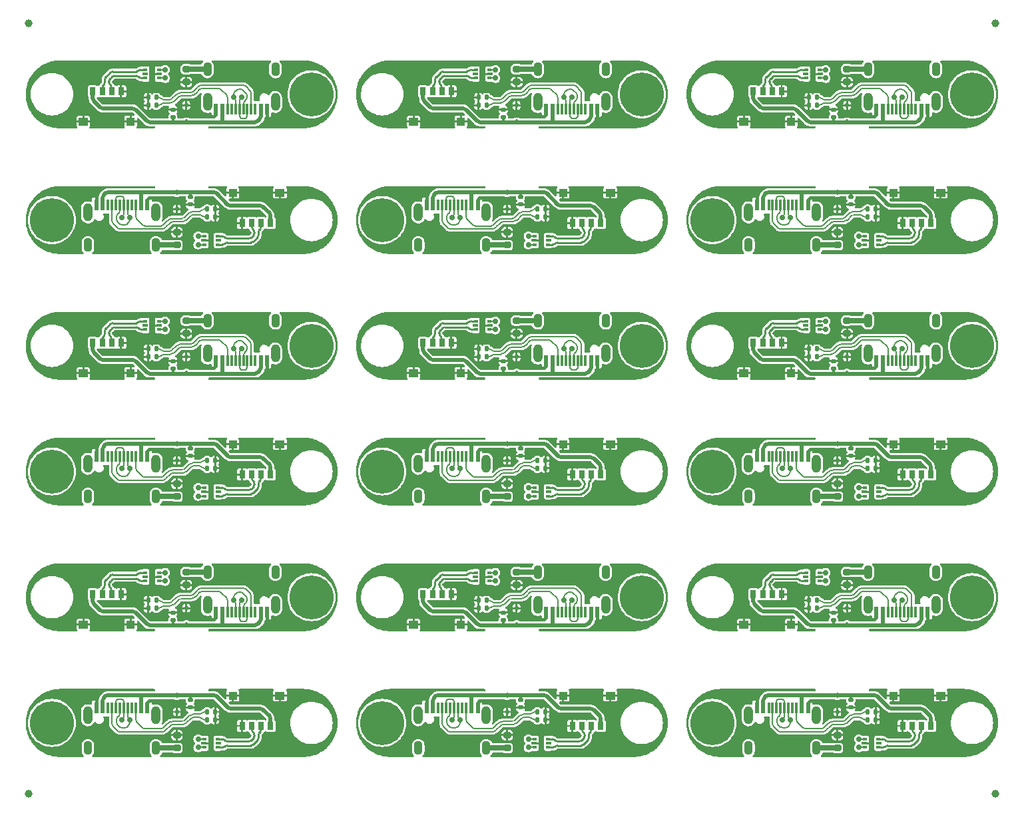
<source format=gtl>
%TF.GenerationSoftware,KiCad,Pcbnew,7.0.5*%
%TF.CreationDate,2023-07-04T16:39:27+08:00*%
%TF.ProjectId,u3-panelized,75332d70-616e-4656-9c69-7a65642e6b69,rev?*%
%TF.SameCoordinates,PX1312d00PY1312d00*%
%TF.FileFunction,Copper,L1,Top*%
%TF.FilePolarity,Positive*%
%FSLAX46Y46*%
G04 Gerber Fmt 4.6, Leading zero omitted, Abs format (unit mm)*
G04 Created by KiCad (PCBNEW 7.0.5) date 2023-07-04 16:39:27*
%MOMM*%
%LPD*%
G01*
G04 APERTURE LIST*
G04 Aperture macros list*
%AMRoundRect*
0 Rectangle with rounded corners*
0 $1 Rounding radius*
0 $2 $3 $4 $5 $6 $7 $8 $9 X,Y pos of 4 corners*
0 Add a 4 corners polygon primitive as box body*
4,1,4,$2,$3,$4,$5,$6,$7,$8,$9,$2,$3,0*
0 Add four circle primitives for the rounded corners*
1,1,$1+$1,$2,$3*
1,1,$1+$1,$4,$5*
1,1,$1+$1,$6,$7*
1,1,$1+$1,$8,$9*
0 Add four rect primitives between the rounded corners*
20,1,$1+$1,$2,$3,$4,$5,0*
20,1,$1+$1,$4,$5,$6,$7,0*
20,1,$1+$1,$6,$7,$8,$9,0*
20,1,$1+$1,$8,$9,$2,$3,0*%
G04 Aperture macros list end*
%TA.AperFunction,SMDPad,CuDef*%
%ADD10RoundRect,0.112500X0.112500X-0.187500X0.112500X0.187500X-0.112500X0.187500X-0.112500X-0.187500X0*%
%TD*%
%TA.AperFunction,SMDPad,CuDef*%
%ADD11RoundRect,0.200000X0.275000X-0.200000X0.275000X0.200000X-0.275000X0.200000X-0.275000X-0.200000X0*%
%TD*%
%TA.AperFunction,SMDPad,CuDef*%
%ADD12RoundRect,0.135000X-0.135000X-0.185000X0.135000X-0.185000X0.135000X0.185000X-0.135000X0.185000X0*%
%TD*%
%TA.AperFunction,SMDPad,CuDef*%
%ADD13R,0.600000X1.450000*%
%TD*%
%TA.AperFunction,SMDPad,CuDef*%
%ADD14R,0.300000X1.450000*%
%TD*%
%TA.AperFunction,ComponentPad*%
%ADD15O,1.200000X2.300000*%
%TD*%
%TA.AperFunction,ComponentPad*%
%ADD16O,1.100000X1.800000*%
%TD*%
%TA.AperFunction,SMDPad,CuDef*%
%ADD17RoundRect,0.135000X0.135000X0.185000X-0.135000X0.185000X-0.135000X-0.185000X0.135000X-0.185000X0*%
%TD*%
%TA.AperFunction,ComponentPad*%
%ADD18C,3.600000*%
%TD*%
%TA.AperFunction,ConnectorPad*%
%ADD19C,5.600000*%
%TD*%
%TA.AperFunction,SMDPad,CuDef*%
%ADD20RoundRect,0.140000X-0.170000X0.140000X-0.170000X-0.140000X0.170000X-0.140000X0.170000X0.140000X0*%
%TD*%
%TA.AperFunction,SMDPad,CuDef*%
%ADD21RoundRect,0.200000X-0.275000X0.200000X-0.275000X-0.200000X0.275000X-0.200000X0.275000X0.200000X0*%
%TD*%
%TA.AperFunction,SMDPad,CuDef*%
%ADD22R,0.800000X1.000000*%
%TD*%
%TA.AperFunction,SMDPad,CuDef*%
%ADD23R,1.200000X1.000000*%
%TD*%
%TA.AperFunction,SMDPad,CuDef*%
%ADD24R,1.100000X1.000000*%
%TD*%
%TA.AperFunction,SMDPad,CuDef*%
%ADD25RoundRect,0.112500X-0.112500X0.187500X-0.112500X-0.187500X0.112500X-0.187500X0.112500X0.187500X0*%
%TD*%
%TA.AperFunction,SMDPad,CuDef*%
%ADD26RoundRect,0.140000X0.170000X-0.140000X0.170000X0.140000X-0.170000X0.140000X-0.170000X-0.140000X0*%
%TD*%
%TA.AperFunction,SMDPad,CuDef*%
%ADD27R,0.500000X0.375000*%
%TD*%
%TA.AperFunction,SMDPad,CuDef*%
%ADD28R,0.650000X0.300000*%
%TD*%
%TA.AperFunction,SMDPad,CuDef*%
%ADD29C,1.000000*%
%TD*%
%TA.AperFunction,ViaPad*%
%ADD30C,0.700000*%
%TD*%
%TA.AperFunction,ViaPad*%
%ADD31C,0.800000*%
%TD*%
%TA.AperFunction,Conductor*%
%ADD32C,0.500000*%
%TD*%
%TA.AperFunction,Conductor*%
%ADD33C,0.300000*%
%TD*%
%TA.AperFunction,Conductor*%
%ADD34C,0.200000*%
%TD*%
%TA.AperFunction,Conductor*%
%ADD35C,0.400000*%
%TD*%
%TA.AperFunction,Conductor*%
%ADD36C,0.250000*%
%TD*%
%TA.AperFunction,Conductor*%
%ADD37C,0.700000*%
%TD*%
G04 APERTURE END LIST*
D10*
%TO.P,D1,1,K*%
%TO.N,Board_13-UVCC*%
X69598601Y-79000001D03*
%TO.P,D1,2,A*%
%TO.N,Board_13-GND*%
X69598601Y-76900001D03*
%TD*%
D11*
%TO.P,R3,1*%
%TO.N,Board_6-GND*%
X27598601Y-41950000D03*
%TO.P,R3,2*%
%TO.N,Board_6-Earth*%
X27598601Y-40300000D03*
%TD*%
D12*
%TO.P,R2,1*%
%TO.N,Board_12-GND*%
X22738601Y-76900000D03*
%TO.P,R2,2*%
%TO.N,Board_12-Net-(J1-CC2)*%
X23758601Y-76900000D03*
%TD*%
D13*
%TO.P,J1,A1,GND*%
%TO.N,Board_11-GND*%
X100148601Y-57605000D03*
%TO.P,J1,A4,VBUS*%
%TO.N,Board_11-UVCC*%
X100948601Y-57605000D03*
D14*
%TO.P,J1,A5,CC1*%
%TO.N,Board_11-Net-(J1-CC1)*%
X102148601Y-57605000D03*
%TO.P,J1,A6,D+*%
%TO.N,Board_11-DP*%
X103148601Y-57605000D03*
%TO.P,J1,A7,D-*%
%TO.N,Board_11-DN*%
X103648601Y-57605000D03*
%TO.P,J1,A8,SBU1*%
%TO.N,Board_11-unconnected-(J1-SBU1-PadA8)*%
X104648601Y-57605000D03*
D13*
%TO.P,J1,A9,VBUS*%
%TO.N,Board_11-UVCC*%
X105848601Y-57605000D03*
%TO.P,J1,A12,GND*%
%TO.N,Board_11-GND*%
X106648601Y-57605000D03*
%TO.P,J1,B1,GND*%
X106648601Y-57605000D03*
%TO.P,J1,B4,VBUS*%
%TO.N,Board_11-UVCC*%
X105848601Y-57605000D03*
D14*
%TO.P,J1,B5,CC2*%
%TO.N,Board_11-Net-(J1-CC2)*%
X105148601Y-57605000D03*
%TO.P,J1,B6,D+*%
%TO.N,Board_11-DP*%
X104148601Y-57605000D03*
%TO.P,J1,B7,D-*%
%TO.N,Board_11-DN*%
X102648601Y-57605000D03*
%TO.P,J1,B8,SBU2*%
%TO.N,Board_11-unconnected-(J1-SBU2-PadB8)*%
X101648601Y-57605000D03*
D13*
%TO.P,J1,B9,VBUS*%
%TO.N,Board_11-UVCC*%
X100948601Y-57605000D03*
%TO.P,J1,B12,GND*%
%TO.N,Board_11-GND*%
X100148601Y-57605000D03*
D15*
%TO.P,J1,S1,SHIELD*%
%TO.N,Board_11-Earth*%
X99078601Y-58520000D03*
D16*
X99078601Y-62700000D03*
D15*
X107718601Y-58520000D03*
D16*
X107718601Y-62700000D03*
%TD*%
D13*
%TO.P,J1,A1,GND*%
%TO.N,Board_13-GND*%
X79848601Y-77395000D03*
%TO.P,J1,A4,VBUS*%
%TO.N,Board_13-UVCC*%
X79048601Y-77395000D03*
D14*
%TO.P,J1,A5,CC1*%
%TO.N,Board_13-Net-(J1-CC1)*%
X77848601Y-77395000D03*
%TO.P,J1,A6,D+*%
%TO.N,Board_13-DP*%
X76848601Y-77395000D03*
%TO.P,J1,A7,D-*%
%TO.N,Board_13-DN*%
X76348601Y-77395000D03*
%TO.P,J1,A8,SBU1*%
%TO.N,Board_13-unconnected-(J1-SBU1-PadA8)*%
X75348601Y-77395000D03*
D13*
%TO.P,J1,A9,VBUS*%
%TO.N,Board_13-UVCC*%
X74148601Y-77395000D03*
%TO.P,J1,A12,GND*%
%TO.N,Board_13-GND*%
X73348601Y-77395000D03*
%TO.P,J1,B1,GND*%
X73348601Y-77395000D03*
%TO.P,J1,B4,VBUS*%
%TO.N,Board_13-UVCC*%
X74148601Y-77395000D03*
D14*
%TO.P,J1,B5,CC2*%
%TO.N,Board_13-Net-(J1-CC2)*%
X74848601Y-77395000D03*
%TO.P,J1,B6,D+*%
%TO.N,Board_13-DP*%
X75848601Y-77395000D03*
%TO.P,J1,B7,D-*%
%TO.N,Board_13-DN*%
X77348601Y-77395000D03*
%TO.P,J1,B8,SBU2*%
%TO.N,Board_13-unconnected-(J1-SBU2-PadB8)*%
X78348601Y-77395000D03*
D13*
%TO.P,J1,B9,VBUS*%
%TO.N,Board_13-UVCC*%
X79048601Y-77395000D03*
%TO.P,J1,B12,GND*%
%TO.N,Board_13-GND*%
X79848601Y-77395000D03*
D15*
%TO.P,J1,S1,SHIELD*%
%TO.N,Board_13-Earth*%
X80918601Y-76480000D03*
D16*
X80918601Y-72300000D03*
D15*
X72278601Y-76480000D03*
D16*
X72278601Y-72300000D03*
%TD*%
D17*
%TO.P,R1,1*%
%TO.N,Board_7-Net-(J1-CC1)*%
X65758601Y-43900000D03*
%TO.P,R1,2*%
%TO.N,Board_7-GND*%
X64738601Y-43900000D03*
%TD*%
D18*
%TO.P,H2,1,1*%
%TO.N,Board_5-Earth*%
X94498601Y-27500000D03*
D19*
X94498601Y-27500000D03*
%TD*%
D10*
%TO.P,D1,1,K*%
%TO.N,Board_2-UVCC*%
X111598601Y-15000001D03*
%TO.P,D1,2,A*%
%TO.N,Board_2-GND*%
X111598601Y-12900001D03*
%TD*%
D11*
%TO.P,R3,1*%
%TO.N,Board_12-GND*%
X27598601Y-73950000D03*
%TO.P,R3,2*%
%TO.N,Board_12-Earth*%
X27598601Y-72300000D03*
%TD*%
D12*
%TO.P,R2,1*%
%TO.N,Board_2-GND*%
X106738601Y-12900000D03*
%TO.P,R2,2*%
%TO.N,Board_2-Net-(J1-CC2)*%
X107758601Y-12900000D03*
%TD*%
D20*
%TO.P,C1,1*%
%TO.N,Board_9-UVCC*%
X28098601Y-56569999D03*
%TO.P,C1,2*%
%TO.N,Board_9-GND*%
X28098601Y-57529999D03*
%TD*%
D17*
%TO.P,R1,1*%
%TO.N,Board_13-Net-(J1-CC1)*%
X65758601Y-75900000D03*
%TO.P,R1,2*%
%TO.N,Board_13-GND*%
X64738601Y-75900000D03*
%TD*%
D12*
%TO.P,R1,1*%
%TO.N,Board_4-Net-(J1-CC1)*%
X72238601Y-27100000D03*
%TO.P,R1,2*%
%TO.N,Board_4-GND*%
X73258601Y-27100000D03*
%TD*%
D13*
%TO.P,J1,A1,GND*%
%TO.N,Board_2-GND*%
X121848601Y-13395000D03*
%TO.P,J1,A4,VBUS*%
%TO.N,Board_2-UVCC*%
X121048601Y-13395000D03*
D14*
%TO.P,J1,A5,CC1*%
%TO.N,Board_2-Net-(J1-CC1)*%
X119848601Y-13395000D03*
%TO.P,J1,A6,D+*%
%TO.N,Board_2-DP*%
X118848601Y-13395000D03*
%TO.P,J1,A7,D-*%
%TO.N,Board_2-DN*%
X118348601Y-13395000D03*
%TO.P,J1,A8,SBU1*%
%TO.N,Board_2-unconnected-(J1-SBU1-PadA8)*%
X117348601Y-13395000D03*
D13*
%TO.P,J1,A9,VBUS*%
%TO.N,Board_2-UVCC*%
X116148601Y-13395000D03*
%TO.P,J1,A12,GND*%
%TO.N,Board_2-GND*%
X115348601Y-13395000D03*
%TO.P,J1,B1,GND*%
X115348601Y-13395000D03*
%TO.P,J1,B4,VBUS*%
%TO.N,Board_2-UVCC*%
X116148601Y-13395000D03*
D14*
%TO.P,J1,B5,CC2*%
%TO.N,Board_2-Net-(J1-CC2)*%
X116848601Y-13395000D03*
%TO.P,J1,B6,D+*%
%TO.N,Board_2-DP*%
X117848601Y-13395000D03*
%TO.P,J1,B7,D-*%
%TO.N,Board_2-DN*%
X119348601Y-13395000D03*
%TO.P,J1,B8,SBU2*%
%TO.N,Board_2-unconnected-(J1-SBU2-PadB8)*%
X120348601Y-13395000D03*
D13*
%TO.P,J1,B9,VBUS*%
%TO.N,Board_2-UVCC*%
X121048601Y-13395000D03*
%TO.P,J1,B12,GND*%
%TO.N,Board_2-GND*%
X121848601Y-13395000D03*
D15*
%TO.P,J1,S1,SHIELD*%
%TO.N,Board_2-Earth*%
X122918601Y-12480000D03*
D16*
X122918601Y-8300000D03*
D15*
X114278601Y-12480000D03*
D16*
X114278601Y-8300000D03*
%TD*%
D21*
%TO.P,R3,1*%
%TO.N,Board_10-GND*%
X68398601Y-61050000D03*
%TO.P,R3,2*%
%TO.N,Board_10-Earth*%
X68398601Y-62700000D03*
%TD*%
D22*
%TO.P,J2,1,Pin_1*%
%TO.N,Board_8-UVCC*%
X99698601Y-43125000D03*
%TO.P,J2,2,Pin_2*%
%TO.N,Board_8-D-*%
X100898601Y-43125000D03*
%TO.P,J2,3,Pin_3*%
%TO.N,Board_8-D+*%
X102098601Y-43125000D03*
%TO.P,J2,4,Pin_4*%
%TO.N,Board_8-GND*%
X103298601Y-43125000D03*
D23*
%TO.P,J2,MP,MountPin*%
X98498601Y-46975000D03*
D24*
X104498601Y-46975000D03*
%TD*%
D25*
%TO.P,D1,1,K*%
%TO.N,Board_10-UVCC*%
X68398601Y-55999999D03*
%TO.P,D1,2,A*%
%TO.N,Board_10-GND*%
X68398601Y-58099999D03*
%TD*%
D20*
%TO.P,C1,1*%
%TO.N,Board_3-UVCC*%
X28098601Y-24569999D03*
%TO.P,C1,2*%
%TO.N,Board_3-GND*%
X28098601Y-25529999D03*
%TD*%
D26*
%TO.P,C1,1*%
%TO.N,Board_8-UVCC*%
X109898601Y-46430001D03*
%TO.P,C1,2*%
%TO.N,Board_8-GND*%
X109898601Y-45470001D03*
%TD*%
D11*
%TO.P,R3,1*%
%TO.N,Board_0-GND*%
X27598601Y-9950000D03*
%TO.P,R3,2*%
%TO.N,Board_0-Earth*%
X27598601Y-8300000D03*
%TD*%
D27*
%TO.P,U1,1,I/O1*%
%TO.N,Board_16-DP*%
X71898601Y-93550000D03*
D28*
%TO.P,U1,2,GND*%
%TO.N,Board_16-GND*%
X71823601Y-94087500D03*
D27*
%TO.P,U1,3,I/O2*%
%TO.N,Board_16-DN*%
X71898601Y-94625000D03*
%TO.P,U1,4,I/O2*%
%TO.N,Board_16-D-*%
X73598601Y-94625000D03*
D28*
%TO.P,U1,5,VBUS*%
%TO.N,Board_16-unconnected-(U1-VBUS-Pad5)*%
X73673601Y-94087500D03*
D27*
%TO.P,U1,6,I/O1*%
%TO.N,Board_16-D+*%
X73598601Y-93550000D03*
%TD*%
D13*
%TO.P,J1,A1,GND*%
%TO.N,Board_16-GND*%
X58148601Y-89605000D03*
%TO.P,J1,A4,VBUS*%
%TO.N,Board_16-UVCC*%
X58948601Y-89605000D03*
D14*
%TO.P,J1,A5,CC1*%
%TO.N,Board_16-Net-(J1-CC1)*%
X60148601Y-89605000D03*
%TO.P,J1,A6,D+*%
%TO.N,Board_16-DP*%
X61148601Y-89605000D03*
%TO.P,J1,A7,D-*%
%TO.N,Board_16-DN*%
X61648601Y-89605000D03*
%TO.P,J1,A8,SBU1*%
%TO.N,Board_16-unconnected-(J1-SBU1-PadA8)*%
X62648601Y-89605000D03*
D13*
%TO.P,J1,A9,VBUS*%
%TO.N,Board_16-UVCC*%
X63848601Y-89605000D03*
%TO.P,J1,A12,GND*%
%TO.N,Board_16-GND*%
X64648601Y-89605000D03*
%TO.P,J1,B1,GND*%
X64648601Y-89605000D03*
%TO.P,J1,B4,VBUS*%
%TO.N,Board_16-UVCC*%
X63848601Y-89605000D03*
D14*
%TO.P,J1,B5,CC2*%
%TO.N,Board_16-Net-(J1-CC2)*%
X63148601Y-89605000D03*
%TO.P,J1,B6,D+*%
%TO.N,Board_16-DP*%
X62148601Y-89605000D03*
%TO.P,J1,B7,D-*%
%TO.N,Board_16-DN*%
X60648601Y-89605000D03*
%TO.P,J1,B8,SBU2*%
%TO.N,Board_16-unconnected-(J1-SBU2-PadB8)*%
X59648601Y-89605000D03*
D13*
%TO.P,J1,B9,VBUS*%
%TO.N,Board_16-UVCC*%
X58948601Y-89605000D03*
%TO.P,J1,B12,GND*%
%TO.N,Board_16-GND*%
X58148601Y-89605000D03*
D15*
%TO.P,J1,S1,SHIELD*%
%TO.N,Board_16-Earth*%
X57078601Y-90520000D03*
D16*
X57078601Y-94700000D03*
D15*
X65718601Y-90520000D03*
D16*
X65718601Y-94700000D03*
%TD*%
D17*
%TO.P,R1,1*%
%TO.N,Board_1-Net-(J1-CC1)*%
X65758601Y-11900000D03*
%TO.P,R1,2*%
%TO.N,Board_1-GND*%
X64738601Y-11900000D03*
%TD*%
D27*
%TO.P,U1,1,I/O1*%
%TO.N,Board_6-DP*%
X24098601Y-41450000D03*
D28*
%TO.P,U1,2,GND*%
%TO.N,Board_6-GND*%
X24173601Y-40912500D03*
D27*
%TO.P,U1,3,I/O2*%
%TO.N,Board_6-DN*%
X24098601Y-40375000D03*
%TO.P,U1,4,I/O2*%
%TO.N,Board_6-D-*%
X22398601Y-40375000D03*
D28*
%TO.P,U1,5,VBUS*%
%TO.N,Board_6-unconnected-(U1-VBUS-Pad5)*%
X22323601Y-40912500D03*
D27*
%TO.P,U1,6,I/O1*%
%TO.N,Board_6-D+*%
X22398601Y-41450000D03*
%TD*%
D29*
%TO.P,REF\u002A\u002A,*%
%TO.N,*%
X130497202Y-100500000D03*
%TD*%
D26*
%TO.P,C1,1*%
%TO.N,Board_0-UVCC*%
X25898601Y-14430001D03*
%TO.P,C1,2*%
%TO.N,Board_0-GND*%
X25898601Y-13470001D03*
%TD*%
D20*
%TO.P,C1,1*%
%TO.N,Board_11-UVCC*%
X112098601Y-56569999D03*
%TO.P,C1,2*%
%TO.N,Board_11-GND*%
X112098601Y-57529999D03*
%TD*%
D27*
%TO.P,U1,1,I/O1*%
%TO.N,Board_1-DP*%
X66098601Y-9450000D03*
D28*
%TO.P,U1,2,GND*%
%TO.N,Board_1-GND*%
X66173601Y-8912500D03*
D27*
%TO.P,U1,3,I/O2*%
%TO.N,Board_1-DN*%
X66098601Y-8375000D03*
%TO.P,U1,4,I/O2*%
%TO.N,Board_1-D-*%
X64398601Y-8375000D03*
D28*
%TO.P,U1,5,VBUS*%
%TO.N,Board_1-unconnected-(U1-VBUS-Pad5)*%
X64323601Y-8912500D03*
D27*
%TO.P,U1,6,I/O1*%
%TO.N,Board_1-D+*%
X64398601Y-9450000D03*
%TD*%
D18*
%TO.P,H2,1,1*%
%TO.N,Board_17-Earth*%
X94498601Y-91500000D03*
D19*
X94498601Y-91500000D03*
%TD*%
D20*
%TO.P,C1,1*%
%TO.N,Board_15-UVCC*%
X28098601Y-88569999D03*
%TO.P,C1,2*%
%TO.N,Board_15-GND*%
X28098601Y-89529999D03*
%TD*%
D26*
%TO.P,C1,1*%
%TO.N,Board_7-UVCC*%
X67898601Y-46430001D03*
%TO.P,C1,2*%
%TO.N,Board_7-GND*%
X67898601Y-45470001D03*
%TD*%
D18*
%TO.P,H2,1,1*%
%TO.N,Board_11-Earth*%
X94498601Y-59500000D03*
D19*
X94498601Y-59500000D03*
%TD*%
D22*
%TO.P,J2,1,Pin_1*%
%TO.N,Board_9-UVCC*%
X38298601Y-59875000D03*
%TO.P,J2,2,Pin_2*%
%TO.N,Board_9-D-*%
X37098601Y-59875000D03*
%TO.P,J2,3,Pin_3*%
%TO.N,Board_9-D+*%
X35898601Y-59875000D03*
%TO.P,J2,4,Pin_4*%
%TO.N,Board_9-GND*%
X34698601Y-59875000D03*
D23*
%TO.P,J2,MP,MountPin*%
X39498601Y-56025000D03*
D24*
X33498601Y-56025000D03*
%TD*%
D18*
%TO.P,H2,1,1*%
%TO.N,Board_14-Earth*%
X127498601Y-75500000D03*
D19*
X127498601Y-75500000D03*
%TD*%
D10*
%TO.P,D1,1,K*%
%TO.N,Board_7-UVCC*%
X69598601Y-47000001D03*
%TO.P,D1,2,A*%
%TO.N,Board_7-GND*%
X69598601Y-44900001D03*
%TD*%
D13*
%TO.P,J1,A1,GND*%
%TO.N,Board_9-GND*%
X16148601Y-57605000D03*
%TO.P,J1,A4,VBUS*%
%TO.N,Board_9-UVCC*%
X16948601Y-57605000D03*
D14*
%TO.P,J1,A5,CC1*%
%TO.N,Board_9-Net-(J1-CC1)*%
X18148601Y-57605000D03*
%TO.P,J1,A6,D+*%
%TO.N,Board_9-DP*%
X19148601Y-57605000D03*
%TO.P,J1,A7,D-*%
%TO.N,Board_9-DN*%
X19648601Y-57605000D03*
%TO.P,J1,A8,SBU1*%
%TO.N,Board_9-unconnected-(J1-SBU1-PadA8)*%
X20648601Y-57605000D03*
D13*
%TO.P,J1,A9,VBUS*%
%TO.N,Board_9-UVCC*%
X21848601Y-57605000D03*
%TO.P,J1,A12,GND*%
%TO.N,Board_9-GND*%
X22648601Y-57605000D03*
%TO.P,J1,B1,GND*%
X22648601Y-57605000D03*
%TO.P,J1,B4,VBUS*%
%TO.N,Board_9-UVCC*%
X21848601Y-57605000D03*
D14*
%TO.P,J1,B5,CC2*%
%TO.N,Board_9-Net-(J1-CC2)*%
X21148601Y-57605000D03*
%TO.P,J1,B6,D+*%
%TO.N,Board_9-DP*%
X20148601Y-57605000D03*
%TO.P,J1,B7,D-*%
%TO.N,Board_9-DN*%
X18648601Y-57605000D03*
%TO.P,J1,B8,SBU2*%
%TO.N,Board_9-unconnected-(J1-SBU2-PadB8)*%
X17648601Y-57605000D03*
D13*
%TO.P,J1,B9,VBUS*%
%TO.N,Board_9-UVCC*%
X16948601Y-57605000D03*
%TO.P,J1,B12,GND*%
%TO.N,Board_9-GND*%
X16148601Y-57605000D03*
D15*
%TO.P,J1,S1,SHIELD*%
%TO.N,Board_9-Earth*%
X15078601Y-58520000D03*
D16*
X15078601Y-62700000D03*
D15*
X23718601Y-58520000D03*
D16*
X23718601Y-62700000D03*
%TD*%
D20*
%TO.P,C1,1*%
%TO.N,Board_16-UVCC*%
X70098601Y-88569999D03*
%TO.P,C1,2*%
%TO.N,Board_16-GND*%
X70098601Y-89529999D03*
%TD*%
%TO.P,C1,1*%
%TO.N,Board_5-UVCC*%
X112098601Y-24569999D03*
%TO.P,C1,2*%
%TO.N,Board_5-GND*%
X112098601Y-25529999D03*
%TD*%
D27*
%TO.P,U1,1,I/O1*%
%TO.N,Board_15-DP*%
X29898601Y-93550000D03*
D28*
%TO.P,U1,2,GND*%
%TO.N,Board_15-GND*%
X29823601Y-94087500D03*
D27*
%TO.P,U1,3,I/O2*%
%TO.N,Board_15-DN*%
X29898601Y-94625000D03*
%TO.P,U1,4,I/O2*%
%TO.N,Board_15-D-*%
X31598601Y-94625000D03*
D28*
%TO.P,U1,5,VBUS*%
%TO.N,Board_15-unconnected-(U1-VBUS-Pad5)*%
X31673601Y-94087500D03*
D27*
%TO.P,U1,6,I/O1*%
%TO.N,Board_15-D+*%
X31598601Y-93550000D03*
%TD*%
D22*
%TO.P,J2,1,Pin_1*%
%TO.N,Board_13-UVCC*%
X57698601Y-75125000D03*
%TO.P,J2,2,Pin_2*%
%TO.N,Board_13-D-*%
X58898601Y-75125000D03*
%TO.P,J2,3,Pin_3*%
%TO.N,Board_13-D+*%
X60098601Y-75125000D03*
%TO.P,J2,4,Pin_4*%
%TO.N,Board_13-GND*%
X61298601Y-75125000D03*
D23*
%TO.P,J2,MP,MountPin*%
X56498601Y-78975000D03*
D24*
X62498601Y-78975000D03*
%TD*%
D12*
%TO.P,R1,1*%
%TO.N,Board_9-Net-(J1-CC1)*%
X30238601Y-59100000D03*
%TO.P,R1,2*%
%TO.N,Board_9-GND*%
X31258601Y-59100000D03*
%TD*%
D17*
%TO.P,R2,1*%
%TO.N,Board_16-GND*%
X73258601Y-90100000D03*
%TO.P,R2,2*%
%TO.N,Board_16-Net-(J1-CC2)*%
X72238601Y-90100000D03*
%TD*%
%TO.P,R1,1*%
%TO.N,Board_6-Net-(J1-CC1)*%
X23758601Y-43900000D03*
%TO.P,R1,2*%
%TO.N,Board_6-GND*%
X22738601Y-43900000D03*
%TD*%
D27*
%TO.P,U1,1,I/O1*%
%TO.N,Board_2-DP*%
X108098601Y-9450000D03*
D28*
%TO.P,U1,2,GND*%
%TO.N,Board_2-GND*%
X108173601Y-8912500D03*
D27*
%TO.P,U1,3,I/O2*%
%TO.N,Board_2-DN*%
X108098601Y-8375000D03*
%TO.P,U1,4,I/O2*%
%TO.N,Board_2-D-*%
X106398601Y-8375000D03*
D28*
%TO.P,U1,5,VBUS*%
%TO.N,Board_2-unconnected-(U1-VBUS-Pad5)*%
X106323601Y-8912500D03*
D27*
%TO.P,U1,6,I/O1*%
%TO.N,Board_2-D+*%
X106398601Y-9450000D03*
%TD*%
D17*
%TO.P,R2,1*%
%TO.N,Board_4-GND*%
X73258601Y-26100000D03*
%TO.P,R2,2*%
%TO.N,Board_4-Net-(J1-CC2)*%
X72238601Y-26100000D03*
%TD*%
D22*
%TO.P,J2,1,Pin_1*%
%TO.N,Board_0-UVCC*%
X15698601Y-11125000D03*
%TO.P,J2,2,Pin_2*%
%TO.N,Board_0-D-*%
X16898601Y-11125000D03*
%TO.P,J2,3,Pin_3*%
%TO.N,Board_0-D+*%
X18098601Y-11125000D03*
%TO.P,J2,4,Pin_4*%
%TO.N,Board_0-GND*%
X19298601Y-11125000D03*
D23*
%TO.P,J2,MP,MountPin*%
X14498601Y-14975000D03*
D24*
X20498601Y-14975000D03*
%TD*%
D18*
%TO.P,H2,1,1*%
%TO.N,Board_2-Earth*%
X127498601Y-11500000D03*
D19*
X127498601Y-11500000D03*
%TD*%
D26*
%TO.P,C1,1*%
%TO.N,Board_1-UVCC*%
X67898601Y-14430001D03*
%TO.P,C1,2*%
%TO.N,Board_1-GND*%
X67898601Y-13470001D03*
%TD*%
D27*
%TO.P,U1,1,I/O1*%
%TO.N,Board_7-DP*%
X66098601Y-41450000D03*
D28*
%TO.P,U1,2,GND*%
%TO.N,Board_7-GND*%
X66173601Y-40912500D03*
D27*
%TO.P,U1,3,I/O2*%
%TO.N,Board_7-DN*%
X66098601Y-40375000D03*
%TO.P,U1,4,I/O2*%
%TO.N,Board_7-D-*%
X64398601Y-40375000D03*
D28*
%TO.P,U1,5,VBUS*%
%TO.N,Board_7-unconnected-(U1-VBUS-Pad5)*%
X64323601Y-40912500D03*
D27*
%TO.P,U1,6,I/O1*%
%TO.N,Board_7-D+*%
X64398601Y-41450000D03*
%TD*%
D18*
%TO.P,H2,1,1*%
%TO.N,Board_9-Earth*%
X10498601Y-59500000D03*
D19*
X10498601Y-59500000D03*
%TD*%
D27*
%TO.P,U1,1,I/O1*%
%TO.N,Board_13-DP*%
X66098601Y-73450000D03*
D28*
%TO.P,U1,2,GND*%
%TO.N,Board_13-GND*%
X66173601Y-72912500D03*
D27*
%TO.P,U1,3,I/O2*%
%TO.N,Board_13-DN*%
X66098601Y-72375000D03*
%TO.P,U1,4,I/O2*%
%TO.N,Board_13-D-*%
X64398601Y-72375000D03*
D28*
%TO.P,U1,5,VBUS*%
%TO.N,Board_13-unconnected-(U1-VBUS-Pad5)*%
X64323601Y-72912500D03*
D27*
%TO.P,U1,6,I/O1*%
%TO.N,Board_13-D+*%
X64398601Y-73450000D03*
%TD*%
D26*
%TO.P,C1,1*%
%TO.N,Board_2-UVCC*%
X109898601Y-14430001D03*
%TO.P,C1,2*%
%TO.N,Board_2-GND*%
X109898601Y-13470001D03*
%TD*%
D25*
%TO.P,D1,1,K*%
%TO.N,Board_16-UVCC*%
X68398601Y-87999999D03*
%TO.P,D1,2,A*%
%TO.N,Board_16-GND*%
X68398601Y-90099999D03*
%TD*%
D27*
%TO.P,U1,1,I/O1*%
%TO.N,Board_11-DP*%
X113898601Y-61550000D03*
D28*
%TO.P,U1,2,GND*%
%TO.N,Board_11-GND*%
X113823601Y-62087500D03*
D27*
%TO.P,U1,3,I/O2*%
%TO.N,Board_11-DN*%
X113898601Y-62625000D03*
%TO.P,U1,4,I/O2*%
%TO.N,Board_11-D-*%
X115598601Y-62625000D03*
D28*
%TO.P,U1,5,VBUS*%
%TO.N,Board_11-unconnected-(U1-VBUS-Pad5)*%
X115673601Y-62087500D03*
D27*
%TO.P,U1,6,I/O1*%
%TO.N,Board_11-D+*%
X115598601Y-61550000D03*
%TD*%
D29*
%TO.P,REF\u002A\u002A,*%
%TO.N,*%
X7500000Y-100500000D03*
%TD*%
D17*
%TO.P,R2,1*%
%TO.N,Board_3-GND*%
X31258601Y-26100000D03*
%TO.P,R2,2*%
%TO.N,Board_3-Net-(J1-CC2)*%
X30238601Y-26100000D03*
%TD*%
D20*
%TO.P,C1,1*%
%TO.N,Board_10-UVCC*%
X70098601Y-56569999D03*
%TO.P,C1,2*%
%TO.N,Board_10-GND*%
X70098601Y-57529999D03*
%TD*%
D21*
%TO.P,R3,1*%
%TO.N,Board_16-GND*%
X68398601Y-93050000D03*
%TO.P,R3,2*%
%TO.N,Board_16-Earth*%
X68398601Y-94700000D03*
%TD*%
%TO.P,R3,1*%
%TO.N,Board_17-GND*%
X110398601Y-93050000D03*
%TO.P,R3,2*%
%TO.N,Board_17-Earth*%
X110398601Y-94700000D03*
%TD*%
D13*
%TO.P,J1,A1,GND*%
%TO.N,Board_6-GND*%
X37848601Y-45395000D03*
%TO.P,J1,A4,VBUS*%
%TO.N,Board_6-UVCC*%
X37048601Y-45395000D03*
D14*
%TO.P,J1,A5,CC1*%
%TO.N,Board_6-Net-(J1-CC1)*%
X35848601Y-45395000D03*
%TO.P,J1,A6,D+*%
%TO.N,Board_6-DP*%
X34848601Y-45395000D03*
%TO.P,J1,A7,D-*%
%TO.N,Board_6-DN*%
X34348601Y-45395000D03*
%TO.P,J1,A8,SBU1*%
%TO.N,Board_6-unconnected-(J1-SBU1-PadA8)*%
X33348601Y-45395000D03*
D13*
%TO.P,J1,A9,VBUS*%
%TO.N,Board_6-UVCC*%
X32148601Y-45395000D03*
%TO.P,J1,A12,GND*%
%TO.N,Board_6-GND*%
X31348601Y-45395000D03*
%TO.P,J1,B1,GND*%
X31348601Y-45395000D03*
%TO.P,J1,B4,VBUS*%
%TO.N,Board_6-UVCC*%
X32148601Y-45395000D03*
D14*
%TO.P,J1,B5,CC2*%
%TO.N,Board_6-Net-(J1-CC2)*%
X32848601Y-45395000D03*
%TO.P,J1,B6,D+*%
%TO.N,Board_6-DP*%
X33848601Y-45395000D03*
%TO.P,J1,B7,D-*%
%TO.N,Board_6-DN*%
X35348601Y-45395000D03*
%TO.P,J1,B8,SBU2*%
%TO.N,Board_6-unconnected-(J1-SBU2-PadB8)*%
X36348601Y-45395000D03*
D13*
%TO.P,J1,B9,VBUS*%
%TO.N,Board_6-UVCC*%
X37048601Y-45395000D03*
%TO.P,J1,B12,GND*%
%TO.N,Board_6-GND*%
X37848601Y-45395000D03*
D15*
%TO.P,J1,S1,SHIELD*%
%TO.N,Board_6-Earth*%
X38918601Y-44480000D03*
D16*
X38918601Y-40300000D03*
D15*
X30278601Y-44480000D03*
D16*
X30278601Y-40300000D03*
%TD*%
D18*
%TO.P,H2,1,1*%
%TO.N,Board_7-Earth*%
X85498601Y-43500000D03*
D19*
X85498601Y-43500000D03*
%TD*%
D17*
%TO.P,R2,1*%
%TO.N,Board_5-GND*%
X115258601Y-26100000D03*
%TO.P,R2,2*%
%TO.N,Board_5-Net-(J1-CC2)*%
X114238601Y-26100000D03*
%TD*%
D22*
%TO.P,J2,1,Pin_1*%
%TO.N,Board_15-UVCC*%
X38298601Y-91875000D03*
%TO.P,J2,2,Pin_2*%
%TO.N,Board_15-D-*%
X37098601Y-91875000D03*
%TO.P,J2,3,Pin_3*%
%TO.N,Board_15-D+*%
X35898601Y-91875000D03*
%TO.P,J2,4,Pin_4*%
%TO.N,Board_15-GND*%
X34698601Y-91875000D03*
D23*
%TO.P,J2,MP,MountPin*%
X39498601Y-88025000D03*
D24*
X33498601Y-88025000D03*
%TD*%
D10*
%TO.P,D1,1,K*%
%TO.N,Board_0-UVCC*%
X27598601Y-15000001D03*
%TO.P,D1,2,A*%
%TO.N,Board_0-GND*%
X27598601Y-12900001D03*
%TD*%
%TO.P,D1,1,K*%
%TO.N,Board_1-UVCC*%
X69598601Y-15000001D03*
%TO.P,D1,2,A*%
%TO.N,Board_1-GND*%
X69598601Y-12900001D03*
%TD*%
D12*
%TO.P,R1,1*%
%TO.N,Board_11-Net-(J1-CC1)*%
X114238601Y-59100000D03*
%TO.P,R1,2*%
%TO.N,Board_11-GND*%
X115258601Y-59100000D03*
%TD*%
D13*
%TO.P,J1,A1,GND*%
%TO.N,Board_14-GND*%
X121848601Y-77395000D03*
%TO.P,J1,A4,VBUS*%
%TO.N,Board_14-UVCC*%
X121048601Y-77395000D03*
D14*
%TO.P,J1,A5,CC1*%
%TO.N,Board_14-Net-(J1-CC1)*%
X119848601Y-77395000D03*
%TO.P,J1,A6,D+*%
%TO.N,Board_14-DP*%
X118848601Y-77395000D03*
%TO.P,J1,A7,D-*%
%TO.N,Board_14-DN*%
X118348601Y-77395000D03*
%TO.P,J1,A8,SBU1*%
%TO.N,Board_14-unconnected-(J1-SBU1-PadA8)*%
X117348601Y-77395000D03*
D13*
%TO.P,J1,A9,VBUS*%
%TO.N,Board_14-UVCC*%
X116148601Y-77395000D03*
%TO.P,J1,A12,GND*%
%TO.N,Board_14-GND*%
X115348601Y-77395000D03*
%TO.P,J1,B1,GND*%
X115348601Y-77395000D03*
%TO.P,J1,B4,VBUS*%
%TO.N,Board_14-UVCC*%
X116148601Y-77395000D03*
D14*
%TO.P,J1,B5,CC2*%
%TO.N,Board_14-Net-(J1-CC2)*%
X116848601Y-77395000D03*
%TO.P,J1,B6,D+*%
%TO.N,Board_14-DP*%
X117848601Y-77395000D03*
%TO.P,J1,B7,D-*%
%TO.N,Board_14-DN*%
X119348601Y-77395000D03*
%TO.P,J1,B8,SBU2*%
%TO.N,Board_14-unconnected-(J1-SBU2-PadB8)*%
X120348601Y-77395000D03*
D13*
%TO.P,J1,B9,VBUS*%
%TO.N,Board_14-UVCC*%
X121048601Y-77395000D03*
%TO.P,J1,B12,GND*%
%TO.N,Board_14-GND*%
X121848601Y-77395000D03*
D15*
%TO.P,J1,S1,SHIELD*%
%TO.N,Board_14-Earth*%
X122918601Y-76480000D03*
D16*
X122918601Y-72300000D03*
D15*
X114278601Y-76480000D03*
D16*
X114278601Y-72300000D03*
%TD*%
D29*
%TO.P,REF\u002A\u002A,*%
%TO.N,*%
X7500000Y-2500000D03*
%TD*%
D18*
%TO.P,H2,1,1*%
%TO.N,Board_13-Earth*%
X85498601Y-75500000D03*
D19*
X85498601Y-75500000D03*
%TD*%
D27*
%TO.P,U1,1,I/O1*%
%TO.N,Board_10-DP*%
X71898601Y-61550000D03*
D28*
%TO.P,U1,2,GND*%
%TO.N,Board_10-GND*%
X71823601Y-62087500D03*
D27*
%TO.P,U1,3,I/O2*%
%TO.N,Board_10-DN*%
X71898601Y-62625000D03*
%TO.P,U1,4,I/O2*%
%TO.N,Board_10-D-*%
X73598601Y-62625000D03*
D28*
%TO.P,U1,5,VBUS*%
%TO.N,Board_10-unconnected-(U1-VBUS-Pad5)*%
X73673601Y-62087500D03*
D27*
%TO.P,U1,6,I/O1*%
%TO.N,Board_10-D+*%
X73598601Y-61550000D03*
%TD*%
D18*
%TO.P,H2,1,1*%
%TO.N,Board_12-Earth*%
X43498601Y-75500000D03*
D19*
X43498601Y-75500000D03*
%TD*%
D22*
%TO.P,J2,1,Pin_1*%
%TO.N,Board_6-UVCC*%
X15698601Y-43125000D03*
%TO.P,J2,2,Pin_2*%
%TO.N,Board_6-D-*%
X16898601Y-43125000D03*
%TO.P,J2,3,Pin_3*%
%TO.N,Board_6-D+*%
X18098601Y-43125000D03*
%TO.P,J2,4,Pin_4*%
%TO.N,Board_6-GND*%
X19298601Y-43125000D03*
D23*
%TO.P,J2,MP,MountPin*%
X14498601Y-46975000D03*
D24*
X20498601Y-46975000D03*
%TD*%
D26*
%TO.P,C1,1*%
%TO.N,Board_12-UVCC*%
X25898601Y-78430001D03*
%TO.P,C1,2*%
%TO.N,Board_12-GND*%
X25898601Y-77470001D03*
%TD*%
D12*
%TO.P,R2,1*%
%TO.N,Board_13-GND*%
X64738601Y-76900000D03*
%TO.P,R2,2*%
%TO.N,Board_13-Net-(J1-CC2)*%
X65758601Y-76900000D03*
%TD*%
D21*
%TO.P,R3,1*%
%TO.N,Board_11-GND*%
X110398601Y-61050000D03*
%TO.P,R3,2*%
%TO.N,Board_11-Earth*%
X110398601Y-62700000D03*
%TD*%
D13*
%TO.P,J1,A1,GND*%
%TO.N,Board_5-GND*%
X100148601Y-25605000D03*
%TO.P,J1,A4,VBUS*%
%TO.N,Board_5-UVCC*%
X100948601Y-25605000D03*
D14*
%TO.P,J1,A5,CC1*%
%TO.N,Board_5-Net-(J1-CC1)*%
X102148601Y-25605000D03*
%TO.P,J1,A6,D+*%
%TO.N,Board_5-DP*%
X103148601Y-25605000D03*
%TO.P,J1,A7,D-*%
%TO.N,Board_5-DN*%
X103648601Y-25605000D03*
%TO.P,J1,A8,SBU1*%
%TO.N,Board_5-unconnected-(J1-SBU1-PadA8)*%
X104648601Y-25605000D03*
D13*
%TO.P,J1,A9,VBUS*%
%TO.N,Board_5-UVCC*%
X105848601Y-25605000D03*
%TO.P,J1,A12,GND*%
%TO.N,Board_5-GND*%
X106648601Y-25605000D03*
%TO.P,J1,B1,GND*%
X106648601Y-25605000D03*
%TO.P,J1,B4,VBUS*%
%TO.N,Board_5-UVCC*%
X105848601Y-25605000D03*
D14*
%TO.P,J1,B5,CC2*%
%TO.N,Board_5-Net-(J1-CC2)*%
X105148601Y-25605000D03*
%TO.P,J1,B6,D+*%
%TO.N,Board_5-DP*%
X104148601Y-25605000D03*
%TO.P,J1,B7,D-*%
%TO.N,Board_5-DN*%
X102648601Y-25605000D03*
%TO.P,J1,B8,SBU2*%
%TO.N,Board_5-unconnected-(J1-SBU2-PadB8)*%
X101648601Y-25605000D03*
D13*
%TO.P,J1,B9,VBUS*%
%TO.N,Board_5-UVCC*%
X100948601Y-25605000D03*
%TO.P,J1,B12,GND*%
%TO.N,Board_5-GND*%
X100148601Y-25605000D03*
D15*
%TO.P,J1,S1,SHIELD*%
%TO.N,Board_5-Earth*%
X99078601Y-26520000D03*
D16*
X99078601Y-30700000D03*
D15*
X107718601Y-26520000D03*
D16*
X107718601Y-30700000D03*
%TD*%
D27*
%TO.P,U1,1,I/O1*%
%TO.N,Board_17-DP*%
X113898601Y-93550000D03*
D28*
%TO.P,U1,2,GND*%
%TO.N,Board_17-GND*%
X113823601Y-94087500D03*
D27*
%TO.P,U1,3,I/O2*%
%TO.N,Board_17-DN*%
X113898601Y-94625000D03*
%TO.P,U1,4,I/O2*%
%TO.N,Board_17-D-*%
X115598601Y-94625000D03*
D28*
%TO.P,U1,5,VBUS*%
%TO.N,Board_17-unconnected-(U1-VBUS-Pad5)*%
X115673601Y-94087500D03*
D27*
%TO.P,U1,6,I/O1*%
%TO.N,Board_17-D+*%
X115598601Y-93550000D03*
%TD*%
D13*
%TO.P,J1,A1,GND*%
%TO.N,Board_15-GND*%
X16148601Y-89605000D03*
%TO.P,J1,A4,VBUS*%
%TO.N,Board_15-UVCC*%
X16948601Y-89605000D03*
D14*
%TO.P,J1,A5,CC1*%
%TO.N,Board_15-Net-(J1-CC1)*%
X18148601Y-89605000D03*
%TO.P,J1,A6,D+*%
%TO.N,Board_15-DP*%
X19148601Y-89605000D03*
%TO.P,J1,A7,D-*%
%TO.N,Board_15-DN*%
X19648601Y-89605000D03*
%TO.P,J1,A8,SBU1*%
%TO.N,Board_15-unconnected-(J1-SBU1-PadA8)*%
X20648601Y-89605000D03*
D13*
%TO.P,J1,A9,VBUS*%
%TO.N,Board_15-UVCC*%
X21848601Y-89605000D03*
%TO.P,J1,A12,GND*%
%TO.N,Board_15-GND*%
X22648601Y-89605000D03*
%TO.P,J1,B1,GND*%
X22648601Y-89605000D03*
%TO.P,J1,B4,VBUS*%
%TO.N,Board_15-UVCC*%
X21848601Y-89605000D03*
D14*
%TO.P,J1,B5,CC2*%
%TO.N,Board_15-Net-(J1-CC2)*%
X21148601Y-89605000D03*
%TO.P,J1,B6,D+*%
%TO.N,Board_15-DP*%
X20148601Y-89605000D03*
%TO.P,J1,B7,D-*%
%TO.N,Board_15-DN*%
X18648601Y-89605000D03*
%TO.P,J1,B8,SBU2*%
%TO.N,Board_15-unconnected-(J1-SBU2-PadB8)*%
X17648601Y-89605000D03*
D13*
%TO.P,J1,B9,VBUS*%
%TO.N,Board_15-UVCC*%
X16948601Y-89605000D03*
%TO.P,J1,B12,GND*%
%TO.N,Board_15-GND*%
X16148601Y-89605000D03*
D15*
%TO.P,J1,S1,SHIELD*%
%TO.N,Board_15-Earth*%
X15078601Y-90520000D03*
D16*
X15078601Y-94700000D03*
D15*
X23718601Y-90520000D03*
D16*
X23718601Y-94700000D03*
%TD*%
D17*
%TO.P,R2,1*%
%TO.N,Board_11-GND*%
X115258601Y-58100000D03*
%TO.P,R2,2*%
%TO.N,Board_11-Net-(J1-CC2)*%
X114238601Y-58100000D03*
%TD*%
D10*
%TO.P,D1,1,K*%
%TO.N,Board_6-UVCC*%
X27598601Y-47000001D03*
%TO.P,D1,2,A*%
%TO.N,Board_6-GND*%
X27598601Y-44900001D03*
%TD*%
D22*
%TO.P,J2,1,Pin_1*%
%TO.N,Board_10-UVCC*%
X80298601Y-59875000D03*
%TO.P,J2,2,Pin_2*%
%TO.N,Board_10-D-*%
X79098601Y-59875000D03*
%TO.P,J2,3,Pin_3*%
%TO.N,Board_10-D+*%
X77898601Y-59875000D03*
%TO.P,J2,4,Pin_4*%
%TO.N,Board_10-GND*%
X76698601Y-59875000D03*
D23*
%TO.P,J2,MP,MountPin*%
X81498601Y-56025000D03*
D24*
X75498601Y-56025000D03*
%TD*%
D13*
%TO.P,J1,A1,GND*%
%TO.N,Board_7-GND*%
X79848601Y-45395000D03*
%TO.P,J1,A4,VBUS*%
%TO.N,Board_7-UVCC*%
X79048601Y-45395000D03*
D14*
%TO.P,J1,A5,CC1*%
%TO.N,Board_7-Net-(J1-CC1)*%
X77848601Y-45395000D03*
%TO.P,J1,A6,D+*%
%TO.N,Board_7-DP*%
X76848601Y-45395000D03*
%TO.P,J1,A7,D-*%
%TO.N,Board_7-DN*%
X76348601Y-45395000D03*
%TO.P,J1,A8,SBU1*%
%TO.N,Board_7-unconnected-(J1-SBU1-PadA8)*%
X75348601Y-45395000D03*
D13*
%TO.P,J1,A9,VBUS*%
%TO.N,Board_7-UVCC*%
X74148601Y-45395000D03*
%TO.P,J1,A12,GND*%
%TO.N,Board_7-GND*%
X73348601Y-45395000D03*
%TO.P,J1,B1,GND*%
X73348601Y-45395000D03*
%TO.P,J1,B4,VBUS*%
%TO.N,Board_7-UVCC*%
X74148601Y-45395000D03*
D14*
%TO.P,J1,B5,CC2*%
%TO.N,Board_7-Net-(J1-CC2)*%
X74848601Y-45395000D03*
%TO.P,J1,B6,D+*%
%TO.N,Board_7-DP*%
X75848601Y-45395000D03*
%TO.P,J1,B7,D-*%
%TO.N,Board_7-DN*%
X77348601Y-45395000D03*
%TO.P,J1,B8,SBU2*%
%TO.N,Board_7-unconnected-(J1-SBU2-PadB8)*%
X78348601Y-45395000D03*
D13*
%TO.P,J1,B9,VBUS*%
%TO.N,Board_7-UVCC*%
X79048601Y-45395000D03*
%TO.P,J1,B12,GND*%
%TO.N,Board_7-GND*%
X79848601Y-45395000D03*
D15*
%TO.P,J1,S1,SHIELD*%
%TO.N,Board_7-Earth*%
X80918601Y-44480000D03*
D16*
X80918601Y-40300000D03*
D15*
X72278601Y-44480000D03*
D16*
X72278601Y-40300000D03*
%TD*%
D17*
%TO.P,R2,1*%
%TO.N,Board_17-GND*%
X115258601Y-90100000D03*
%TO.P,R2,2*%
%TO.N,Board_17-Net-(J1-CC2)*%
X114238601Y-90100000D03*
%TD*%
D12*
%TO.P,R2,1*%
%TO.N,Board_0-GND*%
X22738601Y-12900000D03*
%TO.P,R2,2*%
%TO.N,Board_0-Net-(J1-CC2)*%
X23758601Y-12900000D03*
%TD*%
D27*
%TO.P,U1,1,I/O1*%
%TO.N,Board_4-DP*%
X71898601Y-29550000D03*
D28*
%TO.P,U1,2,GND*%
%TO.N,Board_4-GND*%
X71823601Y-30087500D03*
D27*
%TO.P,U1,3,I/O2*%
%TO.N,Board_4-DN*%
X71898601Y-30625000D03*
%TO.P,U1,4,I/O2*%
%TO.N,Board_4-D-*%
X73598601Y-30625000D03*
D28*
%TO.P,U1,5,VBUS*%
%TO.N,Board_4-unconnected-(U1-VBUS-Pad5)*%
X73673601Y-30087500D03*
D27*
%TO.P,U1,6,I/O1*%
%TO.N,Board_4-D+*%
X73598601Y-29550000D03*
%TD*%
D22*
%TO.P,J2,1,Pin_1*%
%TO.N,Board_1-UVCC*%
X57698601Y-11125000D03*
%TO.P,J2,2,Pin_2*%
%TO.N,Board_1-D-*%
X58898601Y-11125000D03*
%TO.P,J2,3,Pin_3*%
%TO.N,Board_1-D+*%
X60098601Y-11125000D03*
%TO.P,J2,4,Pin_4*%
%TO.N,Board_1-GND*%
X61298601Y-11125000D03*
D23*
%TO.P,J2,MP,MountPin*%
X56498601Y-14975000D03*
D24*
X62498601Y-14975000D03*
%TD*%
D18*
%TO.P,H2,1,1*%
%TO.N,Board_6-Earth*%
X43498601Y-43500000D03*
D19*
X43498601Y-43500000D03*
%TD*%
D17*
%TO.P,R1,1*%
%TO.N,Board_12-Net-(J1-CC1)*%
X23758601Y-75900000D03*
%TO.P,R1,2*%
%TO.N,Board_12-GND*%
X22738601Y-75900000D03*
%TD*%
D12*
%TO.P,R1,1*%
%TO.N,Board_15-Net-(J1-CC1)*%
X30238601Y-91100000D03*
%TO.P,R1,2*%
%TO.N,Board_15-GND*%
X31258601Y-91100000D03*
%TD*%
D11*
%TO.P,R3,1*%
%TO.N,Board_8-GND*%
X111598601Y-41950000D03*
%TO.P,R3,2*%
%TO.N,Board_8-Earth*%
X111598601Y-40300000D03*
%TD*%
D27*
%TO.P,U1,1,I/O1*%
%TO.N,Board_0-DP*%
X24098601Y-9450000D03*
D28*
%TO.P,U1,2,GND*%
%TO.N,Board_0-GND*%
X24173601Y-8912500D03*
D27*
%TO.P,U1,3,I/O2*%
%TO.N,Board_0-DN*%
X24098601Y-8375000D03*
%TO.P,U1,4,I/O2*%
%TO.N,Board_0-D-*%
X22398601Y-8375000D03*
D28*
%TO.P,U1,5,VBUS*%
%TO.N,Board_0-unconnected-(U1-VBUS-Pad5)*%
X22323601Y-8912500D03*
D27*
%TO.P,U1,6,I/O1*%
%TO.N,Board_0-D+*%
X22398601Y-9450000D03*
%TD*%
D13*
%TO.P,J1,A1,GND*%
%TO.N,Board_12-GND*%
X37848601Y-77395000D03*
%TO.P,J1,A4,VBUS*%
%TO.N,Board_12-UVCC*%
X37048601Y-77395000D03*
D14*
%TO.P,J1,A5,CC1*%
%TO.N,Board_12-Net-(J1-CC1)*%
X35848601Y-77395000D03*
%TO.P,J1,A6,D+*%
%TO.N,Board_12-DP*%
X34848601Y-77395000D03*
%TO.P,J1,A7,D-*%
%TO.N,Board_12-DN*%
X34348601Y-77395000D03*
%TO.P,J1,A8,SBU1*%
%TO.N,Board_12-unconnected-(J1-SBU1-PadA8)*%
X33348601Y-77395000D03*
D13*
%TO.P,J1,A9,VBUS*%
%TO.N,Board_12-UVCC*%
X32148601Y-77395000D03*
%TO.P,J1,A12,GND*%
%TO.N,Board_12-GND*%
X31348601Y-77395000D03*
%TO.P,J1,B1,GND*%
X31348601Y-77395000D03*
%TO.P,J1,B4,VBUS*%
%TO.N,Board_12-UVCC*%
X32148601Y-77395000D03*
D14*
%TO.P,J1,B5,CC2*%
%TO.N,Board_12-Net-(J1-CC2)*%
X32848601Y-77395000D03*
%TO.P,J1,B6,D+*%
%TO.N,Board_12-DP*%
X33848601Y-77395000D03*
%TO.P,J1,B7,D-*%
%TO.N,Board_12-DN*%
X35348601Y-77395000D03*
%TO.P,J1,B8,SBU2*%
%TO.N,Board_12-unconnected-(J1-SBU2-PadB8)*%
X36348601Y-77395000D03*
D13*
%TO.P,J1,B9,VBUS*%
%TO.N,Board_12-UVCC*%
X37048601Y-77395000D03*
%TO.P,J1,B12,GND*%
%TO.N,Board_12-GND*%
X37848601Y-77395000D03*
D15*
%TO.P,J1,S1,SHIELD*%
%TO.N,Board_12-Earth*%
X38918601Y-76480000D03*
D16*
X38918601Y-72300000D03*
D15*
X30278601Y-76480000D03*
D16*
X30278601Y-72300000D03*
%TD*%
D12*
%TO.P,R1,1*%
%TO.N,Board_5-Net-(J1-CC1)*%
X114238601Y-27100000D03*
%TO.P,R1,2*%
%TO.N,Board_5-GND*%
X115258601Y-27100000D03*
%TD*%
D25*
%TO.P,D1,1,K*%
%TO.N,Board_11-UVCC*%
X110398601Y-55999999D03*
%TO.P,D1,2,A*%
%TO.N,Board_11-GND*%
X110398601Y-58099999D03*
%TD*%
D22*
%TO.P,J2,1,Pin_1*%
%TO.N,Board_4-UVCC*%
X80298601Y-27875000D03*
%TO.P,J2,2,Pin_2*%
%TO.N,Board_4-D-*%
X79098601Y-27875000D03*
%TO.P,J2,3,Pin_3*%
%TO.N,Board_4-D+*%
X77898601Y-27875000D03*
%TO.P,J2,4,Pin_4*%
%TO.N,Board_4-GND*%
X76698601Y-27875000D03*
D23*
%TO.P,J2,MP,MountPin*%
X81498601Y-24025000D03*
D24*
X75498601Y-24025000D03*
%TD*%
D12*
%TO.P,R1,1*%
%TO.N,Board_10-Net-(J1-CC1)*%
X72238601Y-59100000D03*
%TO.P,R1,2*%
%TO.N,Board_10-GND*%
X73258601Y-59100000D03*
%TD*%
D21*
%TO.P,R3,1*%
%TO.N,Board_3-GND*%
X26398601Y-29050000D03*
%TO.P,R3,2*%
%TO.N,Board_3-Earth*%
X26398601Y-30700000D03*
%TD*%
D25*
%TO.P,D1,1,K*%
%TO.N,Board_17-UVCC*%
X110398601Y-87999999D03*
%TO.P,D1,2,A*%
%TO.N,Board_17-GND*%
X110398601Y-90099999D03*
%TD*%
D11*
%TO.P,R3,1*%
%TO.N,Board_14-GND*%
X111598601Y-73950000D03*
%TO.P,R3,2*%
%TO.N,Board_14-Earth*%
X111598601Y-72300000D03*
%TD*%
D13*
%TO.P,J1,A1,GND*%
%TO.N,Board_4-GND*%
X58148601Y-25605000D03*
%TO.P,J1,A4,VBUS*%
%TO.N,Board_4-UVCC*%
X58948601Y-25605000D03*
D14*
%TO.P,J1,A5,CC1*%
%TO.N,Board_4-Net-(J1-CC1)*%
X60148601Y-25605000D03*
%TO.P,J1,A6,D+*%
%TO.N,Board_4-DP*%
X61148601Y-25605000D03*
%TO.P,J1,A7,D-*%
%TO.N,Board_4-DN*%
X61648601Y-25605000D03*
%TO.P,J1,A8,SBU1*%
%TO.N,Board_4-unconnected-(J1-SBU1-PadA8)*%
X62648601Y-25605000D03*
D13*
%TO.P,J1,A9,VBUS*%
%TO.N,Board_4-UVCC*%
X63848601Y-25605000D03*
%TO.P,J1,A12,GND*%
%TO.N,Board_4-GND*%
X64648601Y-25605000D03*
%TO.P,J1,B1,GND*%
X64648601Y-25605000D03*
%TO.P,J1,B4,VBUS*%
%TO.N,Board_4-UVCC*%
X63848601Y-25605000D03*
D14*
%TO.P,J1,B5,CC2*%
%TO.N,Board_4-Net-(J1-CC2)*%
X63148601Y-25605000D03*
%TO.P,J1,B6,D+*%
%TO.N,Board_4-DP*%
X62148601Y-25605000D03*
%TO.P,J1,B7,D-*%
%TO.N,Board_4-DN*%
X60648601Y-25605000D03*
%TO.P,J1,B8,SBU2*%
%TO.N,Board_4-unconnected-(J1-SBU2-PadB8)*%
X59648601Y-25605000D03*
D13*
%TO.P,J1,B9,VBUS*%
%TO.N,Board_4-UVCC*%
X58948601Y-25605000D03*
%TO.P,J1,B12,GND*%
%TO.N,Board_4-GND*%
X58148601Y-25605000D03*
D15*
%TO.P,J1,S1,SHIELD*%
%TO.N,Board_4-Earth*%
X57078601Y-26520000D03*
D16*
X57078601Y-30700000D03*
D15*
X65718601Y-26520000D03*
D16*
X65718601Y-30700000D03*
%TD*%
D11*
%TO.P,R3,1*%
%TO.N,Board_7-GND*%
X69598601Y-41950000D03*
%TO.P,R3,2*%
%TO.N,Board_7-Earth*%
X69598601Y-40300000D03*
%TD*%
D12*
%TO.P,R1,1*%
%TO.N,Board_16-Net-(J1-CC1)*%
X72238601Y-91100000D03*
%TO.P,R1,2*%
%TO.N,Board_16-GND*%
X73258601Y-91100000D03*
%TD*%
D18*
%TO.P,H2,1,1*%
%TO.N,Board_10-Earth*%
X52498601Y-59500000D03*
D19*
X52498601Y-59500000D03*
%TD*%
D17*
%TO.P,R1,1*%
%TO.N,Board_8-Net-(J1-CC1)*%
X107758601Y-43900000D03*
%TO.P,R1,2*%
%TO.N,Board_8-GND*%
X106738601Y-43900000D03*
%TD*%
D27*
%TO.P,U1,1,I/O1*%
%TO.N,Board_3-DP*%
X29898601Y-29550000D03*
D28*
%TO.P,U1,2,GND*%
%TO.N,Board_3-GND*%
X29823601Y-30087500D03*
D27*
%TO.P,U1,3,I/O2*%
%TO.N,Board_3-DN*%
X29898601Y-30625000D03*
%TO.P,U1,4,I/O2*%
%TO.N,Board_3-D-*%
X31598601Y-30625000D03*
D28*
%TO.P,U1,5,VBUS*%
%TO.N,Board_3-unconnected-(U1-VBUS-Pad5)*%
X31673601Y-30087500D03*
D27*
%TO.P,U1,6,I/O1*%
%TO.N,Board_3-D+*%
X31598601Y-29550000D03*
%TD*%
D26*
%TO.P,C1,1*%
%TO.N,Board_13-UVCC*%
X67898601Y-78430001D03*
%TO.P,C1,2*%
%TO.N,Board_13-GND*%
X67898601Y-77470001D03*
%TD*%
D18*
%TO.P,H2,1,1*%
%TO.N,Board_0-Earth*%
X43498601Y-11500000D03*
D19*
X43498601Y-11500000D03*
%TD*%
D12*
%TO.P,R1,1*%
%TO.N,Board_17-Net-(J1-CC1)*%
X114238601Y-91100000D03*
%TO.P,R1,2*%
%TO.N,Board_17-GND*%
X115258601Y-91100000D03*
%TD*%
%TO.P,R2,1*%
%TO.N,Board_14-GND*%
X106738601Y-76900000D03*
%TO.P,R2,2*%
%TO.N,Board_14-Net-(J1-CC2)*%
X107758601Y-76900000D03*
%TD*%
D10*
%TO.P,D1,1,K*%
%TO.N,Board_12-UVCC*%
X27598601Y-79000001D03*
%TO.P,D1,2,A*%
%TO.N,Board_12-GND*%
X27598601Y-76900001D03*
%TD*%
%TO.P,D1,1,K*%
%TO.N,Board_8-UVCC*%
X111598601Y-47000001D03*
%TO.P,D1,2,A*%
%TO.N,Board_8-GND*%
X111598601Y-44900001D03*
%TD*%
D21*
%TO.P,R3,1*%
%TO.N,Board_5-GND*%
X110398601Y-29050000D03*
%TO.P,R3,2*%
%TO.N,Board_5-Earth*%
X110398601Y-30700000D03*
%TD*%
D27*
%TO.P,U1,1,I/O1*%
%TO.N,Board_9-DP*%
X29898601Y-61550000D03*
D28*
%TO.P,U1,2,GND*%
%TO.N,Board_9-GND*%
X29823601Y-62087500D03*
D27*
%TO.P,U1,3,I/O2*%
%TO.N,Board_9-DN*%
X29898601Y-62625000D03*
%TO.P,U1,4,I/O2*%
%TO.N,Board_9-D-*%
X31598601Y-62625000D03*
D28*
%TO.P,U1,5,VBUS*%
%TO.N,Board_9-unconnected-(U1-VBUS-Pad5)*%
X31673601Y-62087500D03*
D27*
%TO.P,U1,6,I/O1*%
%TO.N,Board_9-D+*%
X31598601Y-61550000D03*
%TD*%
%TO.P,U1,1,I/O1*%
%TO.N,Board_14-DP*%
X108098601Y-73450000D03*
D28*
%TO.P,U1,2,GND*%
%TO.N,Board_14-GND*%
X108173601Y-72912500D03*
D27*
%TO.P,U1,3,I/O2*%
%TO.N,Board_14-DN*%
X108098601Y-72375000D03*
%TO.P,U1,4,I/O2*%
%TO.N,Board_14-D-*%
X106398601Y-72375000D03*
D28*
%TO.P,U1,5,VBUS*%
%TO.N,Board_14-unconnected-(U1-VBUS-Pad5)*%
X106323601Y-72912500D03*
D27*
%TO.P,U1,6,I/O1*%
%TO.N,Board_14-D+*%
X106398601Y-73450000D03*
%TD*%
D29*
%TO.P,REF\u002A\u002A,*%
%TO.N,*%
X130497202Y-2500000D03*
%TD*%
D12*
%TO.P,R2,1*%
%TO.N,Board_7-GND*%
X64738601Y-44900000D03*
%TO.P,R2,2*%
%TO.N,Board_7-Net-(J1-CC2)*%
X65758601Y-44900000D03*
%TD*%
%TO.P,R2,1*%
%TO.N,Board_6-GND*%
X22738601Y-44900000D03*
%TO.P,R2,2*%
%TO.N,Board_6-Net-(J1-CC2)*%
X23758601Y-44900000D03*
%TD*%
D18*
%TO.P,H2,1,1*%
%TO.N,Board_15-Earth*%
X10498601Y-91500000D03*
D19*
X10498601Y-91500000D03*
%TD*%
D13*
%TO.P,J1,A1,GND*%
%TO.N,Board_17-GND*%
X100148601Y-89605000D03*
%TO.P,J1,A4,VBUS*%
%TO.N,Board_17-UVCC*%
X100948601Y-89605000D03*
D14*
%TO.P,J1,A5,CC1*%
%TO.N,Board_17-Net-(J1-CC1)*%
X102148601Y-89605000D03*
%TO.P,J1,A6,D+*%
%TO.N,Board_17-DP*%
X103148601Y-89605000D03*
%TO.P,J1,A7,D-*%
%TO.N,Board_17-DN*%
X103648601Y-89605000D03*
%TO.P,J1,A8,SBU1*%
%TO.N,Board_17-unconnected-(J1-SBU1-PadA8)*%
X104648601Y-89605000D03*
D13*
%TO.P,J1,A9,VBUS*%
%TO.N,Board_17-UVCC*%
X105848601Y-89605000D03*
%TO.P,J1,A12,GND*%
%TO.N,Board_17-GND*%
X106648601Y-89605000D03*
%TO.P,J1,B1,GND*%
X106648601Y-89605000D03*
%TO.P,J1,B4,VBUS*%
%TO.N,Board_17-UVCC*%
X105848601Y-89605000D03*
D14*
%TO.P,J1,B5,CC2*%
%TO.N,Board_17-Net-(J1-CC2)*%
X105148601Y-89605000D03*
%TO.P,J1,B6,D+*%
%TO.N,Board_17-DP*%
X104148601Y-89605000D03*
%TO.P,J1,B7,D-*%
%TO.N,Board_17-DN*%
X102648601Y-89605000D03*
%TO.P,J1,B8,SBU2*%
%TO.N,Board_17-unconnected-(J1-SBU2-PadB8)*%
X101648601Y-89605000D03*
D13*
%TO.P,J1,B9,VBUS*%
%TO.N,Board_17-UVCC*%
X100948601Y-89605000D03*
%TO.P,J1,B12,GND*%
%TO.N,Board_17-GND*%
X100148601Y-89605000D03*
D15*
%TO.P,J1,S1,SHIELD*%
%TO.N,Board_17-Earth*%
X99078601Y-90520000D03*
D16*
X99078601Y-94700000D03*
D15*
X107718601Y-90520000D03*
D16*
X107718601Y-94700000D03*
%TD*%
D10*
%TO.P,D1,1,K*%
%TO.N,Board_14-UVCC*%
X111598601Y-79000001D03*
%TO.P,D1,2,A*%
%TO.N,Board_14-GND*%
X111598601Y-76900001D03*
%TD*%
D26*
%TO.P,C1,1*%
%TO.N,Board_6-UVCC*%
X25898601Y-46430001D03*
%TO.P,C1,2*%
%TO.N,Board_6-GND*%
X25898601Y-45470001D03*
%TD*%
D13*
%TO.P,J1,A1,GND*%
%TO.N,Board_3-GND*%
X16148601Y-25605000D03*
%TO.P,J1,A4,VBUS*%
%TO.N,Board_3-UVCC*%
X16948601Y-25605000D03*
D14*
%TO.P,J1,A5,CC1*%
%TO.N,Board_3-Net-(J1-CC1)*%
X18148601Y-25605000D03*
%TO.P,J1,A6,D+*%
%TO.N,Board_3-DP*%
X19148601Y-25605000D03*
%TO.P,J1,A7,D-*%
%TO.N,Board_3-DN*%
X19648601Y-25605000D03*
%TO.P,J1,A8,SBU1*%
%TO.N,Board_3-unconnected-(J1-SBU1-PadA8)*%
X20648601Y-25605000D03*
D13*
%TO.P,J1,A9,VBUS*%
%TO.N,Board_3-UVCC*%
X21848601Y-25605000D03*
%TO.P,J1,A12,GND*%
%TO.N,Board_3-GND*%
X22648601Y-25605000D03*
%TO.P,J1,B1,GND*%
X22648601Y-25605000D03*
%TO.P,J1,B4,VBUS*%
%TO.N,Board_3-UVCC*%
X21848601Y-25605000D03*
D14*
%TO.P,J1,B5,CC2*%
%TO.N,Board_3-Net-(J1-CC2)*%
X21148601Y-25605000D03*
%TO.P,J1,B6,D+*%
%TO.N,Board_3-DP*%
X20148601Y-25605000D03*
%TO.P,J1,B7,D-*%
%TO.N,Board_3-DN*%
X18648601Y-25605000D03*
%TO.P,J1,B8,SBU2*%
%TO.N,Board_3-unconnected-(J1-SBU2-PadB8)*%
X17648601Y-25605000D03*
D13*
%TO.P,J1,B9,VBUS*%
%TO.N,Board_3-UVCC*%
X16948601Y-25605000D03*
%TO.P,J1,B12,GND*%
%TO.N,Board_3-GND*%
X16148601Y-25605000D03*
D15*
%TO.P,J1,S1,SHIELD*%
%TO.N,Board_3-Earth*%
X15078601Y-26520000D03*
D16*
X15078601Y-30700000D03*
D15*
X23718601Y-26520000D03*
D16*
X23718601Y-30700000D03*
%TD*%
D22*
%TO.P,J2,1,Pin_1*%
%TO.N,Board_16-UVCC*%
X80298601Y-91875000D03*
%TO.P,J2,2,Pin_2*%
%TO.N,Board_16-D-*%
X79098601Y-91875000D03*
%TO.P,J2,3,Pin_3*%
%TO.N,Board_16-D+*%
X77898601Y-91875000D03*
%TO.P,J2,4,Pin_4*%
%TO.N,Board_16-GND*%
X76698601Y-91875000D03*
D23*
%TO.P,J2,MP,MountPin*%
X81498601Y-88025000D03*
D24*
X75498601Y-88025000D03*
%TD*%
D17*
%TO.P,R2,1*%
%TO.N,Board_15-GND*%
X31258601Y-90100000D03*
%TO.P,R2,2*%
%TO.N,Board_15-Net-(J1-CC2)*%
X30238601Y-90100000D03*
%TD*%
D21*
%TO.P,R3,1*%
%TO.N,Board_4-GND*%
X68398601Y-29050000D03*
%TO.P,R3,2*%
%TO.N,Board_4-Earth*%
X68398601Y-30700000D03*
%TD*%
D11*
%TO.P,R3,1*%
%TO.N,Board_1-GND*%
X69598601Y-9950000D03*
%TO.P,R3,2*%
%TO.N,Board_1-Earth*%
X69598601Y-8300000D03*
%TD*%
D18*
%TO.P,H2,1,1*%
%TO.N,Board_16-Earth*%
X52498601Y-91500000D03*
D19*
X52498601Y-91500000D03*
%TD*%
D25*
%TO.P,D1,1,K*%
%TO.N,Board_5-UVCC*%
X110398601Y-23999999D03*
%TO.P,D1,2,A*%
%TO.N,Board_5-GND*%
X110398601Y-26099999D03*
%TD*%
D22*
%TO.P,J2,1,Pin_1*%
%TO.N,Board_11-UVCC*%
X122298601Y-59875000D03*
%TO.P,J2,2,Pin_2*%
%TO.N,Board_11-D-*%
X121098601Y-59875000D03*
%TO.P,J2,3,Pin_3*%
%TO.N,Board_11-D+*%
X119898601Y-59875000D03*
%TO.P,J2,4,Pin_4*%
%TO.N,Board_11-GND*%
X118698601Y-59875000D03*
D23*
%TO.P,J2,MP,MountPin*%
X123498601Y-56025000D03*
D24*
X117498601Y-56025000D03*
%TD*%
D18*
%TO.P,H2,1,1*%
%TO.N,Board_1-Earth*%
X85498601Y-11500000D03*
D19*
X85498601Y-11500000D03*
%TD*%
D22*
%TO.P,J2,1,Pin_1*%
%TO.N,Board_7-UVCC*%
X57698601Y-43125000D03*
%TO.P,J2,2,Pin_2*%
%TO.N,Board_7-D-*%
X58898601Y-43125000D03*
%TO.P,J2,3,Pin_3*%
%TO.N,Board_7-D+*%
X60098601Y-43125000D03*
%TO.P,J2,4,Pin_4*%
%TO.N,Board_7-GND*%
X61298601Y-43125000D03*
D23*
%TO.P,J2,MP,MountPin*%
X56498601Y-46975000D03*
D24*
X62498601Y-46975000D03*
%TD*%
D13*
%TO.P,J1,A1,GND*%
%TO.N,Board_0-GND*%
X37848601Y-13395000D03*
%TO.P,J1,A4,VBUS*%
%TO.N,Board_0-UVCC*%
X37048601Y-13395000D03*
D14*
%TO.P,J1,A5,CC1*%
%TO.N,Board_0-Net-(J1-CC1)*%
X35848601Y-13395000D03*
%TO.P,J1,A6,D+*%
%TO.N,Board_0-DP*%
X34848601Y-13395000D03*
%TO.P,J1,A7,D-*%
%TO.N,Board_0-DN*%
X34348601Y-13395000D03*
%TO.P,J1,A8,SBU1*%
%TO.N,Board_0-unconnected-(J1-SBU1-PadA8)*%
X33348601Y-13395000D03*
D13*
%TO.P,J1,A9,VBUS*%
%TO.N,Board_0-UVCC*%
X32148601Y-13395000D03*
%TO.P,J1,A12,GND*%
%TO.N,Board_0-GND*%
X31348601Y-13395000D03*
%TO.P,J1,B1,GND*%
X31348601Y-13395000D03*
%TO.P,J1,B4,VBUS*%
%TO.N,Board_0-UVCC*%
X32148601Y-13395000D03*
D14*
%TO.P,J1,B5,CC2*%
%TO.N,Board_0-Net-(J1-CC2)*%
X32848601Y-13395000D03*
%TO.P,J1,B6,D+*%
%TO.N,Board_0-DP*%
X33848601Y-13395000D03*
%TO.P,J1,B7,D-*%
%TO.N,Board_0-DN*%
X35348601Y-13395000D03*
%TO.P,J1,B8,SBU2*%
%TO.N,Board_0-unconnected-(J1-SBU2-PadB8)*%
X36348601Y-13395000D03*
D13*
%TO.P,J1,B9,VBUS*%
%TO.N,Board_0-UVCC*%
X37048601Y-13395000D03*
%TO.P,J1,B12,GND*%
%TO.N,Board_0-GND*%
X37848601Y-13395000D03*
D15*
%TO.P,J1,S1,SHIELD*%
%TO.N,Board_0-Earth*%
X38918601Y-12480000D03*
D16*
X38918601Y-8300000D03*
D15*
X30278601Y-12480000D03*
D16*
X30278601Y-8300000D03*
%TD*%
D20*
%TO.P,C1,1*%
%TO.N,Board_17-UVCC*%
X112098601Y-88569999D03*
%TO.P,C1,2*%
%TO.N,Board_17-GND*%
X112098601Y-89529999D03*
%TD*%
D26*
%TO.P,C1,1*%
%TO.N,Board_14-UVCC*%
X109898601Y-78430001D03*
%TO.P,C1,2*%
%TO.N,Board_14-GND*%
X109898601Y-77470001D03*
%TD*%
D21*
%TO.P,R3,1*%
%TO.N,Board_9-GND*%
X26398601Y-61050000D03*
%TO.P,R3,2*%
%TO.N,Board_9-Earth*%
X26398601Y-62700000D03*
%TD*%
D20*
%TO.P,C1,1*%
%TO.N,Board_4-UVCC*%
X70098601Y-24569999D03*
%TO.P,C1,2*%
%TO.N,Board_4-GND*%
X70098601Y-25529999D03*
%TD*%
D22*
%TO.P,J2,1,Pin_1*%
%TO.N,Board_3-UVCC*%
X38298601Y-27875000D03*
%TO.P,J2,2,Pin_2*%
%TO.N,Board_3-D-*%
X37098601Y-27875000D03*
%TO.P,J2,3,Pin_3*%
%TO.N,Board_3-D+*%
X35898601Y-27875000D03*
%TO.P,J2,4,Pin_4*%
%TO.N,Board_3-GND*%
X34698601Y-27875000D03*
D23*
%TO.P,J2,MP,MountPin*%
X39498601Y-24025000D03*
D24*
X33498601Y-24025000D03*
%TD*%
D12*
%TO.P,R2,1*%
%TO.N,Board_1-GND*%
X64738601Y-12900000D03*
%TO.P,R2,2*%
%TO.N,Board_1-Net-(J1-CC2)*%
X65758601Y-12900000D03*
%TD*%
D17*
%TO.P,R1,1*%
%TO.N,Board_2-Net-(J1-CC1)*%
X107758601Y-11900000D03*
%TO.P,R1,2*%
%TO.N,Board_2-GND*%
X106738601Y-11900000D03*
%TD*%
%TO.P,R2,1*%
%TO.N,Board_10-GND*%
X73258601Y-58100000D03*
%TO.P,R2,2*%
%TO.N,Board_10-Net-(J1-CC2)*%
X72238601Y-58100000D03*
%TD*%
D27*
%TO.P,U1,1,I/O1*%
%TO.N,Board_5-DP*%
X113898601Y-29550000D03*
D28*
%TO.P,U1,2,GND*%
%TO.N,Board_5-GND*%
X113823601Y-30087500D03*
D27*
%TO.P,U1,3,I/O2*%
%TO.N,Board_5-DN*%
X113898601Y-30625000D03*
%TO.P,U1,4,I/O2*%
%TO.N,Board_5-D-*%
X115598601Y-30625000D03*
D28*
%TO.P,U1,5,VBUS*%
%TO.N,Board_5-unconnected-(U1-VBUS-Pad5)*%
X115673601Y-30087500D03*
D27*
%TO.P,U1,6,I/O1*%
%TO.N,Board_5-D+*%
X115598601Y-29550000D03*
%TD*%
D25*
%TO.P,D1,1,K*%
%TO.N,Board_9-UVCC*%
X26398601Y-55999999D03*
%TO.P,D1,2,A*%
%TO.N,Board_9-GND*%
X26398601Y-58099999D03*
%TD*%
D13*
%TO.P,J1,A1,GND*%
%TO.N,Board_10-GND*%
X58148601Y-57605000D03*
%TO.P,J1,A4,VBUS*%
%TO.N,Board_10-UVCC*%
X58948601Y-57605000D03*
D14*
%TO.P,J1,A5,CC1*%
%TO.N,Board_10-Net-(J1-CC1)*%
X60148601Y-57605000D03*
%TO.P,J1,A6,D+*%
%TO.N,Board_10-DP*%
X61148601Y-57605000D03*
%TO.P,J1,A7,D-*%
%TO.N,Board_10-DN*%
X61648601Y-57605000D03*
%TO.P,J1,A8,SBU1*%
%TO.N,Board_10-unconnected-(J1-SBU1-PadA8)*%
X62648601Y-57605000D03*
D13*
%TO.P,J1,A9,VBUS*%
%TO.N,Board_10-UVCC*%
X63848601Y-57605000D03*
%TO.P,J1,A12,GND*%
%TO.N,Board_10-GND*%
X64648601Y-57605000D03*
%TO.P,J1,B1,GND*%
X64648601Y-57605000D03*
%TO.P,J1,B4,VBUS*%
%TO.N,Board_10-UVCC*%
X63848601Y-57605000D03*
D14*
%TO.P,J1,B5,CC2*%
%TO.N,Board_10-Net-(J1-CC2)*%
X63148601Y-57605000D03*
%TO.P,J1,B6,D+*%
%TO.N,Board_10-DP*%
X62148601Y-57605000D03*
%TO.P,J1,B7,D-*%
%TO.N,Board_10-DN*%
X60648601Y-57605000D03*
%TO.P,J1,B8,SBU2*%
%TO.N,Board_10-unconnected-(J1-SBU2-PadB8)*%
X59648601Y-57605000D03*
D13*
%TO.P,J1,B9,VBUS*%
%TO.N,Board_10-UVCC*%
X58948601Y-57605000D03*
%TO.P,J1,B12,GND*%
%TO.N,Board_10-GND*%
X58148601Y-57605000D03*
D15*
%TO.P,J1,S1,SHIELD*%
%TO.N,Board_10-Earth*%
X57078601Y-58520000D03*
D16*
X57078601Y-62700000D03*
D15*
X65718601Y-58520000D03*
D16*
X65718601Y-62700000D03*
%TD*%
D27*
%TO.P,U1,1,I/O1*%
%TO.N,Board_12-DP*%
X24098601Y-73450000D03*
D28*
%TO.P,U1,2,GND*%
%TO.N,Board_12-GND*%
X24173601Y-72912500D03*
D27*
%TO.P,U1,3,I/O2*%
%TO.N,Board_12-DN*%
X24098601Y-72375000D03*
%TO.P,U1,4,I/O2*%
%TO.N,Board_12-D-*%
X22398601Y-72375000D03*
D28*
%TO.P,U1,5,VBUS*%
%TO.N,Board_12-unconnected-(U1-VBUS-Pad5)*%
X22323601Y-72912500D03*
D27*
%TO.P,U1,6,I/O1*%
%TO.N,Board_12-D+*%
X22398601Y-73450000D03*
%TD*%
D18*
%TO.P,H2,1,1*%
%TO.N,Board_8-Earth*%
X127498601Y-43500000D03*
D19*
X127498601Y-43500000D03*
%TD*%
D11*
%TO.P,R3,1*%
%TO.N,Board_2-GND*%
X111598601Y-9950000D03*
%TO.P,R3,2*%
%TO.N,Board_2-Earth*%
X111598601Y-8300000D03*
%TD*%
D22*
%TO.P,J2,1,Pin_1*%
%TO.N,Board_17-UVCC*%
X122298601Y-91875000D03*
%TO.P,J2,2,Pin_2*%
%TO.N,Board_17-D-*%
X121098601Y-91875000D03*
%TO.P,J2,3,Pin_3*%
%TO.N,Board_17-D+*%
X119898601Y-91875000D03*
%TO.P,J2,4,Pin_4*%
%TO.N,Board_17-GND*%
X118698601Y-91875000D03*
D23*
%TO.P,J2,MP,MountPin*%
X123498601Y-88025000D03*
D24*
X117498601Y-88025000D03*
%TD*%
D22*
%TO.P,J2,1,Pin_1*%
%TO.N,Board_2-UVCC*%
X99698601Y-11125000D03*
%TO.P,J2,2,Pin_2*%
%TO.N,Board_2-D-*%
X100898601Y-11125000D03*
%TO.P,J2,3,Pin_3*%
%TO.N,Board_2-D+*%
X102098601Y-11125000D03*
%TO.P,J2,4,Pin_4*%
%TO.N,Board_2-GND*%
X103298601Y-11125000D03*
D23*
%TO.P,J2,MP,MountPin*%
X98498601Y-14975000D03*
D24*
X104498601Y-14975000D03*
%TD*%
D21*
%TO.P,R3,1*%
%TO.N,Board_15-GND*%
X26398601Y-93050000D03*
%TO.P,R3,2*%
%TO.N,Board_15-Earth*%
X26398601Y-94700000D03*
%TD*%
D22*
%TO.P,J2,1,Pin_1*%
%TO.N,Board_12-UVCC*%
X15698601Y-75125000D03*
%TO.P,J2,2,Pin_2*%
%TO.N,Board_12-D-*%
X16898601Y-75125000D03*
%TO.P,J2,3,Pin_3*%
%TO.N,Board_12-D+*%
X18098601Y-75125000D03*
%TO.P,J2,4,Pin_4*%
%TO.N,Board_12-GND*%
X19298601Y-75125000D03*
D23*
%TO.P,J2,MP,MountPin*%
X14498601Y-78975000D03*
D24*
X20498601Y-78975000D03*
%TD*%
D27*
%TO.P,U1,1,I/O1*%
%TO.N,Board_8-DP*%
X108098601Y-41450000D03*
D28*
%TO.P,U1,2,GND*%
%TO.N,Board_8-GND*%
X108173601Y-40912500D03*
D27*
%TO.P,U1,3,I/O2*%
%TO.N,Board_8-DN*%
X108098601Y-40375000D03*
%TO.P,U1,4,I/O2*%
%TO.N,Board_8-D-*%
X106398601Y-40375000D03*
D28*
%TO.P,U1,5,VBUS*%
%TO.N,Board_8-unconnected-(U1-VBUS-Pad5)*%
X106323601Y-40912500D03*
D27*
%TO.P,U1,6,I/O1*%
%TO.N,Board_8-D+*%
X106398601Y-41450000D03*
%TD*%
D25*
%TO.P,D1,1,K*%
%TO.N,Board_3-UVCC*%
X26398601Y-23999999D03*
%TO.P,D1,2,A*%
%TO.N,Board_3-GND*%
X26398601Y-26099999D03*
%TD*%
D12*
%TO.P,R2,1*%
%TO.N,Board_8-GND*%
X106738601Y-44900000D03*
%TO.P,R2,2*%
%TO.N,Board_8-Net-(J1-CC2)*%
X107758601Y-44900000D03*
%TD*%
D25*
%TO.P,D1,1,K*%
%TO.N,Board_4-UVCC*%
X68398601Y-23999999D03*
%TO.P,D1,2,A*%
%TO.N,Board_4-GND*%
X68398601Y-26099999D03*
%TD*%
D13*
%TO.P,J1,A1,GND*%
%TO.N,Board_1-GND*%
X79848601Y-13395000D03*
%TO.P,J1,A4,VBUS*%
%TO.N,Board_1-UVCC*%
X79048601Y-13395000D03*
D14*
%TO.P,J1,A5,CC1*%
%TO.N,Board_1-Net-(J1-CC1)*%
X77848601Y-13395000D03*
%TO.P,J1,A6,D+*%
%TO.N,Board_1-DP*%
X76848601Y-13395000D03*
%TO.P,J1,A7,D-*%
%TO.N,Board_1-DN*%
X76348601Y-13395000D03*
%TO.P,J1,A8,SBU1*%
%TO.N,Board_1-unconnected-(J1-SBU1-PadA8)*%
X75348601Y-13395000D03*
D13*
%TO.P,J1,A9,VBUS*%
%TO.N,Board_1-UVCC*%
X74148601Y-13395000D03*
%TO.P,J1,A12,GND*%
%TO.N,Board_1-GND*%
X73348601Y-13395000D03*
%TO.P,J1,B1,GND*%
X73348601Y-13395000D03*
%TO.P,J1,B4,VBUS*%
%TO.N,Board_1-UVCC*%
X74148601Y-13395000D03*
D14*
%TO.P,J1,B5,CC2*%
%TO.N,Board_1-Net-(J1-CC2)*%
X74848601Y-13395000D03*
%TO.P,J1,B6,D+*%
%TO.N,Board_1-DP*%
X75848601Y-13395000D03*
%TO.P,J1,B7,D-*%
%TO.N,Board_1-DN*%
X77348601Y-13395000D03*
%TO.P,J1,B8,SBU2*%
%TO.N,Board_1-unconnected-(J1-SBU2-PadB8)*%
X78348601Y-13395000D03*
D13*
%TO.P,J1,B9,VBUS*%
%TO.N,Board_1-UVCC*%
X79048601Y-13395000D03*
%TO.P,J1,B12,GND*%
%TO.N,Board_1-GND*%
X79848601Y-13395000D03*
D15*
%TO.P,J1,S1,SHIELD*%
%TO.N,Board_1-Earth*%
X80918601Y-12480000D03*
D16*
X80918601Y-8300000D03*
D15*
X72278601Y-12480000D03*
D16*
X72278601Y-8300000D03*
%TD*%
D17*
%TO.P,R1,1*%
%TO.N,Board_14-Net-(J1-CC1)*%
X107758601Y-75900000D03*
%TO.P,R1,2*%
%TO.N,Board_14-GND*%
X106738601Y-75900000D03*
%TD*%
%TO.P,R1,1*%
%TO.N,Board_0-Net-(J1-CC1)*%
X23758601Y-11900000D03*
%TO.P,R1,2*%
%TO.N,Board_0-GND*%
X22738601Y-11900000D03*
%TD*%
D11*
%TO.P,R3,1*%
%TO.N,Board_13-GND*%
X69598601Y-73950000D03*
%TO.P,R3,2*%
%TO.N,Board_13-Earth*%
X69598601Y-72300000D03*
%TD*%
D18*
%TO.P,H2,1,1*%
%TO.N,Board_4-Earth*%
X52498601Y-27500000D03*
D19*
X52498601Y-27500000D03*
%TD*%
D22*
%TO.P,J2,1,Pin_1*%
%TO.N,Board_5-UVCC*%
X122298601Y-27875000D03*
%TO.P,J2,2,Pin_2*%
%TO.N,Board_5-D-*%
X121098601Y-27875000D03*
%TO.P,J2,3,Pin_3*%
%TO.N,Board_5-D+*%
X119898601Y-27875000D03*
%TO.P,J2,4,Pin_4*%
%TO.N,Board_5-GND*%
X118698601Y-27875000D03*
D23*
%TO.P,J2,MP,MountPin*%
X123498601Y-24025000D03*
D24*
X117498601Y-24025000D03*
%TD*%
D25*
%TO.P,D1,1,K*%
%TO.N,Board_15-UVCC*%
X26398601Y-87999999D03*
%TO.P,D1,2,A*%
%TO.N,Board_15-GND*%
X26398601Y-90099999D03*
%TD*%
D22*
%TO.P,J2,1,Pin_1*%
%TO.N,Board_14-UVCC*%
X99698601Y-75125000D03*
%TO.P,J2,2,Pin_2*%
%TO.N,Board_14-D-*%
X100898601Y-75125000D03*
%TO.P,J2,3,Pin_3*%
%TO.N,Board_14-D+*%
X102098601Y-75125000D03*
%TO.P,J2,4,Pin_4*%
%TO.N,Board_14-GND*%
X103298601Y-75125000D03*
D23*
%TO.P,J2,MP,MountPin*%
X98498601Y-78975000D03*
D24*
X104498601Y-78975000D03*
%TD*%
D12*
%TO.P,R1,1*%
%TO.N,Board_3-Net-(J1-CC1)*%
X30238601Y-27100000D03*
%TO.P,R1,2*%
%TO.N,Board_3-GND*%
X31258601Y-27100000D03*
%TD*%
D18*
%TO.P,H2,1,1*%
%TO.N,Board_3-Earth*%
X10498601Y-27500000D03*
D19*
X10498601Y-27500000D03*
%TD*%
D17*
%TO.P,R2,1*%
%TO.N,Board_9-GND*%
X31258601Y-58100000D03*
%TO.P,R2,2*%
%TO.N,Board_9-Net-(J1-CC2)*%
X30238601Y-58100000D03*
%TD*%
D13*
%TO.P,J1,A1,GND*%
%TO.N,Board_8-GND*%
X121848601Y-45395000D03*
%TO.P,J1,A4,VBUS*%
%TO.N,Board_8-UVCC*%
X121048601Y-45395000D03*
D14*
%TO.P,J1,A5,CC1*%
%TO.N,Board_8-Net-(J1-CC1)*%
X119848601Y-45395000D03*
%TO.P,J1,A6,D+*%
%TO.N,Board_8-DP*%
X118848601Y-45395000D03*
%TO.P,J1,A7,D-*%
%TO.N,Board_8-DN*%
X118348601Y-45395000D03*
%TO.P,J1,A8,SBU1*%
%TO.N,Board_8-unconnected-(J1-SBU1-PadA8)*%
X117348601Y-45395000D03*
D13*
%TO.P,J1,A9,VBUS*%
%TO.N,Board_8-UVCC*%
X116148601Y-45395000D03*
%TO.P,J1,A12,GND*%
%TO.N,Board_8-GND*%
X115348601Y-45395000D03*
%TO.P,J1,B1,GND*%
X115348601Y-45395000D03*
%TO.P,J1,B4,VBUS*%
%TO.N,Board_8-UVCC*%
X116148601Y-45395000D03*
D14*
%TO.P,J1,B5,CC2*%
%TO.N,Board_8-Net-(J1-CC2)*%
X116848601Y-45395000D03*
%TO.P,J1,B6,D+*%
%TO.N,Board_8-DP*%
X117848601Y-45395000D03*
%TO.P,J1,B7,D-*%
%TO.N,Board_8-DN*%
X119348601Y-45395000D03*
%TO.P,J1,B8,SBU2*%
%TO.N,Board_8-unconnected-(J1-SBU2-PadB8)*%
X120348601Y-45395000D03*
D13*
%TO.P,J1,B9,VBUS*%
%TO.N,Board_8-UVCC*%
X121048601Y-45395000D03*
%TO.P,J1,B12,GND*%
%TO.N,Board_8-GND*%
X121848601Y-45395000D03*
D15*
%TO.P,J1,S1,SHIELD*%
%TO.N,Board_8-Earth*%
X122918601Y-44480000D03*
D16*
X122918601Y-40300000D03*
D15*
X114278601Y-44480000D03*
D16*
X114278601Y-40300000D03*
%TD*%
D30*
%TO.N,Board_17-GND*%
X105898601Y-94650000D03*
D31*
X110398601Y-89049999D03*
D30*
X100898601Y-94650000D03*
%TO.N,Board_17-DP*%
X113098601Y-93550000D03*
X104398601Y-91150000D03*
%TO.N,Board_17-DN*%
X103398601Y-91150000D03*
X113098601Y-94625000D03*
D31*
%TO.N,Board_16-GND*%
X68398601Y-89049999D03*
D30*
X58898601Y-94650000D03*
X63898601Y-94650000D03*
%TO.N,Board_16-DP*%
X71098601Y-93550000D03*
X62398601Y-91150000D03*
%TO.N,Board_16-DN*%
X71098601Y-94625000D03*
X61398601Y-91150000D03*
%TO.N,Board_15-GND*%
X16898601Y-94650000D03*
D31*
X26398601Y-89049999D03*
D30*
X21898601Y-94650000D03*
%TO.N,Board_15-DP*%
X20398601Y-91150000D03*
X29098601Y-93550000D03*
%TO.N,Board_15-DN*%
X19398601Y-91150000D03*
X29098601Y-94625000D03*
D31*
%TO.N,Board_14-GND*%
X111598601Y-77950001D03*
D30*
X121098601Y-72350000D03*
X116098601Y-72350000D03*
%TO.N,Board_14-DP*%
X108898601Y-73450000D03*
X117598601Y-75850000D03*
%TO.N,Board_14-DN*%
X118598601Y-75850000D03*
X108898601Y-72375000D03*
D31*
%TO.N,Board_13-GND*%
X69598601Y-77950001D03*
D30*
X79098601Y-72350000D03*
X74098601Y-72350000D03*
%TO.N,Board_13-DP*%
X75598601Y-75850000D03*
X66898601Y-73450000D03*
%TO.N,Board_13-DN*%
X66898601Y-72375000D03*
X76598601Y-75850000D03*
D31*
%TO.N,Board_12-GND*%
X27598601Y-77950001D03*
D30*
X37098601Y-72350000D03*
X32098601Y-72350000D03*
%TO.N,Board_12-DP*%
X24898601Y-73450000D03*
X33598601Y-75850000D03*
%TO.N,Board_12-DN*%
X34598601Y-75850000D03*
X24898601Y-72375000D03*
%TO.N,Board_11-GND*%
X100898601Y-62650000D03*
X105898601Y-62650000D03*
D31*
X110398601Y-57049999D03*
D30*
%TO.N,Board_11-DP*%
X104398601Y-59150000D03*
X113098601Y-61550000D03*
%TO.N,Board_11-DN*%
X113098601Y-62625000D03*
X103398601Y-59150000D03*
%TO.N,Board_10-GND*%
X58898601Y-62650000D03*
D31*
X68398601Y-57049999D03*
D30*
X63898601Y-62650000D03*
%TO.N,Board_10-DP*%
X71098601Y-61550000D03*
X62398601Y-59150000D03*
%TO.N,Board_10-DN*%
X61398601Y-59150000D03*
X71098601Y-62625000D03*
%TO.N,Board_9-GND*%
X16898601Y-62650000D03*
D31*
X26398601Y-57049999D03*
D30*
X21898601Y-62650000D03*
%TO.N,Board_9-DP*%
X29098601Y-61550000D03*
X20398601Y-59150000D03*
%TO.N,Board_9-DN*%
X29098601Y-62625000D03*
X19398601Y-59150000D03*
%TO.N,Board_8-GND*%
X116098601Y-40350000D03*
X121098601Y-40350000D03*
D31*
X111598601Y-45950001D03*
D30*
%TO.N,Board_8-DP*%
X108898601Y-41450000D03*
X117598601Y-43850000D03*
%TO.N,Board_8-DN*%
X118598601Y-43850000D03*
X108898601Y-40375000D03*
%TO.N,Board_7-GND*%
X74098601Y-40350000D03*
X79098601Y-40350000D03*
D31*
X69598601Y-45950001D03*
D30*
%TO.N,Board_7-DP*%
X75598601Y-43850000D03*
X66898601Y-41450000D03*
%TO.N,Board_7-DN*%
X66898601Y-40375000D03*
X76598601Y-43850000D03*
D31*
%TO.N,Board_6-GND*%
X27598601Y-45950001D03*
D30*
X37098601Y-40350000D03*
X32098601Y-40350000D03*
%TO.N,Board_6-DP*%
X24898601Y-41450000D03*
X33598601Y-43850000D03*
%TO.N,Board_6-DN*%
X24898601Y-40375000D03*
X34598601Y-43850000D03*
%TO.N,Board_5-GND*%
X100898601Y-30650000D03*
X105898601Y-30650000D03*
D31*
X110398601Y-25049999D03*
D30*
%TO.N,Board_5-DP*%
X104398601Y-27150000D03*
X113098601Y-29550000D03*
%TO.N,Board_5-DN*%
X103398601Y-27150000D03*
X113098601Y-30625000D03*
%TO.N,Board_4-GND*%
X58898601Y-30650000D03*
X63898601Y-30650000D03*
D31*
X68398601Y-25049999D03*
D30*
%TO.N,Board_4-DP*%
X71098601Y-29550000D03*
X62398601Y-27150000D03*
%TO.N,Board_4-DN*%
X61398601Y-27150000D03*
X71098601Y-30625000D03*
%TO.N,Board_3-GND*%
X21898601Y-30650000D03*
D31*
X26398601Y-25049999D03*
D30*
X16898601Y-30650000D03*
%TO.N,Board_3-DP*%
X20398601Y-27150000D03*
X29098601Y-29550000D03*
%TO.N,Board_3-DN*%
X29098601Y-30625000D03*
X19398601Y-27150000D03*
D31*
%TO.N,Board_2-GND*%
X111598601Y-13950001D03*
D30*
X121098601Y-8350000D03*
X116098601Y-8350000D03*
%TO.N,Board_2-DP*%
X117598601Y-11850000D03*
X108898601Y-9450000D03*
%TO.N,Board_2-DN*%
X108898601Y-8375000D03*
X118598601Y-11850000D03*
D31*
%TO.N,Board_1-GND*%
X69598601Y-13950001D03*
D30*
X79098601Y-8350000D03*
X74098601Y-8350000D03*
%TO.N,Board_1-DP*%
X75598601Y-11850000D03*
X66898601Y-9450000D03*
%TO.N,Board_1-DN*%
X76598601Y-11850000D03*
X66898601Y-8375000D03*
%TO.N,Board_0-GND*%
X37098601Y-8350000D03*
D31*
X27598601Y-13950001D03*
D30*
X32098601Y-8350000D03*
%TO.N,Board_0-DP*%
X33598601Y-11850000D03*
X24898601Y-9450000D03*
%TO.N,Board_0-DN*%
X34598601Y-11850000D03*
X24898601Y-8375000D03*
%TD*%
D32*
%TO.N,Board_17-UVCC*%
X116862150Y-89543557D02*
G75*
G03*
X117215708Y-89690000I353550J353557D01*
G01*
X101655708Y-87950006D02*
G75*
G03*
X101302155Y-88096446I-8J-499994D01*
G01*
X121383977Y-89836470D02*
G75*
G03*
X121030448Y-89690000I-353577J-353530D01*
G01*
X115415050Y-88096443D02*
G75*
G03*
X115061494Y-87950000I-353550J-353557D01*
G01*
X122298634Y-90958153D02*
G75*
G03*
X122152155Y-90604600I-500034J-47D01*
G01*
X101095045Y-88303550D02*
G75*
G03*
X100948601Y-88657107I353555J-353550D01*
G01*
D33*
X112098601Y-88569999D02*
X112098601Y-87950000D01*
D32*
X121030448Y-89690000D02*
X117215708Y-89690000D01*
X100948601Y-89605000D02*
X100948601Y-88657107D01*
X112098601Y-87950000D02*
X105798601Y-87950000D01*
X101655708Y-87950000D02*
X105798601Y-87950000D01*
X105848601Y-88000000D02*
X105798601Y-87950000D01*
X115061494Y-87950000D02*
X112098601Y-87950000D01*
X101095048Y-88303553D02*
X101302155Y-88096446D01*
X122298601Y-91875000D02*
X122298601Y-90958153D01*
X105848601Y-89605000D02*
X105848601Y-88000000D01*
X122152155Y-90604600D02*
X121384001Y-89836446D01*
X116862154Y-89543553D02*
X115415047Y-88096446D01*
D34*
%TO.N,Board_17-Net-(J1-CC2)*%
X111042916Y-91320011D02*
G75*
G03*
X111325759Y-91202842I-16J400011D01*
G01*
X109833321Y-91320024D02*
G75*
G03*
X109227776Y-91570825I-21J-856376D01*
G01*
X113914286Y-90099991D02*
G75*
G03*
X113631444Y-90217157I14J-400009D01*
G01*
X112470557Y-90389966D02*
G75*
G03*
X111903872Y-90624729I43J-801434D01*
G01*
X113292916Y-90390011D02*
G75*
G03*
X113575759Y-90272842I-16J400011D01*
G01*
X108382916Y-92250011D02*
G75*
G03*
X108665758Y-92132843I-16J400011D01*
G01*
X105148591Y-91074315D02*
G75*
G03*
X105265758Y-91357157I400009J15D01*
G01*
X106041450Y-92132835D02*
G75*
G03*
X106324286Y-92250000I282850J282835D01*
G01*
X113575759Y-90272842D02*
X113631444Y-90217157D01*
X112470557Y-90390000D02*
X113292916Y-90390000D01*
X106324286Y-92250000D02*
X108382916Y-92250000D01*
X113914286Y-90100000D02*
X114238601Y-90100000D01*
X109833321Y-91320000D02*
X111042916Y-91320000D01*
X105265758Y-91357157D02*
X106041443Y-92132842D01*
X108665758Y-92132843D02*
X109227776Y-91570825D01*
X111325759Y-91202842D02*
X111903872Y-90624729D01*
X105148601Y-89605000D02*
X105148601Y-91074315D01*
%TO.N,Board_17-Net-(J1-CC1)*%
X102871450Y-92542835D02*
G75*
G03*
X103154286Y-92660000I282850J282835D01*
G01*
X102148591Y-91654315D02*
G75*
G03*
X102265758Y-91937157I400009J15D01*
G01*
X113631451Y-90982836D02*
G75*
G03*
X113914286Y-91100000I282849J282836D01*
G01*
X112494286Y-90809991D02*
G75*
G03*
X112211444Y-90927157I14J-400009D01*
G01*
X108380034Y-92660011D02*
G75*
G03*
X108992146Y-92406455I-34J865711D01*
G01*
X111100572Y-91719977D02*
G75*
G03*
X111643481Y-91495120I28J767777D01*
G01*
X109844286Y-91719991D02*
G75*
G03*
X109561444Y-91837157I14J-400009D01*
G01*
X113575751Y-90927166D02*
G75*
G03*
X113292916Y-90810000I-282851J-282834D01*
G01*
X113914286Y-91100000D02*
X114238601Y-91100000D01*
X102265758Y-91937157D02*
X102871443Y-92542842D01*
X108992146Y-92406455D02*
X109561444Y-91837157D01*
X109844286Y-91720000D02*
X111100572Y-91720000D01*
X111643481Y-91495120D02*
X112211444Y-90927157D01*
X102148601Y-89605000D02*
X102148601Y-91654315D01*
X103154286Y-92660000D02*
X108380034Y-92660000D01*
X112494286Y-90810000D02*
X113292916Y-90810000D01*
X113575759Y-90927158D02*
X113631444Y-90982843D01*
D35*
%TO.N,Board_17-GND*%
X106648601Y-88900000D02*
X106898601Y-88650000D01*
X100148601Y-88400000D02*
X99998601Y-88250000D01*
X106648601Y-89605000D02*
X106648601Y-88900000D01*
X106898601Y-88650000D02*
X108028601Y-88650000D01*
D36*
X113823601Y-94087500D02*
X114711101Y-94087500D01*
D35*
X100148601Y-89605000D02*
X100148601Y-88400000D01*
D37*
%TO.N,Board_17-Earth*%
X107718601Y-94700000D02*
X110398601Y-94700000D01*
D34*
%TO.N,Board_17-DP*%
X103772916Y-92130011D02*
G75*
G03*
X104055758Y-92012843I-16J400011D01*
G01*
X102815766Y-90792849D02*
G75*
G03*
X102698601Y-91075685I282834J-282851D01*
G01*
X102698591Y-91384315D02*
G75*
G03*
X102815758Y-91667157I400009J15D01*
G01*
X104148591Y-90734315D02*
G75*
G03*
X104265759Y-91017158I400009J15D01*
G01*
X103031437Y-90577150D02*
G75*
G03*
X103148601Y-90294315I-282837J282850D01*
G01*
X103161450Y-92012835D02*
G75*
G03*
X103444286Y-92130000I282850J282835D01*
G01*
X104281436Y-91787151D02*
G75*
G03*
X104398601Y-91504315I-282836J282851D01*
G01*
X104398601Y-91150000D02*
X104398601Y-91504315D01*
X103148601Y-90294315D02*
X103148601Y-89605000D01*
X104265759Y-91017158D02*
X104398601Y-91150000D01*
X102698601Y-91384315D02*
X102698601Y-91075685D01*
X103772916Y-92130000D02*
X103444286Y-92130000D01*
X113898601Y-93550000D02*
X113098601Y-93550000D01*
X104148601Y-89605000D02*
X104148601Y-90734315D01*
X103161443Y-92012842D02*
X102815758Y-91667157D01*
X104281443Y-91787158D02*
X104055758Y-92012843D01*
X102815759Y-90792842D02*
X103031444Y-90577157D01*
%TO.N,Board_17-DN*%
X103531436Y-91017151D02*
G75*
G03*
X103648601Y-90734315I-282836J282851D01*
G01*
X102888601Y-88450000D02*
X102648601Y-88690000D01*
X103648601Y-88690000D02*
X103408601Y-88450000D01*
X103648601Y-89605000D02*
X103648601Y-88690000D01*
X102648601Y-88690000D02*
X102648601Y-89605000D01*
X103531443Y-91017158D02*
X103398601Y-91150000D01*
X113898601Y-94625000D02*
X113098601Y-94625000D01*
X103408601Y-88450000D02*
X102888601Y-88450000D01*
X103648601Y-89605000D02*
X103648601Y-90734315D01*
D36*
%TO.N,Board_17-D-*%
X120890765Y-92720350D02*
G75*
G03*
X120773601Y-93003185I282835J-282850D01*
G01*
X119807916Y-94375011D02*
G75*
G03*
X120090758Y-94257843I-16J400011D01*
G01*
X116776786Y-94374991D02*
G75*
G03*
X116493943Y-94492158I14J-400009D01*
G01*
X120981436Y-92629651D02*
G75*
G03*
X121098601Y-92346815I-282836J282851D01*
G01*
X120656436Y-93692151D02*
G75*
G03*
X120773601Y-93409315I-282836J282851D01*
G01*
X116195416Y-94625011D02*
G75*
G03*
X116478258Y-94507843I-16J400011D01*
G01*
X120773601Y-93003185D02*
X120773601Y-93409315D01*
X116195416Y-94625000D02*
X115598601Y-94625000D01*
X121098601Y-91875000D02*
X121098601Y-92346815D01*
X120656443Y-93692158D02*
X120090758Y-94257843D01*
X120981443Y-92629658D02*
X120890758Y-92720343D01*
X116493943Y-94492158D02*
X116478258Y-94507843D01*
X119807916Y-94375000D02*
X116776786Y-94375000D01*
%TO.N,Board_17-D+*%
X119898591Y-92359315D02*
G75*
G03*
X120015758Y-92642157I400009J15D01*
G01*
X116481451Y-93732836D02*
G75*
G03*
X116764286Y-93850000I282849J282836D01*
G01*
X120248611Y-93040685D02*
G75*
G03*
X120131443Y-92757842I-400011J-15D01*
G01*
X116415751Y-93667166D02*
G75*
G03*
X116132916Y-93550000I-282851J-282834D01*
G01*
X119557916Y-93850011D02*
G75*
G03*
X119840759Y-93732842I-16J400011D01*
G01*
X120131437Y-93442150D02*
G75*
G03*
X120248601Y-93159315I-282837J282850D01*
G01*
X119898601Y-92359315D02*
X119898601Y-91875000D01*
X116764286Y-93850000D02*
X119557916Y-93850000D01*
X119840759Y-93732842D02*
X120131444Y-93442157D01*
X115598601Y-93550000D02*
X116132916Y-93550000D01*
X120248601Y-93159315D02*
X120248601Y-93040685D01*
X116415759Y-93667158D02*
X116481444Y-93732843D01*
X120131443Y-92757842D02*
X120015758Y-92642157D01*
D32*
%TO.N,Board_16-UVCC*%
X59655708Y-87950006D02*
G75*
G03*
X59302155Y-88096446I-8J-499994D01*
G01*
X74862150Y-89543557D02*
G75*
G03*
X75215708Y-89690000I353550J353557D01*
G01*
X73415050Y-88096443D02*
G75*
G03*
X73061494Y-87950000I-353550J-353557D01*
G01*
X80298634Y-90958153D02*
G75*
G03*
X80152155Y-90604600I-500034J-47D01*
G01*
X59095045Y-88303550D02*
G75*
G03*
X58948601Y-88657107I353555J-353550D01*
G01*
X79383977Y-89836470D02*
G75*
G03*
X79030448Y-89690000I-353577J-353530D01*
G01*
X74862154Y-89543553D02*
X73415047Y-88096446D01*
X63848601Y-88000000D02*
X63798601Y-87950000D01*
X80298601Y-91875000D02*
X80298601Y-90958153D01*
X80152155Y-90604600D02*
X79384001Y-89836446D01*
X63848601Y-89605000D02*
X63848601Y-88000000D01*
X70098601Y-87950000D02*
X63798601Y-87950000D01*
X73061494Y-87950000D02*
X70098601Y-87950000D01*
D33*
X70098601Y-88569999D02*
X70098601Y-87950000D01*
D32*
X59655708Y-87950000D02*
X63798601Y-87950000D01*
X79030448Y-89690000D02*
X75215708Y-89690000D01*
X58948601Y-89605000D02*
X58948601Y-88657107D01*
X59095048Y-88303553D02*
X59302155Y-88096446D01*
D34*
%TO.N,Board_16-Net-(J1-CC2)*%
X70470557Y-90389966D02*
G75*
G03*
X69903872Y-90624729I43J-801434D01*
G01*
X66382916Y-92250011D02*
G75*
G03*
X66665758Y-92132843I-16J400011D01*
G01*
X71292916Y-90390011D02*
G75*
G03*
X71575759Y-90272842I-16J400011D01*
G01*
X69042916Y-91320011D02*
G75*
G03*
X69325759Y-91202842I-16J400011D01*
G01*
X67833321Y-91320024D02*
G75*
G03*
X67227776Y-91570825I-21J-856376D01*
G01*
X64041450Y-92132835D02*
G75*
G03*
X64324286Y-92250000I282850J282835D01*
G01*
X71914286Y-90099991D02*
G75*
G03*
X71631444Y-90217157I14J-400009D01*
G01*
X63148591Y-91074315D02*
G75*
G03*
X63265758Y-91357157I400009J15D01*
G01*
X71575759Y-90272842D02*
X71631444Y-90217157D01*
X66665758Y-92132843D02*
X67227776Y-91570825D01*
X70470557Y-90390000D02*
X71292916Y-90390000D01*
X64324286Y-92250000D02*
X66382916Y-92250000D01*
X67833321Y-91320000D02*
X69042916Y-91320000D01*
X71914286Y-90100000D02*
X72238601Y-90100000D01*
X63265758Y-91357157D02*
X64041443Y-92132842D01*
X69325759Y-91202842D02*
X69903872Y-90624729D01*
X63148601Y-89605000D02*
X63148601Y-91074315D01*
%TO.N,Board_16-Net-(J1-CC1)*%
X66380034Y-92660011D02*
G75*
G03*
X66992146Y-92406455I-34J865711D01*
G01*
X67844286Y-91719991D02*
G75*
G03*
X67561444Y-91837157I14J-400009D01*
G01*
X60871450Y-92542835D02*
G75*
G03*
X61154286Y-92660000I282850J282835D01*
G01*
X71631451Y-90982836D02*
G75*
G03*
X71914286Y-91100000I282849J282836D01*
G01*
X60148591Y-91654315D02*
G75*
G03*
X60265758Y-91937157I400009J15D01*
G01*
X70494286Y-90809991D02*
G75*
G03*
X70211444Y-90927157I14J-400009D01*
G01*
X71575751Y-90927166D02*
G75*
G03*
X71292916Y-90810000I-282851J-282834D01*
G01*
X69100572Y-91719977D02*
G75*
G03*
X69643481Y-91495120I28J767777D01*
G01*
X71914286Y-91100000D02*
X72238601Y-91100000D01*
X61154286Y-92660000D02*
X66380034Y-92660000D01*
X60265758Y-91937157D02*
X60871443Y-92542842D01*
X67844286Y-91720000D02*
X69100572Y-91720000D01*
X69643481Y-91495120D02*
X70211444Y-90927157D01*
X66992146Y-92406455D02*
X67561444Y-91837157D01*
X60148601Y-89605000D02*
X60148601Y-91654315D01*
X70494286Y-90810000D02*
X71292916Y-90810000D01*
X71575759Y-90927158D02*
X71631444Y-90982843D01*
D35*
%TO.N,Board_16-GND*%
X58148601Y-89605000D02*
X58148601Y-88400000D01*
D36*
X71823601Y-94087500D02*
X72711101Y-94087500D01*
D35*
X64648601Y-88900000D02*
X64898601Y-88650000D01*
X64898601Y-88650000D02*
X66028601Y-88650000D01*
X64648601Y-89605000D02*
X64648601Y-88900000D01*
X58148601Y-88400000D02*
X57998601Y-88250000D01*
D37*
%TO.N,Board_16-Earth*%
X65718601Y-94700000D02*
X68398601Y-94700000D01*
D34*
%TO.N,Board_16-DP*%
X61161450Y-92012835D02*
G75*
G03*
X61444286Y-92130000I282850J282835D01*
G01*
X60815766Y-90792849D02*
G75*
G03*
X60698601Y-91075685I282834J-282851D01*
G01*
X62281436Y-91787151D02*
G75*
G03*
X62398601Y-91504315I-282836J282851D01*
G01*
X60698591Y-91384315D02*
G75*
G03*
X60815758Y-91667157I400009J15D01*
G01*
X61772916Y-92130011D02*
G75*
G03*
X62055758Y-92012843I-16J400011D01*
G01*
X62148591Y-90734315D02*
G75*
G03*
X62265759Y-91017158I400009J15D01*
G01*
X61031437Y-90577150D02*
G75*
G03*
X61148601Y-90294315I-282837J282850D01*
G01*
X60698601Y-91384315D02*
X60698601Y-91075685D01*
X71898601Y-93550000D02*
X71098601Y-93550000D01*
X62281443Y-91787158D02*
X62055758Y-92012843D01*
X61772916Y-92130000D02*
X61444286Y-92130000D01*
X62265759Y-91017158D02*
X62398601Y-91150000D01*
X62148601Y-89605000D02*
X62148601Y-90734315D01*
X62398601Y-91150000D02*
X62398601Y-91504315D01*
X61161443Y-92012842D02*
X60815758Y-91667157D01*
X61148601Y-90294315D02*
X61148601Y-89605000D01*
X60815759Y-90792842D02*
X61031444Y-90577157D01*
%TO.N,Board_16-DN*%
X61531436Y-91017151D02*
G75*
G03*
X61648601Y-90734315I-282836J282851D01*
G01*
X60648601Y-88690000D02*
X60648601Y-89605000D01*
X61648601Y-89605000D02*
X61648601Y-88690000D01*
X71898601Y-94625000D02*
X71098601Y-94625000D01*
X61531443Y-91017158D02*
X61398601Y-91150000D01*
X61648601Y-89605000D02*
X61648601Y-90734315D01*
X60888601Y-88450000D02*
X60648601Y-88690000D01*
X61408601Y-88450000D02*
X60888601Y-88450000D01*
X61648601Y-88690000D02*
X61408601Y-88450000D01*
D36*
%TO.N,Board_16-D-*%
X78656436Y-93692151D02*
G75*
G03*
X78773601Y-93409315I-282836J282851D01*
G01*
X78981436Y-92629651D02*
G75*
G03*
X79098601Y-92346815I-282836J282851D01*
G01*
X74776786Y-94374991D02*
G75*
G03*
X74493943Y-94492158I14J-400009D01*
G01*
X77807916Y-94375011D02*
G75*
G03*
X78090758Y-94257843I-16J400011D01*
G01*
X74195416Y-94625011D02*
G75*
G03*
X74478258Y-94507843I-16J400011D01*
G01*
X78890765Y-92720350D02*
G75*
G03*
X78773601Y-93003185I282835J-282850D01*
G01*
X78773601Y-93003185D02*
X78773601Y-93409315D01*
X74493943Y-94492158D02*
X74478258Y-94507843D01*
X78656443Y-93692158D02*
X78090758Y-94257843D01*
X79098601Y-91875000D02*
X79098601Y-92346815D01*
X74195416Y-94625000D02*
X73598601Y-94625000D01*
X77807916Y-94375000D02*
X74776786Y-94375000D01*
X78981443Y-92629658D02*
X78890758Y-92720343D01*
%TO.N,Board_16-D+*%
X74481451Y-93732836D02*
G75*
G03*
X74764286Y-93850000I282849J282836D01*
G01*
X74415751Y-93667166D02*
G75*
G03*
X74132916Y-93550000I-282851J-282834D01*
G01*
X77898591Y-92359315D02*
G75*
G03*
X78015758Y-92642157I400009J15D01*
G01*
X78131437Y-93442150D02*
G75*
G03*
X78248601Y-93159315I-282837J282850D01*
G01*
X77557916Y-93850011D02*
G75*
G03*
X77840759Y-93732842I-16J400011D01*
G01*
X78248611Y-93040685D02*
G75*
G03*
X78131443Y-92757842I-400011J-15D01*
G01*
X74764286Y-93850000D02*
X77557916Y-93850000D01*
X77840759Y-93732842D02*
X78131444Y-93442157D01*
X77898601Y-92359315D02*
X77898601Y-91875000D01*
X74415759Y-93667158D02*
X74481444Y-93732843D01*
X78131443Y-92757842D02*
X78015758Y-92642157D01*
X73598601Y-93550000D02*
X74132916Y-93550000D01*
X78248601Y-93159315D02*
X78248601Y-93040685D01*
D32*
%TO.N,Board_15-UVCC*%
X17095045Y-88303550D02*
G75*
G03*
X16948601Y-88657107I353555J-353550D01*
G01*
X17655708Y-87950006D02*
G75*
G03*
X17302155Y-88096446I-8J-499994D01*
G01*
X32862150Y-89543557D02*
G75*
G03*
X33215708Y-89690000I353550J353557D01*
G01*
X38298634Y-90958153D02*
G75*
G03*
X38152155Y-90604600I-500034J-47D01*
G01*
X37383977Y-89836470D02*
G75*
G03*
X37030448Y-89690000I-353577J-353530D01*
G01*
X31415050Y-88096443D02*
G75*
G03*
X31061494Y-87950000I-353550J-353557D01*
G01*
X17095048Y-88303553D02*
X17302155Y-88096446D01*
X31061494Y-87950000D02*
X28098601Y-87950000D01*
X37030448Y-89690000D02*
X33215708Y-89690000D01*
X17655708Y-87950000D02*
X21798601Y-87950000D01*
X38298601Y-91875000D02*
X38298601Y-90958153D01*
X32862154Y-89543553D02*
X31415047Y-88096446D01*
X38152155Y-90604600D02*
X37384001Y-89836446D01*
D33*
X28098601Y-88569999D02*
X28098601Y-87950000D01*
D32*
X28098601Y-87950000D02*
X21798601Y-87950000D01*
X21848601Y-88000000D02*
X21798601Y-87950000D01*
X21848601Y-89605000D02*
X21848601Y-88000000D01*
X16948601Y-89605000D02*
X16948601Y-88657107D01*
D34*
%TO.N,Board_15-Net-(J1-CC2)*%
X25833321Y-91320024D02*
G75*
G03*
X25227776Y-91570825I-21J-856376D01*
G01*
X21148591Y-91074315D02*
G75*
G03*
X21265758Y-91357157I400009J15D01*
G01*
X28470557Y-90389966D02*
G75*
G03*
X27903872Y-90624729I43J-801434D01*
G01*
X29292916Y-90390011D02*
G75*
G03*
X29575759Y-90272842I-16J400011D01*
G01*
X22041450Y-92132835D02*
G75*
G03*
X22324286Y-92250000I282850J282835D01*
G01*
X29914286Y-90099991D02*
G75*
G03*
X29631444Y-90217157I14J-400009D01*
G01*
X24382916Y-92250011D02*
G75*
G03*
X24665758Y-92132843I-16J400011D01*
G01*
X27042916Y-91320011D02*
G75*
G03*
X27325759Y-91202842I-16J400011D01*
G01*
X27325759Y-91202842D02*
X27903872Y-90624729D01*
X29575759Y-90272842D02*
X29631444Y-90217157D01*
X24665758Y-92132843D02*
X25227776Y-91570825D01*
X21265758Y-91357157D02*
X22041443Y-92132842D01*
X25833321Y-91320000D02*
X27042916Y-91320000D01*
X22324286Y-92250000D02*
X24382916Y-92250000D01*
X21148601Y-89605000D02*
X21148601Y-91074315D01*
X29914286Y-90100000D02*
X30238601Y-90100000D01*
X28470557Y-90390000D02*
X29292916Y-90390000D01*
%TO.N,Board_15-Net-(J1-CC1)*%
X18148591Y-91654315D02*
G75*
G03*
X18265758Y-91937157I400009J15D01*
G01*
X27100572Y-91719977D02*
G75*
G03*
X27643481Y-91495120I28J767777D01*
G01*
X29575751Y-90927166D02*
G75*
G03*
X29292916Y-90810000I-282851J-282834D01*
G01*
X24380034Y-92660011D02*
G75*
G03*
X24992146Y-92406455I-34J865711D01*
G01*
X28494286Y-90809991D02*
G75*
G03*
X28211444Y-90927157I14J-400009D01*
G01*
X29631451Y-90982836D02*
G75*
G03*
X29914286Y-91100000I282849J282836D01*
G01*
X18871450Y-92542835D02*
G75*
G03*
X19154286Y-92660000I282850J282835D01*
G01*
X25844286Y-91719991D02*
G75*
G03*
X25561444Y-91837157I14J-400009D01*
G01*
X18148601Y-89605000D02*
X18148601Y-91654315D01*
X28494286Y-90810000D02*
X29292916Y-90810000D01*
X25844286Y-91720000D02*
X27100572Y-91720000D01*
X29914286Y-91100000D02*
X30238601Y-91100000D01*
X18265758Y-91937157D02*
X18871443Y-92542842D01*
X19154286Y-92660000D02*
X24380034Y-92660000D01*
X27643481Y-91495120D02*
X28211444Y-90927157D01*
X24992146Y-92406455D02*
X25561444Y-91837157D01*
X29575759Y-90927158D02*
X29631444Y-90982843D01*
D35*
%TO.N,Board_15-GND*%
X22898601Y-88650000D02*
X24028601Y-88650000D01*
X22648601Y-88900000D02*
X22898601Y-88650000D01*
X16148601Y-89605000D02*
X16148601Y-88400000D01*
X22648601Y-89605000D02*
X22648601Y-88900000D01*
D36*
X29823601Y-94087500D02*
X30711101Y-94087500D01*
D35*
X16148601Y-88400000D02*
X15998601Y-88250000D01*
D37*
%TO.N,Board_15-Earth*%
X23718601Y-94700000D02*
X26398601Y-94700000D01*
D34*
%TO.N,Board_15-DP*%
X19031437Y-90577150D02*
G75*
G03*
X19148601Y-90294315I-282837J282850D01*
G01*
X20148591Y-90734315D02*
G75*
G03*
X20265759Y-91017158I400009J15D01*
G01*
X18698591Y-91384315D02*
G75*
G03*
X18815758Y-91667157I400009J15D01*
G01*
X20281436Y-91787151D02*
G75*
G03*
X20398601Y-91504315I-282836J282851D01*
G01*
X19772916Y-92130011D02*
G75*
G03*
X20055758Y-92012843I-16J400011D01*
G01*
X19161450Y-92012835D02*
G75*
G03*
X19444286Y-92130000I282850J282835D01*
G01*
X18815766Y-90792849D02*
G75*
G03*
X18698601Y-91075685I282834J-282851D01*
G01*
X20398601Y-91150000D02*
X20398601Y-91504315D01*
X20148601Y-89605000D02*
X20148601Y-90734315D01*
X29898601Y-93550000D02*
X29098601Y-93550000D01*
X19148601Y-90294315D02*
X19148601Y-89605000D01*
X20265759Y-91017158D02*
X20398601Y-91150000D01*
X20281443Y-91787158D02*
X20055758Y-92012843D01*
X19161443Y-92012842D02*
X18815758Y-91667157D01*
X19772916Y-92130000D02*
X19444286Y-92130000D01*
X18698601Y-91384315D02*
X18698601Y-91075685D01*
X18815759Y-90792842D02*
X19031444Y-90577157D01*
%TO.N,Board_15-DN*%
X19531436Y-91017151D02*
G75*
G03*
X19648601Y-90734315I-282836J282851D01*
G01*
X19531443Y-91017158D02*
X19398601Y-91150000D01*
X19648601Y-88690000D02*
X19408601Y-88450000D01*
X19408601Y-88450000D02*
X18888601Y-88450000D01*
X18648601Y-88690000D02*
X18648601Y-89605000D01*
X19648601Y-89605000D02*
X19648601Y-90734315D01*
X29898601Y-94625000D02*
X29098601Y-94625000D01*
X19648601Y-89605000D02*
X19648601Y-88690000D01*
X18888601Y-88450000D02*
X18648601Y-88690000D01*
D36*
%TO.N,Board_15-D-*%
X36890765Y-92720350D02*
G75*
G03*
X36773601Y-93003185I282835J-282850D01*
G01*
X35807916Y-94375011D02*
G75*
G03*
X36090758Y-94257843I-16J400011D01*
G01*
X36656436Y-93692151D02*
G75*
G03*
X36773601Y-93409315I-282836J282851D01*
G01*
X32776786Y-94374991D02*
G75*
G03*
X32493943Y-94492158I14J-400009D01*
G01*
X36981436Y-92629651D02*
G75*
G03*
X37098601Y-92346815I-282836J282851D01*
G01*
X32195416Y-94625011D02*
G75*
G03*
X32478258Y-94507843I-16J400011D01*
G01*
X32493943Y-94492158D02*
X32478258Y-94507843D01*
X37098601Y-91875000D02*
X37098601Y-92346815D01*
X35807916Y-94375000D02*
X32776786Y-94375000D01*
X36656443Y-93692158D02*
X36090758Y-94257843D01*
X36981443Y-92629658D02*
X36890758Y-92720343D01*
X32195416Y-94625000D02*
X31598601Y-94625000D01*
X36773601Y-93003185D02*
X36773601Y-93409315D01*
%TO.N,Board_15-D+*%
X32415751Y-93667166D02*
G75*
G03*
X32132916Y-93550000I-282851J-282834D01*
G01*
X35557916Y-93850011D02*
G75*
G03*
X35840759Y-93732842I-16J400011D01*
G01*
X32481451Y-93732836D02*
G75*
G03*
X32764286Y-93850000I282849J282836D01*
G01*
X36131437Y-93442150D02*
G75*
G03*
X36248601Y-93159315I-282837J282850D01*
G01*
X35898591Y-92359315D02*
G75*
G03*
X36015758Y-92642157I400009J15D01*
G01*
X36248611Y-93040685D02*
G75*
G03*
X36131443Y-92757842I-400011J-15D01*
G01*
X36248601Y-93159315D02*
X36248601Y-93040685D01*
X35840759Y-93732842D02*
X36131444Y-93442157D01*
X32764286Y-93850000D02*
X35557916Y-93850000D01*
X35898601Y-92359315D02*
X35898601Y-91875000D01*
X36131443Y-92757842D02*
X36015758Y-92642157D01*
X32415759Y-93667158D02*
X32481444Y-93732843D01*
X31598601Y-93550000D02*
X32132916Y-93550000D01*
D32*
%TO.N,Board_14-UVCC*%
X106582151Y-78903558D02*
G75*
G03*
X106935708Y-79050000I353549J353558D01*
G01*
X120341494Y-79049995D02*
G75*
G03*
X120695046Y-78903553I6J499995D01*
G01*
X105135051Y-77456444D02*
G75*
G03*
X104781494Y-77310000I-353551J-353556D01*
G01*
X100613224Y-77163531D02*
G75*
G03*
X100966754Y-77310000I353576J353531D01*
G01*
X120902158Y-78696451D02*
G75*
G03*
X121048601Y-78342893I-353558J353551D01*
G01*
X99698568Y-76041847D02*
G75*
G03*
X99845047Y-76395400I500032J47D01*
G01*
X109898601Y-79050000D02*
X116198601Y-79050000D01*
X99698601Y-75125000D02*
X99698601Y-76041847D01*
X116148601Y-79000000D02*
X116198601Y-79050000D01*
X120902154Y-78696447D02*
X120695047Y-78903554D01*
X120341494Y-79050000D02*
X116198601Y-79050000D01*
X105135048Y-77456447D02*
X106582155Y-78903554D01*
X99845047Y-76395400D02*
X100613201Y-77163554D01*
X116148601Y-77395000D02*
X116148601Y-79000000D01*
X106935708Y-79050000D02*
X109898601Y-79050000D01*
D33*
X109898601Y-78430001D02*
X109898601Y-79050000D01*
D32*
X100966754Y-77310000D02*
X104781494Y-77310000D01*
X121048601Y-77395000D02*
X121048601Y-78342893D01*
D34*
%TO.N,Board_14-Net-(J1-CC2)*%
X115955751Y-74867166D02*
G75*
G03*
X115672916Y-74750000I-282851J-282834D01*
G01*
X109526645Y-76610035D02*
G75*
G03*
X110093330Y-76375271I-45J801435D01*
G01*
X113614286Y-74749991D02*
G75*
G03*
X113331444Y-74867157I14J-400009D01*
G01*
X116848611Y-75925685D02*
G75*
G03*
X116731444Y-75642843I-400011J-15D01*
G01*
X108082916Y-76900011D02*
G75*
G03*
X108365758Y-76782843I-16J400011D01*
G01*
X108704286Y-76609991D02*
G75*
G03*
X108421443Y-76727158I14J-400009D01*
G01*
X110954286Y-75679991D02*
G75*
G03*
X110671443Y-75797158I14J-400009D01*
G01*
X112163881Y-75679977D02*
G75*
G03*
X112769425Y-75429174I19J856377D01*
G01*
X110671443Y-75797158D02*
X110093330Y-76375271D01*
X109526645Y-76610000D02*
X108704286Y-76610000D01*
X112163881Y-75680000D02*
X110954286Y-75680000D01*
X108421443Y-76727158D02*
X108365758Y-76782843D01*
X113331444Y-74867157D02*
X112769426Y-75429175D01*
X115672916Y-74750000D02*
X113614286Y-74750000D01*
X116731444Y-75642843D02*
X115955759Y-74867158D01*
X108082916Y-76900000D02*
X107758601Y-76900000D01*
X116848601Y-77395000D02*
X116848601Y-75925685D01*
%TO.N,Board_14-Net-(J1-CC1)*%
X108421450Y-76072835D02*
G75*
G03*
X108704286Y-76190000I282850J282835D01*
G01*
X109502916Y-76190011D02*
G75*
G03*
X109785758Y-76072843I-16J400011D01*
G01*
X119125751Y-74457166D02*
G75*
G03*
X118842916Y-74340000I-282851J-282834D01*
G01*
X108365750Y-76017165D02*
G75*
G03*
X108082916Y-75900000I-282850J-282835D01*
G01*
X113617168Y-74339990D02*
G75*
G03*
X113005056Y-74593545I32J-865710D01*
G01*
X112152916Y-75280011D02*
G75*
G03*
X112435758Y-75162843I-16J400011D01*
G01*
X119848611Y-75345685D02*
G75*
G03*
X119731444Y-75062843I-400011J-15D01*
G01*
X110896630Y-75280025D02*
G75*
G03*
X110353722Y-75504881I-30J-767775D01*
G01*
X108082916Y-75900000D02*
X107758601Y-75900000D01*
X119731444Y-75062843D02*
X119125759Y-74457158D01*
X113005056Y-74593545D02*
X112435758Y-75162843D01*
X118842916Y-74340000D02*
X113617168Y-74340000D01*
X110353721Y-75504880D02*
X109785758Y-76072843D01*
X109502916Y-76190000D02*
X108704286Y-76190000D01*
X108421443Y-76072842D02*
X108365758Y-76017157D01*
X112152916Y-75280000D02*
X110896630Y-75280000D01*
X119848601Y-77395000D02*
X119848601Y-75345685D01*
D36*
%TO.N,Board_14-GND*%
X108173601Y-72912500D02*
X107286101Y-72912500D01*
D35*
X121848601Y-78600000D02*
X121998601Y-78750000D01*
X121848601Y-77395000D02*
X121848601Y-78600000D01*
X115098601Y-78350000D02*
X113968601Y-78350000D01*
X115348601Y-77395000D02*
X115348601Y-78100000D01*
X115348601Y-78100000D02*
X115098601Y-78350000D01*
D37*
%TO.N,Board_14-Earth*%
X114278601Y-72300000D02*
X111598601Y-72300000D01*
D34*
%TO.N,Board_14-DP*%
X117848611Y-76265685D02*
G75*
G03*
X117731443Y-75982842I-400011J-15D01*
G01*
X119181436Y-76207151D02*
G75*
G03*
X119298601Y-75924315I-282836J282851D01*
G01*
X118835751Y-74987166D02*
G75*
G03*
X118552916Y-74870000I-282851J-282834D01*
G01*
X119298611Y-75615685D02*
G75*
G03*
X119181444Y-75332843I-400011J-15D01*
G01*
X118965765Y-76422850D02*
G75*
G03*
X118848601Y-76705685I282835J-282850D01*
G01*
X118224286Y-74869991D02*
G75*
G03*
X117941444Y-74987157I14J-400009D01*
G01*
X117715766Y-75212849D02*
G75*
G03*
X117598601Y-75495685I282834J-282851D01*
G01*
X117731443Y-75982842D02*
X117598601Y-75850000D01*
X108098601Y-73450000D02*
X108898601Y-73450000D01*
X117598601Y-75850000D02*
X117598601Y-75495685D01*
X118848601Y-76705685D02*
X118848601Y-77395000D01*
X117848601Y-77395000D02*
X117848601Y-76265685D01*
X119181443Y-76207158D02*
X118965758Y-76422843D01*
X118224286Y-74870000D02*
X118552916Y-74870000D01*
X118835759Y-74987158D02*
X119181444Y-75332843D01*
X119298601Y-75615685D02*
X119298601Y-75924315D01*
X117715759Y-75212842D02*
X117941444Y-74987157D01*
%TO.N,Board_14-DN*%
X118465766Y-75982849D02*
G75*
G03*
X118348601Y-76265685I282834J-282851D01*
G01*
X108098601Y-72375000D02*
X108898601Y-72375000D01*
X118348601Y-78310000D02*
X118588601Y-78550000D01*
X119348601Y-78310000D02*
X119348601Y-77395000D01*
X118348601Y-77395000D02*
X118348601Y-78310000D01*
X118588601Y-78550000D02*
X119108601Y-78550000D01*
X118348601Y-77395000D02*
X118348601Y-76265685D01*
X119108601Y-78550000D02*
X119348601Y-78310000D01*
X118465759Y-75982842D02*
X118598601Y-75850000D01*
D36*
%TO.N,Board_14-D-*%
X102189286Y-72624991D02*
G75*
G03*
X101906444Y-72742157I14J-400009D01*
G01*
X105801786Y-72374991D02*
G75*
G03*
X105518944Y-72492157I14J-400009D01*
G01*
X105220416Y-72625011D02*
G75*
G03*
X105503259Y-72507842I-16J400011D01*
G01*
X101015766Y-74370349D02*
G75*
G03*
X100898601Y-74653185I282834J-282851D01*
G01*
X101340766Y-73307849D02*
G75*
G03*
X101223601Y-73590685I282834J-282851D01*
G01*
X101106437Y-74279650D02*
G75*
G03*
X101223601Y-73996815I-282837J282850D01*
G01*
X102189286Y-72625000D02*
X105220416Y-72625000D01*
X101223601Y-73996815D02*
X101223601Y-73590685D01*
X101015759Y-74370342D02*
X101106444Y-74279657D01*
X101340759Y-73307842D02*
X101906444Y-72742157D01*
X100898601Y-75125000D02*
X100898601Y-74653185D01*
X105801786Y-72375000D02*
X106398601Y-72375000D01*
X105503259Y-72507842D02*
X105518944Y-72492157D01*
%TO.N,Board_14-D+*%
X102098611Y-74640685D02*
G75*
G03*
X101981444Y-74357843I-400011J-15D01*
G01*
X101865765Y-73557850D02*
G75*
G03*
X101748601Y-73840685I282835J-282850D01*
G01*
X105515750Y-73267165D02*
G75*
G03*
X105232916Y-73150000I-282850J-282835D01*
G01*
X101748591Y-73959315D02*
G75*
G03*
X101865759Y-74242158I400009J15D01*
G01*
X102439286Y-73149991D02*
G75*
G03*
X102156443Y-73267158I14J-400009D01*
G01*
X105581450Y-73332835D02*
G75*
G03*
X105864286Y-73450000I282850J282835D01*
G01*
X105581443Y-73332842D02*
X105515758Y-73267157D01*
X102098601Y-74640685D02*
X102098601Y-75125000D01*
X106398601Y-73450000D02*
X105864286Y-73450000D01*
X102156443Y-73267158D02*
X101865758Y-73557843D01*
X101748601Y-73840685D02*
X101748601Y-73959315D01*
X105232916Y-73150000D02*
X102439286Y-73150000D01*
X101865759Y-74242158D02*
X101981444Y-74357843D01*
D32*
%TO.N,Board_13-UVCC*%
X58613224Y-77163531D02*
G75*
G03*
X58966754Y-77310000I353576J353531D01*
G01*
X63135051Y-77456444D02*
G75*
G03*
X62781494Y-77310000I-353551J-353556D01*
G01*
X64582151Y-78903558D02*
G75*
G03*
X64935708Y-79050000I353549J353558D01*
G01*
X78341494Y-79049995D02*
G75*
G03*
X78695046Y-78903553I6J499995D01*
G01*
X57698568Y-76041847D02*
G75*
G03*
X57845047Y-76395400I500032J47D01*
G01*
X78902158Y-78696451D02*
G75*
G03*
X79048601Y-78342893I-353558J353551D01*
G01*
X57845047Y-76395400D02*
X58613201Y-77163554D01*
X64935708Y-79050000D02*
X67898601Y-79050000D01*
X63135048Y-77456447D02*
X64582155Y-78903554D01*
X78902154Y-78696447D02*
X78695047Y-78903554D01*
X57698601Y-75125000D02*
X57698601Y-76041847D01*
X74148601Y-77395000D02*
X74148601Y-79000000D01*
X79048601Y-77395000D02*
X79048601Y-78342893D01*
X67898601Y-79050000D02*
X74198601Y-79050000D01*
D33*
X67898601Y-78430001D02*
X67898601Y-79050000D01*
D32*
X78341494Y-79050000D02*
X74198601Y-79050000D01*
X74148601Y-79000000D02*
X74198601Y-79050000D01*
X58966754Y-77310000D02*
X62781494Y-77310000D01*
D34*
%TO.N,Board_13-Net-(J1-CC2)*%
X70163881Y-75679977D02*
G75*
G03*
X70769425Y-75429174I19J856377D01*
G01*
X66082916Y-76900011D02*
G75*
G03*
X66365758Y-76782843I-16J400011D01*
G01*
X67526645Y-76610035D02*
G75*
G03*
X68093330Y-76375271I-45J801435D01*
G01*
X68954286Y-75679991D02*
G75*
G03*
X68671443Y-75797158I14J-400009D01*
G01*
X71614286Y-74749991D02*
G75*
G03*
X71331444Y-74867157I14J-400009D01*
G01*
X74848611Y-75925685D02*
G75*
G03*
X74731444Y-75642843I-400011J-15D01*
G01*
X73955751Y-74867166D02*
G75*
G03*
X73672916Y-74750000I-282851J-282834D01*
G01*
X66704286Y-76609991D02*
G75*
G03*
X66421443Y-76727158I14J-400009D01*
G01*
X74731444Y-75642843D02*
X73955759Y-74867158D01*
X71331444Y-74867157D02*
X70769426Y-75429175D01*
X73672916Y-74750000D02*
X71614286Y-74750000D01*
X66421443Y-76727158D02*
X66365758Y-76782843D01*
X66082916Y-76900000D02*
X65758601Y-76900000D01*
X70163881Y-75680000D02*
X68954286Y-75680000D01*
X67526645Y-76610000D02*
X66704286Y-76610000D01*
X74848601Y-77395000D02*
X74848601Y-75925685D01*
X68671443Y-75797158D02*
X68093330Y-76375271D01*
%TO.N,Board_13-Net-(J1-CC1)*%
X68896630Y-75280025D02*
G75*
G03*
X68353722Y-75504881I-30J-767775D01*
G01*
X67502916Y-76190011D02*
G75*
G03*
X67785758Y-76072843I-16J400011D01*
G01*
X70152916Y-75280011D02*
G75*
G03*
X70435758Y-75162843I-16J400011D01*
G01*
X66365750Y-76017165D02*
G75*
G03*
X66082916Y-75900000I-282850J-282835D01*
G01*
X71617168Y-74339990D02*
G75*
G03*
X71005056Y-74593545I32J-865710D01*
G01*
X66421450Y-76072835D02*
G75*
G03*
X66704286Y-76190000I282850J282835D01*
G01*
X77848611Y-75345685D02*
G75*
G03*
X77731444Y-75062843I-400011J-15D01*
G01*
X77125751Y-74457166D02*
G75*
G03*
X76842916Y-74340000I-282851J-282834D01*
G01*
X67502916Y-76190000D02*
X66704286Y-76190000D01*
X68353721Y-75504880D02*
X67785758Y-76072843D01*
X66421443Y-76072842D02*
X66365758Y-76017157D01*
X76842916Y-74340000D02*
X71617168Y-74340000D01*
X77731444Y-75062843D02*
X77125759Y-74457158D01*
X77848601Y-77395000D02*
X77848601Y-75345685D01*
X70152916Y-75280000D02*
X68896630Y-75280000D01*
X66082916Y-75900000D02*
X65758601Y-75900000D01*
X71005056Y-74593545D02*
X70435758Y-75162843D01*
D35*
%TO.N,Board_13-GND*%
X73348601Y-78100000D02*
X73098601Y-78350000D01*
X79848601Y-77395000D02*
X79848601Y-78600000D01*
X73098601Y-78350000D02*
X71968601Y-78350000D01*
X73348601Y-77395000D02*
X73348601Y-78100000D01*
X79848601Y-78600000D02*
X79998601Y-78750000D01*
D36*
X66173601Y-72912500D02*
X65286101Y-72912500D01*
D37*
%TO.N,Board_13-Earth*%
X72278601Y-72300000D02*
X69598601Y-72300000D01*
D34*
%TO.N,Board_13-DP*%
X77181436Y-76207151D02*
G75*
G03*
X77298601Y-75924315I-282836J282851D01*
G01*
X76965765Y-76422850D02*
G75*
G03*
X76848601Y-76705685I282835J-282850D01*
G01*
X75715766Y-75212849D02*
G75*
G03*
X75598601Y-75495685I282834J-282851D01*
G01*
X77298611Y-75615685D02*
G75*
G03*
X77181444Y-75332843I-400011J-15D01*
G01*
X76224286Y-74869991D02*
G75*
G03*
X75941444Y-74987157I14J-400009D01*
G01*
X75848611Y-76265685D02*
G75*
G03*
X75731443Y-75982842I-400011J-15D01*
G01*
X76835751Y-74987166D02*
G75*
G03*
X76552916Y-74870000I-282851J-282834D01*
G01*
X77181443Y-76207158D02*
X76965758Y-76422843D01*
X76835759Y-74987158D02*
X77181444Y-75332843D01*
X75598601Y-75850000D02*
X75598601Y-75495685D01*
X76848601Y-76705685D02*
X76848601Y-77395000D01*
X77298601Y-75615685D02*
X77298601Y-75924315D01*
X75715759Y-75212842D02*
X75941444Y-74987157D01*
X75848601Y-77395000D02*
X75848601Y-76265685D01*
X76224286Y-74870000D02*
X76552916Y-74870000D01*
X75731443Y-75982842D02*
X75598601Y-75850000D01*
X66098601Y-73450000D02*
X66898601Y-73450000D01*
%TO.N,Board_13-DN*%
X76465766Y-75982849D02*
G75*
G03*
X76348601Y-76265685I282834J-282851D01*
G01*
X76348601Y-77395000D02*
X76348601Y-76265685D01*
X76348601Y-78310000D02*
X76588601Y-78550000D01*
X76465759Y-75982842D02*
X76598601Y-75850000D01*
X76348601Y-77395000D02*
X76348601Y-78310000D01*
X77108601Y-78550000D02*
X77348601Y-78310000D01*
X66098601Y-72375000D02*
X66898601Y-72375000D01*
X77348601Y-78310000D02*
X77348601Y-77395000D01*
X76588601Y-78550000D02*
X77108601Y-78550000D01*
D36*
%TO.N,Board_13-D-*%
X60189286Y-72624991D02*
G75*
G03*
X59906444Y-72742157I14J-400009D01*
G01*
X63220416Y-72625011D02*
G75*
G03*
X63503259Y-72507842I-16J400011D01*
G01*
X63801786Y-72374991D02*
G75*
G03*
X63518944Y-72492157I14J-400009D01*
G01*
X59106437Y-74279650D02*
G75*
G03*
X59223601Y-73996815I-282837J282850D01*
G01*
X59340766Y-73307849D02*
G75*
G03*
X59223601Y-73590685I282834J-282851D01*
G01*
X59015766Y-74370349D02*
G75*
G03*
X58898601Y-74653185I282834J-282851D01*
G01*
X63503259Y-72507842D02*
X63518944Y-72492157D01*
X60189286Y-72625000D02*
X63220416Y-72625000D01*
X59015759Y-74370342D02*
X59106444Y-74279657D01*
X59340759Y-73307842D02*
X59906444Y-72742157D01*
X63801786Y-72375000D02*
X64398601Y-72375000D01*
X59223601Y-73996815D02*
X59223601Y-73590685D01*
X58898601Y-75125000D02*
X58898601Y-74653185D01*
%TO.N,Board_13-D+*%
X60439286Y-73149991D02*
G75*
G03*
X60156443Y-73267158I14J-400009D01*
G01*
X63515750Y-73267165D02*
G75*
G03*
X63232916Y-73150000I-282850J-282835D01*
G01*
X60098611Y-74640685D02*
G75*
G03*
X59981444Y-74357843I-400011J-15D01*
G01*
X59748591Y-73959315D02*
G75*
G03*
X59865759Y-74242158I400009J15D01*
G01*
X59865765Y-73557850D02*
G75*
G03*
X59748601Y-73840685I282835J-282850D01*
G01*
X63581450Y-73332835D02*
G75*
G03*
X63864286Y-73450000I282850J282835D01*
G01*
X59865759Y-74242158D02*
X59981444Y-74357843D01*
X64398601Y-73450000D02*
X63864286Y-73450000D01*
X60156443Y-73267158D02*
X59865758Y-73557843D01*
X63581443Y-73332842D02*
X63515758Y-73267157D01*
X60098601Y-74640685D02*
X60098601Y-75125000D01*
X63232916Y-73150000D02*
X60439286Y-73150000D01*
X59748601Y-73840685D02*
X59748601Y-73959315D01*
D32*
%TO.N,Board_12-UVCC*%
X15698568Y-76041847D02*
G75*
G03*
X15845047Y-76395400I500032J47D01*
G01*
X16613224Y-77163531D02*
G75*
G03*
X16966754Y-77310000I353576J353531D01*
G01*
X36902158Y-78696451D02*
G75*
G03*
X37048601Y-78342893I-353558J353551D01*
G01*
X22582151Y-78903558D02*
G75*
G03*
X22935708Y-79050000I353549J353558D01*
G01*
X36341494Y-79049995D02*
G75*
G03*
X36695046Y-78903553I6J499995D01*
G01*
X21135051Y-77456444D02*
G75*
G03*
X20781494Y-77310000I-353551J-353556D01*
G01*
X16966754Y-77310000D02*
X20781494Y-77310000D01*
X15845047Y-76395400D02*
X16613201Y-77163554D01*
X25898601Y-79050000D02*
X32198601Y-79050000D01*
X22935708Y-79050000D02*
X25898601Y-79050000D01*
X36341494Y-79050000D02*
X32198601Y-79050000D01*
X36902154Y-78696447D02*
X36695047Y-78903554D01*
X37048601Y-77395000D02*
X37048601Y-78342893D01*
X15698601Y-75125000D02*
X15698601Y-76041847D01*
X21135048Y-77456447D02*
X22582155Y-78903554D01*
D33*
X25898601Y-78430001D02*
X25898601Y-79050000D01*
D32*
X32148601Y-77395000D02*
X32148601Y-79000000D01*
X32148601Y-79000000D02*
X32198601Y-79050000D01*
D34*
%TO.N,Board_12-Net-(J1-CC2)*%
X26954286Y-75679991D02*
G75*
G03*
X26671443Y-75797158I14J-400009D01*
G01*
X25526645Y-76610035D02*
G75*
G03*
X26093330Y-76375271I-45J801435D01*
G01*
X31955751Y-74867166D02*
G75*
G03*
X31672916Y-74750000I-282851J-282834D01*
G01*
X28163881Y-75679977D02*
G75*
G03*
X28769425Y-75429174I19J856377D01*
G01*
X29614286Y-74749991D02*
G75*
G03*
X29331444Y-74867157I14J-400009D01*
G01*
X24704286Y-76609991D02*
G75*
G03*
X24421443Y-76727158I14J-400009D01*
G01*
X24082916Y-76900011D02*
G75*
G03*
X24365758Y-76782843I-16J400011D01*
G01*
X32848611Y-75925685D02*
G75*
G03*
X32731444Y-75642843I-400011J-15D01*
G01*
X26671443Y-75797158D02*
X26093330Y-76375271D01*
X25526645Y-76610000D02*
X24704286Y-76610000D01*
X28163881Y-75680000D02*
X26954286Y-75680000D01*
X24421443Y-76727158D02*
X24365758Y-76782843D01*
X29331444Y-74867157D02*
X28769426Y-75429175D01*
X24082916Y-76900000D02*
X23758601Y-76900000D01*
X31672916Y-74750000D02*
X29614286Y-74750000D01*
X32731444Y-75642843D02*
X31955759Y-74867158D01*
X32848601Y-77395000D02*
X32848601Y-75925685D01*
%TO.N,Board_12-Net-(J1-CC1)*%
X26896630Y-75280025D02*
G75*
G03*
X26353722Y-75504881I-30J-767775D01*
G01*
X35848611Y-75345685D02*
G75*
G03*
X35731444Y-75062843I-400011J-15D01*
G01*
X24421450Y-76072835D02*
G75*
G03*
X24704286Y-76190000I282850J282835D01*
G01*
X24365750Y-76017165D02*
G75*
G03*
X24082916Y-75900000I-282850J-282835D01*
G01*
X35125751Y-74457166D02*
G75*
G03*
X34842916Y-74340000I-282851J-282834D01*
G01*
X25502916Y-76190011D02*
G75*
G03*
X25785758Y-76072843I-16J400011D01*
G01*
X28152916Y-75280011D02*
G75*
G03*
X28435758Y-75162843I-16J400011D01*
G01*
X29617168Y-74339990D02*
G75*
G03*
X29005056Y-74593545I32J-865710D01*
G01*
X34842916Y-74340000D02*
X29617168Y-74340000D01*
X24421443Y-76072842D02*
X24365758Y-76017157D01*
X26353721Y-75504880D02*
X25785758Y-76072843D01*
X29005056Y-74593545D02*
X28435758Y-75162843D01*
X35848601Y-77395000D02*
X35848601Y-75345685D01*
X24082916Y-75900000D02*
X23758601Y-75900000D01*
X35731444Y-75062843D02*
X35125759Y-74457158D01*
X28152916Y-75280000D02*
X26896630Y-75280000D01*
X25502916Y-76190000D02*
X24704286Y-76190000D01*
D35*
%TO.N,Board_12-GND*%
X31098601Y-78350000D02*
X29968601Y-78350000D01*
D36*
X24173601Y-72912500D02*
X23286101Y-72912500D01*
D35*
X31348601Y-77395000D02*
X31348601Y-78100000D01*
X37848601Y-78600000D02*
X37998601Y-78750000D01*
X31348601Y-78100000D02*
X31098601Y-78350000D01*
X37848601Y-77395000D02*
X37848601Y-78600000D01*
D37*
%TO.N,Board_12-Earth*%
X30278601Y-72300000D02*
X27598601Y-72300000D01*
D34*
%TO.N,Board_12-DP*%
X35181436Y-76207151D02*
G75*
G03*
X35298601Y-75924315I-282836J282851D01*
G01*
X34835751Y-74987166D02*
G75*
G03*
X34552916Y-74870000I-282851J-282834D01*
G01*
X33715766Y-75212849D02*
G75*
G03*
X33598601Y-75495685I282834J-282851D01*
G01*
X35298611Y-75615685D02*
G75*
G03*
X35181444Y-75332843I-400011J-15D01*
G01*
X34224286Y-74869991D02*
G75*
G03*
X33941444Y-74987157I14J-400009D01*
G01*
X33848611Y-76265685D02*
G75*
G03*
X33731443Y-75982842I-400011J-15D01*
G01*
X34965765Y-76422850D02*
G75*
G03*
X34848601Y-76705685I282835J-282850D01*
G01*
X35298601Y-75615685D02*
X35298601Y-75924315D01*
X33731443Y-75982842D02*
X33598601Y-75850000D01*
X34835759Y-74987158D02*
X35181444Y-75332843D01*
X35181443Y-76207158D02*
X34965758Y-76422843D01*
X34848601Y-76705685D02*
X34848601Y-77395000D01*
X24098601Y-73450000D02*
X24898601Y-73450000D01*
X33848601Y-77395000D02*
X33848601Y-76265685D01*
X34224286Y-74870000D02*
X34552916Y-74870000D01*
X33715759Y-75212842D02*
X33941444Y-74987157D01*
X33598601Y-75850000D02*
X33598601Y-75495685D01*
%TO.N,Board_12-DN*%
X34465766Y-75982849D02*
G75*
G03*
X34348601Y-76265685I282834J-282851D01*
G01*
X34348601Y-77395000D02*
X34348601Y-76265685D01*
X34348601Y-78310000D02*
X34588601Y-78550000D01*
X34348601Y-77395000D02*
X34348601Y-78310000D01*
X34465759Y-75982842D02*
X34598601Y-75850000D01*
X35108601Y-78550000D02*
X35348601Y-78310000D01*
X35348601Y-78310000D02*
X35348601Y-77395000D01*
X34588601Y-78550000D02*
X35108601Y-78550000D01*
X24098601Y-72375000D02*
X24898601Y-72375000D01*
D36*
%TO.N,Board_12-D-*%
X21801786Y-72374991D02*
G75*
G03*
X21518944Y-72492157I14J-400009D01*
G01*
X17015766Y-74370349D02*
G75*
G03*
X16898601Y-74653185I282834J-282851D01*
G01*
X17340766Y-73307849D02*
G75*
G03*
X17223601Y-73590685I282834J-282851D01*
G01*
X18189286Y-72624991D02*
G75*
G03*
X17906444Y-72742157I14J-400009D01*
G01*
X21220416Y-72625011D02*
G75*
G03*
X21503259Y-72507842I-16J400011D01*
G01*
X17106437Y-74279650D02*
G75*
G03*
X17223601Y-73996815I-282837J282850D01*
G01*
X21503259Y-72507842D02*
X21518944Y-72492157D01*
X17340759Y-73307842D02*
X17906444Y-72742157D01*
X17223601Y-73996815D02*
X17223601Y-73590685D01*
X17015759Y-74370342D02*
X17106444Y-74279657D01*
X16898601Y-75125000D02*
X16898601Y-74653185D01*
X18189286Y-72625000D02*
X21220416Y-72625000D01*
X21801786Y-72375000D02*
X22398601Y-72375000D01*
%TO.N,Board_12-D+*%
X17748591Y-73959315D02*
G75*
G03*
X17865759Y-74242158I400009J15D01*
G01*
X21515750Y-73267165D02*
G75*
G03*
X21232916Y-73150000I-282850J-282835D01*
G01*
X18098611Y-74640685D02*
G75*
G03*
X17981444Y-74357843I-400011J-15D01*
G01*
X21581450Y-73332835D02*
G75*
G03*
X21864286Y-73450000I282850J282835D01*
G01*
X18439286Y-73149991D02*
G75*
G03*
X18156443Y-73267158I14J-400009D01*
G01*
X17865765Y-73557850D02*
G75*
G03*
X17748601Y-73840685I282835J-282850D01*
G01*
X17748601Y-73840685D02*
X17748601Y-73959315D01*
X17865759Y-74242158D02*
X17981444Y-74357843D01*
X18156443Y-73267158D02*
X17865758Y-73557843D01*
X21232916Y-73150000D02*
X18439286Y-73150000D01*
X18098601Y-74640685D02*
X18098601Y-75125000D01*
X22398601Y-73450000D02*
X21864286Y-73450000D01*
X21581443Y-73332842D02*
X21515758Y-73267157D01*
D32*
%TO.N,Board_11-UVCC*%
X101095045Y-56303550D02*
G75*
G03*
X100948601Y-56657107I353555J-353550D01*
G01*
X121383977Y-57836470D02*
G75*
G03*
X121030448Y-57690000I-353577J-353530D01*
G01*
X122298634Y-58958153D02*
G75*
G03*
X122152155Y-58604600I-500034J-47D01*
G01*
X101655708Y-55950006D02*
G75*
G03*
X101302155Y-56096446I-8J-499994D01*
G01*
X115415050Y-56096443D02*
G75*
G03*
X115061494Y-55950000I-353550J-353557D01*
G01*
X116862150Y-57543557D02*
G75*
G03*
X117215708Y-57690000I353550J353557D01*
G01*
D33*
X112098601Y-56569999D02*
X112098601Y-55950000D01*
D32*
X105848601Y-57605000D02*
X105848601Y-56000000D01*
X115061494Y-55950000D02*
X112098601Y-55950000D01*
X116862154Y-57543553D02*
X115415047Y-56096446D01*
X100948601Y-57605000D02*
X100948601Y-56657107D01*
X101655708Y-55950000D02*
X105798601Y-55950000D01*
X112098601Y-55950000D02*
X105798601Y-55950000D01*
X105848601Y-56000000D02*
X105798601Y-55950000D01*
X122298601Y-59875000D02*
X122298601Y-58958153D01*
X122152155Y-58604600D02*
X121384001Y-57836446D01*
X121030448Y-57690000D02*
X117215708Y-57690000D01*
X101095048Y-56303553D02*
X101302155Y-56096446D01*
D34*
%TO.N,Board_11-Net-(J1-CC2)*%
X113292916Y-58390011D02*
G75*
G03*
X113575759Y-58272842I-16J400011D01*
G01*
X108382916Y-60250011D02*
G75*
G03*
X108665758Y-60132843I-16J400011D01*
G01*
X105148591Y-59074315D02*
G75*
G03*
X105265758Y-59357157I400009J15D01*
G01*
X112470557Y-58389966D02*
G75*
G03*
X111903872Y-58624729I43J-801434D01*
G01*
X113914286Y-58099991D02*
G75*
G03*
X113631444Y-58217157I14J-400009D01*
G01*
X106041450Y-60132835D02*
G75*
G03*
X106324286Y-60250000I282850J282835D01*
G01*
X109833321Y-59320024D02*
G75*
G03*
X109227776Y-59570825I-21J-856376D01*
G01*
X111042916Y-59320011D02*
G75*
G03*
X111325759Y-59202842I-16J400011D01*
G01*
X106324286Y-60250000D02*
X108382916Y-60250000D01*
X111325759Y-59202842D02*
X111903872Y-58624729D01*
X113914286Y-58100000D02*
X114238601Y-58100000D01*
X113575759Y-58272842D02*
X113631444Y-58217157D01*
X105148601Y-57605000D02*
X105148601Y-59074315D01*
X105265758Y-59357157D02*
X106041443Y-60132842D01*
X108665758Y-60132843D02*
X109227776Y-59570825D01*
X109833321Y-59320000D02*
X111042916Y-59320000D01*
X112470557Y-58390000D02*
X113292916Y-58390000D01*
%TO.N,Board_11-Net-(J1-CC1)*%
X111100572Y-59719977D02*
G75*
G03*
X111643481Y-59495120I28J767777D01*
G01*
X102871450Y-60542835D02*
G75*
G03*
X103154286Y-60660000I282850J282835D01*
G01*
X109844286Y-59719991D02*
G75*
G03*
X109561444Y-59837157I14J-400009D01*
G01*
X108380034Y-60660011D02*
G75*
G03*
X108992146Y-60406455I-34J865711D01*
G01*
X113575751Y-58927166D02*
G75*
G03*
X113292916Y-58810000I-282851J-282834D01*
G01*
X113631451Y-58982836D02*
G75*
G03*
X113914286Y-59100000I282849J282836D01*
G01*
X112494286Y-58809991D02*
G75*
G03*
X112211444Y-58927157I14J-400009D01*
G01*
X102148591Y-59654315D02*
G75*
G03*
X102265758Y-59937157I400009J15D01*
G01*
X113575759Y-58927158D02*
X113631444Y-58982843D01*
X111643481Y-59495120D02*
X112211444Y-58927157D01*
X102265758Y-59937157D02*
X102871443Y-60542842D01*
X109844286Y-59720000D02*
X111100572Y-59720000D01*
X102148601Y-57605000D02*
X102148601Y-59654315D01*
X113914286Y-59100000D02*
X114238601Y-59100000D01*
X108992146Y-60406455D02*
X109561444Y-59837157D01*
X103154286Y-60660000D02*
X108380034Y-60660000D01*
X112494286Y-58810000D02*
X113292916Y-58810000D01*
D35*
%TO.N,Board_11-GND*%
X106648601Y-57605000D02*
X106648601Y-56900000D01*
X100148601Y-57605000D02*
X100148601Y-56400000D01*
D36*
X113823601Y-62087500D02*
X114711101Y-62087500D01*
D35*
X100148601Y-56400000D02*
X99998601Y-56250000D01*
X106898601Y-56650000D02*
X108028601Y-56650000D01*
X106648601Y-56900000D02*
X106898601Y-56650000D01*
D37*
%TO.N,Board_11-Earth*%
X107718601Y-62700000D02*
X110398601Y-62700000D01*
D34*
%TO.N,Board_11-DP*%
X102815766Y-58792849D02*
G75*
G03*
X102698601Y-59075685I282834J-282851D01*
G01*
X104148591Y-58734315D02*
G75*
G03*
X104265759Y-59017158I400009J15D01*
G01*
X103031437Y-58577150D02*
G75*
G03*
X103148601Y-58294315I-282837J282850D01*
G01*
X103161450Y-60012835D02*
G75*
G03*
X103444286Y-60130000I282850J282835D01*
G01*
X104281436Y-59787151D02*
G75*
G03*
X104398601Y-59504315I-282836J282851D01*
G01*
X103772916Y-60130011D02*
G75*
G03*
X104055758Y-60012843I-16J400011D01*
G01*
X102698591Y-59384315D02*
G75*
G03*
X102815758Y-59667157I400009J15D01*
G01*
X103148601Y-58294315D02*
X103148601Y-57605000D01*
X102815759Y-58792842D02*
X103031444Y-58577157D01*
X104281443Y-59787158D02*
X104055758Y-60012843D01*
X104148601Y-57605000D02*
X104148601Y-58734315D01*
X103161443Y-60012842D02*
X102815758Y-59667157D01*
X104265759Y-59017158D02*
X104398601Y-59150000D01*
X103772916Y-60130000D02*
X103444286Y-60130000D01*
X104398601Y-59150000D02*
X104398601Y-59504315D01*
X113898601Y-61550000D02*
X113098601Y-61550000D01*
X102698601Y-59384315D02*
X102698601Y-59075685D01*
%TO.N,Board_11-DN*%
X103531436Y-59017151D02*
G75*
G03*
X103648601Y-58734315I-282836J282851D01*
G01*
X102648601Y-56690000D02*
X102648601Y-57605000D01*
X113898601Y-62625000D02*
X113098601Y-62625000D01*
X102888601Y-56450000D02*
X102648601Y-56690000D01*
X103648601Y-57605000D02*
X103648601Y-56690000D01*
X103648601Y-57605000D02*
X103648601Y-58734315D01*
X103648601Y-56690000D02*
X103408601Y-56450000D01*
X103531443Y-59017158D02*
X103398601Y-59150000D01*
X103408601Y-56450000D02*
X102888601Y-56450000D01*
D36*
%TO.N,Board_11-D-*%
X116195416Y-62625011D02*
G75*
G03*
X116478258Y-62507843I-16J400011D01*
G01*
X120890765Y-60720350D02*
G75*
G03*
X120773601Y-61003185I282835J-282850D01*
G01*
X119807916Y-62375011D02*
G75*
G03*
X120090758Y-62257843I-16J400011D01*
G01*
X116776786Y-62374991D02*
G75*
G03*
X116493943Y-62492158I14J-400009D01*
G01*
X120656436Y-61692151D02*
G75*
G03*
X120773601Y-61409315I-282836J282851D01*
G01*
X120981436Y-60629651D02*
G75*
G03*
X121098601Y-60346815I-282836J282851D01*
G01*
X116493943Y-62492158D02*
X116478258Y-62507843D01*
X120981443Y-60629658D02*
X120890758Y-60720343D01*
X119807916Y-62375000D02*
X116776786Y-62375000D01*
X116195416Y-62625000D02*
X115598601Y-62625000D01*
X120656443Y-61692158D02*
X120090758Y-62257843D01*
X121098601Y-59875000D02*
X121098601Y-60346815D01*
X120773601Y-61003185D02*
X120773601Y-61409315D01*
%TO.N,Board_11-D+*%
X119898591Y-60359315D02*
G75*
G03*
X120015758Y-60642157I400009J15D01*
G01*
X119557916Y-61850011D02*
G75*
G03*
X119840759Y-61732842I-16J400011D01*
G01*
X120131437Y-61442150D02*
G75*
G03*
X120248601Y-61159315I-282837J282850D01*
G01*
X120248611Y-61040685D02*
G75*
G03*
X120131443Y-60757842I-400011J-15D01*
G01*
X116415751Y-61667166D02*
G75*
G03*
X116132916Y-61550000I-282851J-282834D01*
G01*
X116481451Y-61732836D02*
G75*
G03*
X116764286Y-61850000I282849J282836D01*
G01*
X119840759Y-61732842D02*
X120131444Y-61442157D01*
X116415759Y-61667158D02*
X116481444Y-61732843D01*
X120131443Y-60757842D02*
X120015758Y-60642157D01*
X120248601Y-61159315D02*
X120248601Y-61040685D01*
X116764286Y-61850000D02*
X119557916Y-61850000D01*
X119898601Y-60359315D02*
X119898601Y-59875000D01*
X115598601Y-61550000D02*
X116132916Y-61550000D01*
D32*
%TO.N,Board_10-UVCC*%
X73415050Y-56096443D02*
G75*
G03*
X73061494Y-55950000I-353550J-353557D01*
G01*
X80298634Y-58958153D02*
G75*
G03*
X80152155Y-58604600I-500034J-47D01*
G01*
X79383977Y-57836470D02*
G75*
G03*
X79030448Y-57690000I-353577J-353530D01*
G01*
X74862150Y-57543557D02*
G75*
G03*
X75215708Y-57690000I353550J353557D01*
G01*
X59655708Y-55950006D02*
G75*
G03*
X59302155Y-56096446I-8J-499994D01*
G01*
X59095045Y-56303550D02*
G75*
G03*
X58948601Y-56657107I353555J-353550D01*
G01*
X59655708Y-55950000D02*
X63798601Y-55950000D01*
X58948601Y-57605000D02*
X58948601Y-56657107D01*
X63848601Y-57605000D02*
X63848601Y-56000000D01*
X79030448Y-57690000D02*
X75215708Y-57690000D01*
X74862154Y-57543553D02*
X73415047Y-56096446D01*
X63848601Y-56000000D02*
X63798601Y-55950000D01*
X59095048Y-56303553D02*
X59302155Y-56096446D01*
D33*
X70098601Y-56569999D02*
X70098601Y-55950000D01*
D32*
X70098601Y-55950000D02*
X63798601Y-55950000D01*
X80298601Y-59875000D02*
X80298601Y-58958153D01*
X80152155Y-58604600D02*
X79384001Y-57836446D01*
X73061494Y-55950000D02*
X70098601Y-55950000D01*
D34*
%TO.N,Board_10-Net-(J1-CC2)*%
X66382916Y-60250011D02*
G75*
G03*
X66665758Y-60132843I-16J400011D01*
G01*
X69042916Y-59320011D02*
G75*
G03*
X69325759Y-59202842I-16J400011D01*
G01*
X71914286Y-58099991D02*
G75*
G03*
X71631444Y-58217157I14J-400009D01*
G01*
X63148591Y-59074315D02*
G75*
G03*
X63265758Y-59357157I400009J15D01*
G01*
X67833321Y-59320024D02*
G75*
G03*
X67227776Y-59570825I-21J-856376D01*
G01*
X71292916Y-58390011D02*
G75*
G03*
X71575759Y-58272842I-16J400011D01*
G01*
X70470557Y-58389966D02*
G75*
G03*
X69903872Y-58624729I43J-801434D01*
G01*
X64041450Y-60132835D02*
G75*
G03*
X64324286Y-60250000I282850J282835D01*
G01*
X70470557Y-58390000D02*
X71292916Y-58390000D01*
X67833321Y-59320000D02*
X69042916Y-59320000D01*
X66665758Y-60132843D02*
X67227776Y-59570825D01*
X71575759Y-58272842D02*
X71631444Y-58217157D01*
X71914286Y-58100000D02*
X72238601Y-58100000D01*
X63265758Y-59357157D02*
X64041443Y-60132842D01*
X63148601Y-57605000D02*
X63148601Y-59074315D01*
X69325759Y-59202842D02*
X69903872Y-58624729D01*
X64324286Y-60250000D02*
X66382916Y-60250000D01*
%TO.N,Board_10-Net-(J1-CC1)*%
X60871450Y-60542835D02*
G75*
G03*
X61154286Y-60660000I282850J282835D01*
G01*
X70494286Y-58809991D02*
G75*
G03*
X70211444Y-58927157I14J-400009D01*
G01*
X71575751Y-58927166D02*
G75*
G03*
X71292916Y-58810000I-282851J-282834D01*
G01*
X60148591Y-59654315D02*
G75*
G03*
X60265758Y-59937157I400009J15D01*
G01*
X71631451Y-58982836D02*
G75*
G03*
X71914286Y-59100000I282849J282836D01*
G01*
X69100572Y-59719977D02*
G75*
G03*
X69643481Y-59495120I28J767777D01*
G01*
X67844286Y-59719991D02*
G75*
G03*
X67561444Y-59837157I14J-400009D01*
G01*
X66380034Y-60660011D02*
G75*
G03*
X66992146Y-60406455I-34J865711D01*
G01*
X61154286Y-60660000D02*
X66380034Y-60660000D01*
X71575759Y-58927158D02*
X71631444Y-58982843D01*
X69643481Y-59495120D02*
X70211444Y-58927157D01*
X67844286Y-59720000D02*
X69100572Y-59720000D01*
X60265758Y-59937157D02*
X60871443Y-60542842D01*
X60148601Y-57605000D02*
X60148601Y-59654315D01*
X71914286Y-59100000D02*
X72238601Y-59100000D01*
X66992146Y-60406455D02*
X67561444Y-59837157D01*
X70494286Y-58810000D02*
X71292916Y-58810000D01*
D35*
%TO.N,Board_10-GND*%
X64648601Y-56900000D02*
X64898601Y-56650000D01*
X58148601Y-57605000D02*
X58148601Y-56400000D01*
X58148601Y-56400000D02*
X57998601Y-56250000D01*
X64648601Y-57605000D02*
X64648601Y-56900000D01*
D36*
X71823601Y-62087500D02*
X72711101Y-62087500D01*
D35*
X64898601Y-56650000D02*
X66028601Y-56650000D01*
D37*
%TO.N,Board_10-Earth*%
X65718601Y-62700000D02*
X68398601Y-62700000D01*
D34*
%TO.N,Board_10-DP*%
X60815766Y-58792849D02*
G75*
G03*
X60698601Y-59075685I282834J-282851D01*
G01*
X61772916Y-60130011D02*
G75*
G03*
X62055758Y-60012843I-16J400011D01*
G01*
X61031437Y-58577150D02*
G75*
G03*
X61148601Y-58294315I-282837J282850D01*
G01*
X61161450Y-60012835D02*
G75*
G03*
X61444286Y-60130000I282850J282835D01*
G01*
X62148591Y-58734315D02*
G75*
G03*
X62265759Y-59017158I400009J15D01*
G01*
X60698591Y-59384315D02*
G75*
G03*
X60815758Y-59667157I400009J15D01*
G01*
X62281436Y-59787151D02*
G75*
G03*
X62398601Y-59504315I-282836J282851D01*
G01*
X61148601Y-58294315D02*
X61148601Y-57605000D01*
X60815759Y-58792842D02*
X61031444Y-58577157D01*
X62148601Y-57605000D02*
X62148601Y-58734315D01*
X62265759Y-59017158D02*
X62398601Y-59150000D01*
X61772916Y-60130000D02*
X61444286Y-60130000D01*
X61161443Y-60012842D02*
X60815758Y-59667157D01*
X71898601Y-61550000D02*
X71098601Y-61550000D01*
X60698601Y-59384315D02*
X60698601Y-59075685D01*
X62281443Y-59787158D02*
X62055758Y-60012843D01*
X62398601Y-59150000D02*
X62398601Y-59504315D01*
%TO.N,Board_10-DN*%
X61531436Y-59017151D02*
G75*
G03*
X61648601Y-58734315I-282836J282851D01*
G01*
X61648601Y-57605000D02*
X61648601Y-58734315D01*
X60888601Y-56450000D02*
X60648601Y-56690000D01*
X61531443Y-59017158D02*
X61398601Y-59150000D01*
X61648601Y-57605000D02*
X61648601Y-56690000D01*
X71898601Y-62625000D02*
X71098601Y-62625000D01*
X61408601Y-56450000D02*
X60888601Y-56450000D01*
X60648601Y-56690000D02*
X60648601Y-57605000D01*
X61648601Y-56690000D02*
X61408601Y-56450000D01*
D36*
%TO.N,Board_10-D-*%
X74776786Y-62374991D02*
G75*
G03*
X74493943Y-62492158I14J-400009D01*
G01*
X78981436Y-60629651D02*
G75*
G03*
X79098601Y-60346815I-282836J282851D01*
G01*
X78890765Y-60720350D02*
G75*
G03*
X78773601Y-61003185I282835J-282850D01*
G01*
X74195416Y-62625011D02*
G75*
G03*
X74478258Y-62507843I-16J400011D01*
G01*
X78656436Y-61692151D02*
G75*
G03*
X78773601Y-61409315I-282836J282851D01*
G01*
X77807916Y-62375011D02*
G75*
G03*
X78090758Y-62257843I-16J400011D01*
G01*
X78981443Y-60629658D02*
X78890758Y-60720343D01*
X77807916Y-62375000D02*
X74776786Y-62375000D01*
X78773601Y-61003185D02*
X78773601Y-61409315D01*
X74493943Y-62492158D02*
X74478258Y-62507843D01*
X74195416Y-62625000D02*
X73598601Y-62625000D01*
X78656443Y-61692158D02*
X78090758Y-62257843D01*
X79098601Y-59875000D02*
X79098601Y-60346815D01*
%TO.N,Board_10-D+*%
X74415751Y-61667166D02*
G75*
G03*
X74132916Y-61550000I-282851J-282834D01*
G01*
X77898591Y-60359315D02*
G75*
G03*
X78015758Y-60642157I400009J15D01*
G01*
X77557916Y-61850011D02*
G75*
G03*
X77840759Y-61732842I-16J400011D01*
G01*
X78131437Y-61442150D02*
G75*
G03*
X78248601Y-61159315I-282837J282850D01*
G01*
X78248611Y-61040685D02*
G75*
G03*
X78131443Y-60757842I-400011J-15D01*
G01*
X74481451Y-61732836D02*
G75*
G03*
X74764286Y-61850000I282849J282836D01*
G01*
X73598601Y-61550000D02*
X74132916Y-61550000D01*
X77898601Y-60359315D02*
X77898601Y-59875000D01*
X78131443Y-60757842D02*
X78015758Y-60642157D01*
X77840759Y-61732842D02*
X78131444Y-61442157D01*
X78248601Y-61159315D02*
X78248601Y-61040685D01*
X74415759Y-61667158D02*
X74481444Y-61732843D01*
X74764286Y-61850000D02*
X77557916Y-61850000D01*
D32*
%TO.N,Board_9-UVCC*%
X38298634Y-58958153D02*
G75*
G03*
X38152155Y-58604600I-500034J-47D01*
G01*
X37383977Y-57836470D02*
G75*
G03*
X37030448Y-57690000I-353577J-353530D01*
G01*
X32862150Y-57543557D02*
G75*
G03*
X33215708Y-57690000I353550J353557D01*
G01*
X17095045Y-56303550D02*
G75*
G03*
X16948601Y-56657107I353555J-353550D01*
G01*
X31415050Y-56096443D02*
G75*
G03*
X31061494Y-55950000I-353550J-353557D01*
G01*
X17655708Y-55950006D02*
G75*
G03*
X17302155Y-56096446I-8J-499994D01*
G01*
X21848601Y-57605000D02*
X21848601Y-56000000D01*
X21848601Y-56000000D02*
X21798601Y-55950000D01*
X17655708Y-55950000D02*
X21798601Y-55950000D01*
X32862154Y-57543553D02*
X31415047Y-56096446D01*
X28098601Y-55950000D02*
X21798601Y-55950000D01*
X38298601Y-59875000D02*
X38298601Y-58958153D01*
X37030448Y-57690000D02*
X33215708Y-57690000D01*
X17095048Y-56303553D02*
X17302155Y-56096446D01*
X16948601Y-57605000D02*
X16948601Y-56657107D01*
X31061494Y-55950000D02*
X28098601Y-55950000D01*
X38152155Y-58604600D02*
X37384001Y-57836446D01*
D33*
X28098601Y-56569999D02*
X28098601Y-55950000D01*
D34*
%TO.N,Board_9-Net-(J1-CC2)*%
X29292916Y-58390011D02*
G75*
G03*
X29575759Y-58272842I-16J400011D01*
G01*
X21148591Y-59074315D02*
G75*
G03*
X21265758Y-59357157I400009J15D01*
G01*
X24382916Y-60250011D02*
G75*
G03*
X24665758Y-60132843I-16J400011D01*
G01*
X22041450Y-60132835D02*
G75*
G03*
X22324286Y-60250000I282850J282835D01*
G01*
X29914286Y-58099991D02*
G75*
G03*
X29631444Y-58217157I14J-400009D01*
G01*
X27042916Y-59320011D02*
G75*
G03*
X27325759Y-59202842I-16J400011D01*
G01*
X28470557Y-58389966D02*
G75*
G03*
X27903872Y-58624729I43J-801434D01*
G01*
X25833321Y-59320024D02*
G75*
G03*
X25227776Y-59570825I-21J-856376D01*
G01*
X27325759Y-59202842D02*
X27903872Y-58624729D01*
X29914286Y-58100000D02*
X30238601Y-58100000D01*
X22324286Y-60250000D02*
X24382916Y-60250000D01*
X21148601Y-57605000D02*
X21148601Y-59074315D01*
X28470557Y-58390000D02*
X29292916Y-58390000D01*
X29575759Y-58272842D02*
X29631444Y-58217157D01*
X21265758Y-59357157D02*
X22041443Y-60132842D01*
X25833321Y-59320000D02*
X27042916Y-59320000D01*
X24665758Y-60132843D02*
X25227776Y-59570825D01*
%TO.N,Board_9-Net-(J1-CC1)*%
X18148591Y-59654315D02*
G75*
G03*
X18265758Y-59937157I400009J15D01*
G01*
X24380034Y-60660011D02*
G75*
G03*
X24992146Y-60406455I-34J865711D01*
G01*
X27100572Y-59719977D02*
G75*
G03*
X27643481Y-59495120I28J767777D01*
G01*
X28494286Y-58809991D02*
G75*
G03*
X28211444Y-58927157I14J-400009D01*
G01*
X29631451Y-58982836D02*
G75*
G03*
X29914286Y-59100000I282849J282836D01*
G01*
X29575751Y-58927166D02*
G75*
G03*
X29292916Y-58810000I-282851J-282834D01*
G01*
X18871450Y-60542835D02*
G75*
G03*
X19154286Y-60660000I282850J282835D01*
G01*
X25844286Y-59719991D02*
G75*
G03*
X25561444Y-59837157I14J-400009D01*
G01*
X27643481Y-59495120D02*
X28211444Y-58927157D01*
X29575759Y-58927158D02*
X29631444Y-58982843D01*
X25844286Y-59720000D02*
X27100572Y-59720000D01*
X29914286Y-59100000D02*
X30238601Y-59100000D01*
X28494286Y-58810000D02*
X29292916Y-58810000D01*
X18265758Y-59937157D02*
X18871443Y-60542842D01*
X18148601Y-57605000D02*
X18148601Y-59654315D01*
X24992146Y-60406455D02*
X25561444Y-59837157D01*
X19154286Y-60660000D02*
X24380034Y-60660000D01*
D35*
%TO.N,Board_9-GND*%
X22898601Y-56650000D02*
X24028601Y-56650000D01*
X16148601Y-57605000D02*
X16148601Y-56400000D01*
D36*
X29823601Y-62087500D02*
X30711101Y-62087500D01*
D35*
X22648601Y-57605000D02*
X22648601Y-56900000D01*
X22648601Y-56900000D02*
X22898601Y-56650000D01*
X16148601Y-56400000D02*
X15998601Y-56250000D01*
D37*
%TO.N,Board_9-Earth*%
X23718601Y-62700000D02*
X26398601Y-62700000D01*
D34*
%TO.N,Board_9-DP*%
X18698591Y-59384315D02*
G75*
G03*
X18815758Y-59667157I400009J15D01*
G01*
X19161450Y-60012835D02*
G75*
G03*
X19444286Y-60130000I282850J282835D01*
G01*
X19031437Y-58577150D02*
G75*
G03*
X19148601Y-58294315I-282837J282850D01*
G01*
X19772916Y-60130011D02*
G75*
G03*
X20055758Y-60012843I-16J400011D01*
G01*
X18815766Y-58792849D02*
G75*
G03*
X18698601Y-59075685I282834J-282851D01*
G01*
X20148591Y-58734315D02*
G75*
G03*
X20265759Y-59017158I400009J15D01*
G01*
X20281436Y-59787151D02*
G75*
G03*
X20398601Y-59504315I-282836J282851D01*
G01*
X19161443Y-60012842D02*
X18815758Y-59667157D01*
X19148601Y-58294315D02*
X19148601Y-57605000D01*
X29898601Y-61550000D02*
X29098601Y-61550000D01*
X20398601Y-59150000D02*
X20398601Y-59504315D01*
X19772916Y-60130000D02*
X19444286Y-60130000D01*
X20148601Y-57605000D02*
X20148601Y-58734315D01*
X20281443Y-59787158D02*
X20055758Y-60012843D01*
X20265759Y-59017158D02*
X20398601Y-59150000D01*
X18698601Y-59384315D02*
X18698601Y-59075685D01*
X18815759Y-58792842D02*
X19031444Y-58577157D01*
%TO.N,Board_9-DN*%
X19531436Y-59017151D02*
G75*
G03*
X19648601Y-58734315I-282836J282851D01*
G01*
X19648601Y-57605000D02*
X19648601Y-56690000D01*
X29898601Y-62625000D02*
X29098601Y-62625000D01*
X19648601Y-57605000D02*
X19648601Y-58734315D01*
X19648601Y-56690000D02*
X19408601Y-56450000D01*
X18648601Y-56690000D02*
X18648601Y-57605000D01*
X19531443Y-59017158D02*
X19398601Y-59150000D01*
X18888601Y-56450000D02*
X18648601Y-56690000D01*
X19408601Y-56450000D02*
X18888601Y-56450000D01*
D36*
%TO.N,Board_9-D-*%
X35807916Y-62375011D02*
G75*
G03*
X36090758Y-62257843I-16J400011D01*
G01*
X36656436Y-61692151D02*
G75*
G03*
X36773601Y-61409315I-282836J282851D01*
G01*
X32776786Y-62374991D02*
G75*
G03*
X32493943Y-62492158I14J-400009D01*
G01*
X36890765Y-60720350D02*
G75*
G03*
X36773601Y-61003185I282835J-282850D01*
G01*
X36981436Y-60629651D02*
G75*
G03*
X37098601Y-60346815I-282836J282851D01*
G01*
X32195416Y-62625011D02*
G75*
G03*
X32478258Y-62507843I-16J400011D01*
G01*
X36773601Y-61003185D02*
X36773601Y-61409315D01*
X32195416Y-62625000D02*
X31598601Y-62625000D01*
X32493943Y-62492158D02*
X32478258Y-62507843D01*
X35807916Y-62375000D02*
X32776786Y-62375000D01*
X37098601Y-59875000D02*
X37098601Y-60346815D01*
X36656443Y-61692158D02*
X36090758Y-62257843D01*
X36981443Y-60629658D02*
X36890758Y-60720343D01*
%TO.N,Board_9-D+*%
X35898591Y-60359315D02*
G75*
G03*
X36015758Y-60642157I400009J15D01*
G01*
X36248611Y-61040685D02*
G75*
G03*
X36131443Y-60757842I-400011J-15D01*
G01*
X36131437Y-61442150D02*
G75*
G03*
X36248601Y-61159315I-282837J282850D01*
G01*
X32415751Y-61667166D02*
G75*
G03*
X32132916Y-61550000I-282851J-282834D01*
G01*
X35557916Y-61850011D02*
G75*
G03*
X35840759Y-61732842I-16J400011D01*
G01*
X32481451Y-61732836D02*
G75*
G03*
X32764286Y-61850000I282849J282836D01*
G01*
X35840759Y-61732842D02*
X36131444Y-61442157D01*
X31598601Y-61550000D02*
X32132916Y-61550000D01*
X36248601Y-61159315D02*
X36248601Y-61040685D01*
X35898601Y-60359315D02*
X35898601Y-59875000D01*
X36131443Y-60757842D02*
X36015758Y-60642157D01*
X32764286Y-61850000D02*
X35557916Y-61850000D01*
X32415759Y-61667158D02*
X32481444Y-61732843D01*
D32*
%TO.N,Board_8-UVCC*%
X120341494Y-47049995D02*
G75*
G03*
X120695046Y-46903553I6J499995D01*
G01*
X106582151Y-46903558D02*
G75*
G03*
X106935708Y-47050000I353549J353558D01*
G01*
X105135051Y-45456444D02*
G75*
G03*
X104781494Y-45310000I-353551J-353556D01*
G01*
X99698568Y-44041847D02*
G75*
G03*
X99845047Y-44395400I500032J47D01*
G01*
X100613224Y-45163531D02*
G75*
G03*
X100966754Y-45310000I353576J353531D01*
G01*
X120902158Y-46696451D02*
G75*
G03*
X121048601Y-46342893I-353558J353551D01*
G01*
X105135048Y-45456447D02*
X106582155Y-46903554D01*
X120902154Y-46696447D02*
X120695047Y-46903554D01*
X99698601Y-43125000D02*
X99698601Y-44041847D01*
X121048601Y-45395000D02*
X121048601Y-46342893D01*
X116148601Y-45395000D02*
X116148601Y-47000000D01*
X116148601Y-47000000D02*
X116198601Y-47050000D01*
D33*
X109898601Y-46430001D02*
X109898601Y-47050000D01*
D32*
X100966754Y-45310000D02*
X104781494Y-45310000D01*
X120341494Y-47050000D02*
X116198601Y-47050000D01*
X106935708Y-47050000D02*
X109898601Y-47050000D01*
X109898601Y-47050000D02*
X116198601Y-47050000D01*
X99845047Y-44395400D02*
X100613201Y-45163554D01*
D34*
%TO.N,Board_8-Net-(J1-CC2)*%
X115955751Y-42867166D02*
G75*
G03*
X115672916Y-42750000I-282851J-282834D01*
G01*
X112163881Y-43679977D02*
G75*
G03*
X112769425Y-43429174I19J856377D01*
G01*
X113614286Y-42749991D02*
G75*
G03*
X113331444Y-42867157I14J-400009D01*
G01*
X116848611Y-43925685D02*
G75*
G03*
X116731444Y-43642843I-400011J-15D01*
G01*
X109526645Y-44610035D02*
G75*
G03*
X110093330Y-44375271I-45J801435D01*
G01*
X108704286Y-44609991D02*
G75*
G03*
X108421443Y-44727158I14J-400009D01*
G01*
X110954286Y-43679991D02*
G75*
G03*
X110671443Y-43797158I14J-400009D01*
G01*
X108082916Y-44900011D02*
G75*
G03*
X108365758Y-44782843I-16J400011D01*
G01*
X116848601Y-45395000D02*
X116848601Y-43925685D01*
X110671443Y-43797158D02*
X110093330Y-44375271D01*
X112163881Y-43680000D02*
X110954286Y-43680000D01*
X109526645Y-44610000D02*
X108704286Y-44610000D01*
X113331444Y-42867157D02*
X112769426Y-43429175D01*
X116731444Y-43642843D02*
X115955759Y-42867158D01*
X108082916Y-44900000D02*
X107758601Y-44900000D01*
X108421443Y-44727158D02*
X108365758Y-44782843D01*
X115672916Y-42750000D02*
X113614286Y-42750000D01*
%TO.N,Board_8-Net-(J1-CC1)*%
X109502916Y-44190011D02*
G75*
G03*
X109785758Y-44072843I-16J400011D01*
G01*
X119125751Y-42457166D02*
G75*
G03*
X118842916Y-42340000I-282851J-282834D01*
G01*
X108365750Y-44017165D02*
G75*
G03*
X108082916Y-43900000I-282850J-282835D01*
G01*
X110896630Y-43280025D02*
G75*
G03*
X110353722Y-43504881I-30J-767775D01*
G01*
X108421450Y-44072835D02*
G75*
G03*
X108704286Y-44190000I282850J282835D01*
G01*
X112152916Y-43280011D02*
G75*
G03*
X112435758Y-43162843I-16J400011D01*
G01*
X119848611Y-43345685D02*
G75*
G03*
X119731444Y-43062843I-400011J-15D01*
G01*
X113617168Y-42339990D02*
G75*
G03*
X113005056Y-42593545I32J-865710D01*
G01*
X119731444Y-43062843D02*
X119125759Y-42457158D01*
X112152916Y-43280000D02*
X110896630Y-43280000D01*
X109502916Y-44190000D02*
X108704286Y-44190000D01*
X108082916Y-43900000D02*
X107758601Y-43900000D01*
X110353721Y-43504880D02*
X109785758Y-44072843D01*
X119848601Y-45395000D02*
X119848601Y-43345685D01*
X108421443Y-44072842D02*
X108365758Y-44017157D01*
X113005056Y-42593545D02*
X112435758Y-43162843D01*
X118842916Y-42340000D02*
X113617168Y-42340000D01*
D35*
%TO.N,Board_8-GND*%
X115348601Y-45395000D02*
X115348601Y-46100000D01*
X121848601Y-45395000D02*
X121848601Y-46600000D01*
X121848601Y-46600000D02*
X121998601Y-46750000D01*
D36*
X108173601Y-40912500D02*
X107286101Y-40912500D01*
D35*
X115098601Y-46350000D02*
X113968601Y-46350000D01*
X115348601Y-46100000D02*
X115098601Y-46350000D01*
D37*
%TO.N,Board_8-Earth*%
X114278601Y-40300000D02*
X111598601Y-40300000D01*
D34*
%TO.N,Board_8-DP*%
X118224286Y-42869991D02*
G75*
G03*
X117941444Y-42987157I14J-400009D01*
G01*
X119298611Y-43615685D02*
G75*
G03*
X119181444Y-43332843I-400011J-15D01*
G01*
X119181436Y-44207151D02*
G75*
G03*
X119298601Y-43924315I-282836J282851D01*
G01*
X117848611Y-44265685D02*
G75*
G03*
X117731443Y-43982842I-400011J-15D01*
G01*
X118835751Y-42987166D02*
G75*
G03*
X118552916Y-42870000I-282851J-282834D01*
G01*
X118965765Y-44422850D02*
G75*
G03*
X118848601Y-44705685I282835J-282850D01*
G01*
X117715766Y-43212849D02*
G75*
G03*
X117598601Y-43495685I282834J-282851D01*
G01*
X117731443Y-43982842D02*
X117598601Y-43850000D01*
X117715759Y-43212842D02*
X117941444Y-42987157D01*
X118835759Y-42987158D02*
X119181444Y-43332843D01*
X108098601Y-41450000D02*
X108898601Y-41450000D01*
X117848601Y-45395000D02*
X117848601Y-44265685D01*
X119298601Y-43615685D02*
X119298601Y-43924315D01*
X119181443Y-44207158D02*
X118965758Y-44422843D01*
X118848601Y-44705685D02*
X118848601Y-45395000D01*
X118224286Y-42870000D02*
X118552916Y-42870000D01*
X117598601Y-43850000D02*
X117598601Y-43495685D01*
%TO.N,Board_8-DN*%
X118465766Y-43982849D02*
G75*
G03*
X118348601Y-44265685I282834J-282851D01*
G01*
X118588601Y-46550000D02*
X119108601Y-46550000D01*
X118348601Y-45395000D02*
X118348601Y-46310000D01*
X118348601Y-46310000D02*
X118588601Y-46550000D01*
X118348601Y-45395000D02*
X118348601Y-44265685D01*
X119348601Y-46310000D02*
X119348601Y-45395000D01*
X119108601Y-46550000D02*
X119348601Y-46310000D01*
X108098601Y-40375000D02*
X108898601Y-40375000D01*
X118465759Y-43982842D02*
X118598601Y-43850000D01*
D36*
%TO.N,Board_8-D-*%
X101106437Y-42279650D02*
G75*
G03*
X101223601Y-41996815I-282837J282850D01*
G01*
X105220416Y-40625011D02*
G75*
G03*
X105503259Y-40507842I-16J400011D01*
G01*
X105801786Y-40374991D02*
G75*
G03*
X105518944Y-40492157I14J-400009D01*
G01*
X101015766Y-42370349D02*
G75*
G03*
X100898601Y-42653185I282834J-282851D01*
G01*
X101340766Y-41307849D02*
G75*
G03*
X101223601Y-41590685I282834J-282851D01*
G01*
X102189286Y-40624991D02*
G75*
G03*
X101906444Y-40742157I14J-400009D01*
G01*
X105801786Y-40375000D02*
X106398601Y-40375000D01*
X105503259Y-40507842D02*
X105518944Y-40492157D01*
X101015759Y-42370342D02*
X101106444Y-42279657D01*
X100898601Y-43125000D02*
X100898601Y-42653185D01*
X102189286Y-40625000D02*
X105220416Y-40625000D01*
X101340759Y-41307842D02*
X101906444Y-40742157D01*
X101223601Y-41996815D02*
X101223601Y-41590685D01*
%TO.N,Board_8-D+*%
X105581450Y-41332835D02*
G75*
G03*
X105864286Y-41450000I282850J282835D01*
G01*
X102439286Y-41149991D02*
G75*
G03*
X102156443Y-41267158I14J-400009D01*
G01*
X101865765Y-41557850D02*
G75*
G03*
X101748601Y-41840685I282835J-282850D01*
G01*
X102098611Y-42640685D02*
G75*
G03*
X101981444Y-42357843I-400011J-15D01*
G01*
X105515750Y-41267165D02*
G75*
G03*
X105232916Y-41150000I-282850J-282835D01*
G01*
X101748591Y-41959315D02*
G75*
G03*
X101865759Y-42242158I400009J15D01*
G01*
X106398601Y-41450000D02*
X105864286Y-41450000D01*
X101865759Y-42242158D02*
X101981444Y-42357843D01*
X101748601Y-41840685D02*
X101748601Y-41959315D01*
X105581443Y-41332842D02*
X105515758Y-41267157D01*
X105232916Y-41150000D02*
X102439286Y-41150000D01*
X102156443Y-41267158D02*
X101865758Y-41557843D01*
X102098601Y-42640685D02*
X102098601Y-43125000D01*
D32*
%TO.N,Board_7-UVCC*%
X58613224Y-45163531D02*
G75*
G03*
X58966754Y-45310000I353576J353531D01*
G01*
X57698568Y-44041847D02*
G75*
G03*
X57845047Y-44395400I500032J47D01*
G01*
X78902158Y-46696451D02*
G75*
G03*
X79048601Y-46342893I-353558J353551D01*
G01*
X63135051Y-45456444D02*
G75*
G03*
X62781494Y-45310000I-353551J-353556D01*
G01*
X78341494Y-47049995D02*
G75*
G03*
X78695046Y-46903553I6J499995D01*
G01*
X64582151Y-46903558D02*
G75*
G03*
X64935708Y-47050000I353549J353558D01*
G01*
X67898601Y-47050000D02*
X74198601Y-47050000D01*
X58966754Y-45310000D02*
X62781494Y-45310000D01*
D33*
X67898601Y-46430001D02*
X67898601Y-47050000D01*
D32*
X79048601Y-45395000D02*
X79048601Y-46342893D01*
X78341494Y-47050000D02*
X74198601Y-47050000D01*
X57698601Y-43125000D02*
X57698601Y-44041847D01*
X64935708Y-47050000D02*
X67898601Y-47050000D01*
X57845047Y-44395400D02*
X58613201Y-45163554D01*
X63135048Y-45456447D02*
X64582155Y-46903554D01*
X74148601Y-47000000D02*
X74198601Y-47050000D01*
X78902154Y-46696447D02*
X78695047Y-46903554D01*
X74148601Y-45395000D02*
X74148601Y-47000000D01*
D34*
%TO.N,Board_7-Net-(J1-CC2)*%
X74848611Y-43925685D02*
G75*
G03*
X74731444Y-43642843I-400011J-15D01*
G01*
X71614286Y-42749991D02*
G75*
G03*
X71331444Y-42867157I14J-400009D01*
G01*
X66082916Y-44900011D02*
G75*
G03*
X66365758Y-44782843I-16J400011D01*
G01*
X66704286Y-44609991D02*
G75*
G03*
X66421443Y-44727158I14J-400009D01*
G01*
X67526645Y-44610035D02*
G75*
G03*
X68093330Y-44375271I-45J801435D01*
G01*
X70163881Y-43679977D02*
G75*
G03*
X70769425Y-43429174I19J856377D01*
G01*
X68954286Y-43679991D02*
G75*
G03*
X68671443Y-43797158I14J-400009D01*
G01*
X73955751Y-42867166D02*
G75*
G03*
X73672916Y-42750000I-282851J-282834D01*
G01*
X66082916Y-44900000D02*
X65758601Y-44900000D01*
X66421443Y-44727158D02*
X66365758Y-44782843D01*
X74731444Y-43642843D02*
X73955759Y-42867158D01*
X71331444Y-42867157D02*
X70769426Y-43429175D01*
X68671443Y-43797158D02*
X68093330Y-44375271D01*
X74848601Y-45395000D02*
X74848601Y-43925685D01*
X67526645Y-44610000D02*
X66704286Y-44610000D01*
X73672916Y-42750000D02*
X71614286Y-42750000D01*
X70163881Y-43680000D02*
X68954286Y-43680000D01*
%TO.N,Board_7-Net-(J1-CC1)*%
X71617168Y-42339990D02*
G75*
G03*
X71005056Y-42593545I32J-865710D01*
G01*
X70152916Y-43280011D02*
G75*
G03*
X70435758Y-43162843I-16J400011D01*
G01*
X67502916Y-44190011D02*
G75*
G03*
X67785758Y-44072843I-16J400011D01*
G01*
X77848611Y-43345685D02*
G75*
G03*
X77731444Y-43062843I-400011J-15D01*
G01*
X77125751Y-42457166D02*
G75*
G03*
X76842916Y-42340000I-282851J-282834D01*
G01*
X68896630Y-43280025D02*
G75*
G03*
X68353722Y-43504881I-30J-767775D01*
G01*
X66365750Y-44017165D02*
G75*
G03*
X66082916Y-43900000I-282850J-282835D01*
G01*
X66421450Y-44072835D02*
G75*
G03*
X66704286Y-44190000I282850J282835D01*
G01*
X70152916Y-43280000D02*
X68896630Y-43280000D01*
X66082916Y-43900000D02*
X65758601Y-43900000D01*
X77731444Y-43062843D02*
X77125759Y-42457158D01*
X76842916Y-42340000D02*
X71617168Y-42340000D01*
X77848601Y-45395000D02*
X77848601Y-43345685D01*
X71005056Y-42593545D02*
X70435758Y-43162843D01*
X66421443Y-44072842D02*
X66365758Y-44017157D01*
X67502916Y-44190000D02*
X66704286Y-44190000D01*
X68353721Y-43504880D02*
X67785758Y-44072843D01*
D35*
%TO.N,Board_7-GND*%
X73098601Y-46350000D02*
X71968601Y-46350000D01*
X73348601Y-46100000D02*
X73098601Y-46350000D01*
D36*
X66173601Y-40912500D02*
X65286101Y-40912500D01*
D35*
X79848601Y-45395000D02*
X79848601Y-46600000D01*
X73348601Y-45395000D02*
X73348601Y-46100000D01*
X79848601Y-46600000D02*
X79998601Y-46750000D01*
D37*
%TO.N,Board_7-Earth*%
X72278601Y-40300000D02*
X69598601Y-40300000D01*
D34*
%TO.N,Board_7-DP*%
X76835751Y-42987166D02*
G75*
G03*
X76552916Y-42870000I-282851J-282834D01*
G01*
X75848611Y-44265685D02*
G75*
G03*
X75731443Y-43982842I-400011J-15D01*
G01*
X77298611Y-43615685D02*
G75*
G03*
X77181444Y-43332843I-400011J-15D01*
G01*
X76965765Y-44422850D02*
G75*
G03*
X76848601Y-44705685I282835J-282850D01*
G01*
X77181436Y-44207151D02*
G75*
G03*
X77298601Y-43924315I-282836J282851D01*
G01*
X75715766Y-43212849D02*
G75*
G03*
X75598601Y-43495685I282834J-282851D01*
G01*
X76224286Y-42869991D02*
G75*
G03*
X75941444Y-42987157I14J-400009D01*
G01*
X75848601Y-45395000D02*
X75848601Y-44265685D01*
X76848601Y-44705685D02*
X76848601Y-45395000D01*
X75715759Y-43212842D02*
X75941444Y-42987157D01*
X76224286Y-42870000D02*
X76552916Y-42870000D01*
X66098601Y-41450000D02*
X66898601Y-41450000D01*
X77298601Y-43615685D02*
X77298601Y-43924315D01*
X76835759Y-42987158D02*
X77181444Y-43332843D01*
X77181443Y-44207158D02*
X76965758Y-44422843D01*
X75731443Y-43982842D02*
X75598601Y-43850000D01*
X75598601Y-43850000D02*
X75598601Y-43495685D01*
%TO.N,Board_7-DN*%
X76465766Y-43982849D02*
G75*
G03*
X76348601Y-44265685I282834J-282851D01*
G01*
X77348601Y-46310000D02*
X77348601Y-45395000D01*
X76465759Y-43982842D02*
X76598601Y-43850000D01*
X66098601Y-40375000D02*
X66898601Y-40375000D01*
X77108601Y-46550000D02*
X77348601Y-46310000D01*
X76588601Y-46550000D02*
X77108601Y-46550000D01*
X76348601Y-45395000D02*
X76348601Y-44265685D01*
X76348601Y-46310000D02*
X76588601Y-46550000D01*
X76348601Y-45395000D02*
X76348601Y-46310000D01*
D36*
%TO.N,Board_7-D-*%
X59106437Y-42279650D02*
G75*
G03*
X59223601Y-41996815I-282837J282850D01*
G01*
X60189286Y-40624991D02*
G75*
G03*
X59906444Y-40742157I14J-400009D01*
G01*
X63220416Y-40625011D02*
G75*
G03*
X63503259Y-40507842I-16J400011D01*
G01*
X63801786Y-40374991D02*
G75*
G03*
X63518944Y-40492157I14J-400009D01*
G01*
X59340766Y-41307849D02*
G75*
G03*
X59223601Y-41590685I282834J-282851D01*
G01*
X59015766Y-42370349D02*
G75*
G03*
X58898601Y-42653185I282834J-282851D01*
G01*
X59223601Y-41996815D02*
X59223601Y-41590685D01*
X63801786Y-40375000D02*
X64398601Y-40375000D01*
X59340759Y-41307842D02*
X59906444Y-40742157D01*
X60189286Y-40625000D02*
X63220416Y-40625000D01*
X58898601Y-43125000D02*
X58898601Y-42653185D01*
X63503259Y-40507842D02*
X63518944Y-40492157D01*
X59015759Y-42370342D02*
X59106444Y-42279657D01*
%TO.N,Board_7-D+*%
X60098611Y-42640685D02*
G75*
G03*
X59981444Y-42357843I-400011J-15D01*
G01*
X59865765Y-41557850D02*
G75*
G03*
X59748601Y-41840685I282835J-282850D01*
G01*
X59748591Y-41959315D02*
G75*
G03*
X59865759Y-42242158I400009J15D01*
G01*
X63515750Y-41267165D02*
G75*
G03*
X63232916Y-41150000I-282850J-282835D01*
G01*
X60439286Y-41149991D02*
G75*
G03*
X60156443Y-41267158I14J-400009D01*
G01*
X63581450Y-41332835D02*
G75*
G03*
X63864286Y-41450000I282850J282835D01*
G01*
X63232916Y-41150000D02*
X60439286Y-41150000D01*
X60156443Y-41267158D02*
X59865758Y-41557843D01*
X64398601Y-41450000D02*
X63864286Y-41450000D01*
X59865759Y-42242158D02*
X59981444Y-42357843D01*
X63581443Y-41332842D02*
X63515758Y-41267157D01*
X59748601Y-41840685D02*
X59748601Y-41959315D01*
X60098601Y-42640685D02*
X60098601Y-43125000D01*
D32*
%TO.N,Board_6-UVCC*%
X36341494Y-47049995D02*
G75*
G03*
X36695046Y-46903553I6J499995D01*
G01*
X21135051Y-45456444D02*
G75*
G03*
X20781494Y-45310000I-353551J-353556D01*
G01*
X36902158Y-46696451D02*
G75*
G03*
X37048601Y-46342893I-353558J353551D01*
G01*
X16613224Y-45163531D02*
G75*
G03*
X16966754Y-45310000I353576J353531D01*
G01*
X22582151Y-46903558D02*
G75*
G03*
X22935708Y-47050000I353549J353558D01*
G01*
X15698568Y-44041847D02*
G75*
G03*
X15845047Y-44395400I500032J47D01*
G01*
X21135048Y-45456447D02*
X22582155Y-46903554D01*
X22935708Y-47050000D02*
X25898601Y-47050000D01*
X36341494Y-47050000D02*
X32198601Y-47050000D01*
X32148601Y-45395000D02*
X32148601Y-47000000D01*
D33*
X25898601Y-46430001D02*
X25898601Y-47050000D01*
D32*
X32148601Y-47000000D02*
X32198601Y-47050000D01*
X15845047Y-44395400D02*
X16613201Y-45163554D01*
X15698601Y-43125000D02*
X15698601Y-44041847D01*
X25898601Y-47050000D02*
X32198601Y-47050000D01*
X37048601Y-45395000D02*
X37048601Y-46342893D01*
X16966754Y-45310000D02*
X20781494Y-45310000D01*
X36902154Y-46696447D02*
X36695047Y-46903554D01*
D34*
%TO.N,Board_6-Net-(J1-CC2)*%
X28163881Y-43679977D02*
G75*
G03*
X28769425Y-43429174I19J856377D01*
G01*
X29614286Y-42749991D02*
G75*
G03*
X29331444Y-42867157I14J-400009D01*
G01*
X24082916Y-44900011D02*
G75*
G03*
X24365758Y-44782843I-16J400011D01*
G01*
X32848611Y-43925685D02*
G75*
G03*
X32731444Y-43642843I-400011J-15D01*
G01*
X31955751Y-42867166D02*
G75*
G03*
X31672916Y-42750000I-282851J-282834D01*
G01*
X26954286Y-43679991D02*
G75*
G03*
X26671443Y-43797158I14J-400009D01*
G01*
X24704286Y-44609991D02*
G75*
G03*
X24421443Y-44727158I14J-400009D01*
G01*
X25526645Y-44610035D02*
G75*
G03*
X26093330Y-44375271I-45J801435D01*
G01*
X25526645Y-44610000D02*
X24704286Y-44610000D01*
X26671443Y-43797158D02*
X26093330Y-44375271D01*
X24082916Y-44900000D02*
X23758601Y-44900000D01*
X31672916Y-42750000D02*
X29614286Y-42750000D01*
X29331444Y-42867157D02*
X28769426Y-43429175D01*
X32731444Y-43642843D02*
X31955759Y-42867158D01*
X28163881Y-43680000D02*
X26954286Y-43680000D01*
X24421443Y-44727158D02*
X24365758Y-44782843D01*
X32848601Y-45395000D02*
X32848601Y-43925685D01*
%TO.N,Board_6-Net-(J1-CC1)*%
X35125751Y-42457166D02*
G75*
G03*
X34842916Y-42340000I-282851J-282834D01*
G01*
X29617168Y-42339990D02*
G75*
G03*
X29005056Y-42593545I32J-865710D01*
G01*
X25502916Y-44190011D02*
G75*
G03*
X25785758Y-44072843I-16J400011D01*
G01*
X24421450Y-44072835D02*
G75*
G03*
X24704286Y-44190000I282850J282835D01*
G01*
X28152916Y-43280011D02*
G75*
G03*
X28435758Y-43162843I-16J400011D01*
G01*
X35848611Y-43345685D02*
G75*
G03*
X35731444Y-43062843I-400011J-15D01*
G01*
X24365750Y-44017165D02*
G75*
G03*
X24082916Y-43900000I-282850J-282835D01*
G01*
X26896630Y-43280025D02*
G75*
G03*
X26353722Y-43504881I-30J-767775D01*
G01*
X35848601Y-45395000D02*
X35848601Y-43345685D01*
X34842916Y-42340000D02*
X29617168Y-42340000D01*
X24421443Y-44072842D02*
X24365758Y-44017157D01*
X35731444Y-43062843D02*
X35125759Y-42457158D01*
X26353721Y-43504880D02*
X25785758Y-44072843D01*
X28152916Y-43280000D02*
X26896630Y-43280000D01*
X29005056Y-42593545D02*
X28435758Y-43162843D01*
X24082916Y-43900000D02*
X23758601Y-43900000D01*
X25502916Y-44190000D02*
X24704286Y-44190000D01*
D36*
%TO.N,Board_6-GND*%
X24173601Y-40912500D02*
X23286101Y-40912500D01*
D35*
X37848601Y-46600000D02*
X37998601Y-46750000D01*
X37848601Y-45395000D02*
X37848601Y-46600000D01*
X31098601Y-46350000D02*
X29968601Y-46350000D01*
X31348601Y-45395000D02*
X31348601Y-46100000D01*
X31348601Y-46100000D02*
X31098601Y-46350000D01*
D37*
%TO.N,Board_6-Earth*%
X30278601Y-40300000D02*
X27598601Y-40300000D01*
D34*
%TO.N,Board_6-DP*%
X35181436Y-44207151D02*
G75*
G03*
X35298601Y-43924315I-282836J282851D01*
G01*
X33848611Y-44265685D02*
G75*
G03*
X33731443Y-43982842I-400011J-15D01*
G01*
X33715766Y-43212849D02*
G75*
G03*
X33598601Y-43495685I282834J-282851D01*
G01*
X35298611Y-43615685D02*
G75*
G03*
X35181444Y-43332843I-400011J-15D01*
G01*
X34965765Y-44422850D02*
G75*
G03*
X34848601Y-44705685I282835J-282850D01*
G01*
X34224286Y-42869991D02*
G75*
G03*
X33941444Y-42987157I14J-400009D01*
G01*
X34835751Y-42987166D02*
G75*
G03*
X34552916Y-42870000I-282851J-282834D01*
G01*
X34224286Y-42870000D02*
X34552916Y-42870000D01*
X33598601Y-43850000D02*
X33598601Y-43495685D01*
X33848601Y-45395000D02*
X33848601Y-44265685D01*
X35298601Y-43615685D02*
X35298601Y-43924315D01*
X24098601Y-41450000D02*
X24898601Y-41450000D01*
X33715759Y-43212842D02*
X33941444Y-42987157D01*
X34848601Y-44705685D02*
X34848601Y-45395000D01*
X35181443Y-44207158D02*
X34965758Y-44422843D01*
X34835759Y-42987158D02*
X35181444Y-43332843D01*
X33731443Y-43982842D02*
X33598601Y-43850000D01*
%TO.N,Board_6-DN*%
X34465766Y-43982849D02*
G75*
G03*
X34348601Y-44265685I282834J-282851D01*
G01*
X24098601Y-40375000D02*
X24898601Y-40375000D01*
X34348601Y-46310000D02*
X34588601Y-46550000D01*
X35108601Y-46550000D02*
X35348601Y-46310000D01*
X34348601Y-45395000D02*
X34348601Y-46310000D01*
X34465759Y-43982842D02*
X34598601Y-43850000D01*
X34348601Y-45395000D02*
X34348601Y-44265685D01*
X35348601Y-46310000D02*
X35348601Y-45395000D01*
X34588601Y-46550000D02*
X35108601Y-46550000D01*
D36*
%TO.N,Board_6-D-*%
X21220416Y-40625011D02*
G75*
G03*
X21503259Y-40507842I-16J400011D01*
G01*
X17340766Y-41307849D02*
G75*
G03*
X17223601Y-41590685I282834J-282851D01*
G01*
X17106437Y-42279650D02*
G75*
G03*
X17223601Y-41996815I-282837J282850D01*
G01*
X17015766Y-42370349D02*
G75*
G03*
X16898601Y-42653185I282834J-282851D01*
G01*
X18189286Y-40624991D02*
G75*
G03*
X17906444Y-40742157I14J-400009D01*
G01*
X21801786Y-40374991D02*
G75*
G03*
X21518944Y-40492157I14J-400009D01*
G01*
X17223601Y-41996815D02*
X17223601Y-41590685D01*
X21503259Y-40507842D02*
X21518944Y-40492157D01*
X16898601Y-43125000D02*
X16898601Y-42653185D01*
X21801786Y-40375000D02*
X22398601Y-40375000D01*
X17340759Y-41307842D02*
X17906444Y-40742157D01*
X18189286Y-40625000D02*
X21220416Y-40625000D01*
X17015759Y-42370342D02*
X17106444Y-42279657D01*
%TO.N,Board_6-D+*%
X17748591Y-41959315D02*
G75*
G03*
X17865759Y-42242158I400009J15D01*
G01*
X18439286Y-41149991D02*
G75*
G03*
X18156443Y-41267158I14J-400009D01*
G01*
X18098611Y-42640685D02*
G75*
G03*
X17981444Y-42357843I-400011J-15D01*
G01*
X21581450Y-41332835D02*
G75*
G03*
X21864286Y-41450000I282850J282835D01*
G01*
X21515750Y-41267165D02*
G75*
G03*
X21232916Y-41150000I-282850J-282835D01*
G01*
X17865765Y-41557850D02*
G75*
G03*
X17748601Y-41840685I282835J-282850D01*
G01*
X18156443Y-41267158D02*
X17865758Y-41557843D01*
X18098601Y-42640685D02*
X18098601Y-43125000D01*
X21581443Y-41332842D02*
X21515758Y-41267157D01*
X21232916Y-41150000D02*
X18439286Y-41150000D01*
X22398601Y-41450000D02*
X21864286Y-41450000D01*
X17748601Y-41840685D02*
X17748601Y-41959315D01*
X17865759Y-42242158D02*
X17981444Y-42357843D01*
D32*
%TO.N,Board_5-UVCC*%
X116862150Y-25543557D02*
G75*
G03*
X117215708Y-25690000I353550J353557D01*
G01*
X101655708Y-23950006D02*
G75*
G03*
X101302155Y-24096446I-8J-499994D01*
G01*
X115415050Y-24096443D02*
G75*
G03*
X115061494Y-23950000I-353550J-353557D01*
G01*
X121383977Y-25836470D02*
G75*
G03*
X121030448Y-25690000I-353577J-353530D01*
G01*
X101095045Y-24303550D02*
G75*
G03*
X100948601Y-24657107I353555J-353550D01*
G01*
X122298634Y-26958153D02*
G75*
G03*
X122152155Y-26604600I-500034J-47D01*
G01*
X122298601Y-27875000D02*
X122298601Y-26958153D01*
X101095048Y-24303553D02*
X101302155Y-24096446D01*
X122152155Y-26604600D02*
X121384001Y-25836446D01*
X121030448Y-25690000D02*
X117215708Y-25690000D01*
X100948601Y-25605000D02*
X100948601Y-24657107D01*
X116862154Y-25543553D02*
X115415047Y-24096446D01*
X115061494Y-23950000D02*
X112098601Y-23950000D01*
X101655708Y-23950000D02*
X105798601Y-23950000D01*
X105848601Y-24000000D02*
X105798601Y-23950000D01*
X105848601Y-25605000D02*
X105848601Y-24000000D01*
D33*
X112098601Y-24569999D02*
X112098601Y-23950000D01*
D32*
X112098601Y-23950000D02*
X105798601Y-23950000D01*
D34*
%TO.N,Board_5-Net-(J1-CC2)*%
X109833321Y-27320024D02*
G75*
G03*
X109227776Y-27570825I-21J-856376D01*
G01*
X113914286Y-26099991D02*
G75*
G03*
X113631444Y-26217157I14J-400009D01*
G01*
X113292916Y-26390011D02*
G75*
G03*
X113575759Y-26272842I-16J400011D01*
G01*
X106041450Y-28132835D02*
G75*
G03*
X106324286Y-28250000I282850J282835D01*
G01*
X105148591Y-27074315D02*
G75*
G03*
X105265758Y-27357157I400009J15D01*
G01*
X112470557Y-26389966D02*
G75*
G03*
X111903872Y-26624729I43J-801434D01*
G01*
X111042916Y-27320011D02*
G75*
G03*
X111325759Y-27202842I-16J400011D01*
G01*
X108382916Y-28250011D02*
G75*
G03*
X108665758Y-28132843I-16J400011D01*
G01*
X106324286Y-28250000D02*
X108382916Y-28250000D01*
X105265758Y-27357157D02*
X106041443Y-28132842D01*
X108665758Y-28132843D02*
X109227776Y-27570825D01*
X112470557Y-26390000D02*
X113292916Y-26390000D01*
X111325759Y-27202842D02*
X111903872Y-26624729D01*
X113575759Y-26272842D02*
X113631444Y-26217157D01*
X109833321Y-27320000D02*
X111042916Y-27320000D01*
X113914286Y-26100000D02*
X114238601Y-26100000D01*
X105148601Y-25605000D02*
X105148601Y-27074315D01*
%TO.N,Board_5-Net-(J1-CC1)*%
X102871450Y-28542835D02*
G75*
G03*
X103154286Y-28660000I282850J282835D01*
G01*
X109844286Y-27719991D02*
G75*
G03*
X109561444Y-27837157I14J-400009D01*
G01*
X112494286Y-26809991D02*
G75*
G03*
X112211444Y-26927157I14J-400009D01*
G01*
X108380034Y-28660011D02*
G75*
G03*
X108992146Y-28406455I-34J865711D01*
G01*
X111100572Y-27719977D02*
G75*
G03*
X111643481Y-27495120I28J767777D01*
G01*
X113575751Y-26927166D02*
G75*
G03*
X113292916Y-26810000I-282851J-282834D01*
G01*
X113631451Y-26982836D02*
G75*
G03*
X113914286Y-27100000I282849J282836D01*
G01*
X102148591Y-27654315D02*
G75*
G03*
X102265758Y-27937157I400009J15D01*
G01*
X113914286Y-27100000D02*
X114238601Y-27100000D01*
X111643481Y-27495120D02*
X112211444Y-26927157D01*
X112494286Y-26810000D02*
X113292916Y-26810000D01*
X102265758Y-27937157D02*
X102871443Y-28542842D01*
X108992146Y-28406455D02*
X109561444Y-27837157D01*
X113575759Y-26927158D02*
X113631444Y-26982843D01*
X109844286Y-27720000D02*
X111100572Y-27720000D01*
X102148601Y-25605000D02*
X102148601Y-27654315D01*
X103154286Y-28660000D02*
X108380034Y-28660000D01*
D35*
%TO.N,Board_5-GND*%
X106898601Y-24650000D02*
X108028601Y-24650000D01*
D36*
X113823601Y-30087500D02*
X114711101Y-30087500D01*
D35*
X106648601Y-24900000D02*
X106898601Y-24650000D01*
X106648601Y-25605000D02*
X106648601Y-24900000D01*
X100148601Y-25605000D02*
X100148601Y-24400000D01*
X100148601Y-24400000D02*
X99998601Y-24250000D01*
D37*
%TO.N,Board_5-Earth*%
X107718601Y-30700000D02*
X110398601Y-30700000D01*
D34*
%TO.N,Board_5-DP*%
X104281436Y-27787151D02*
G75*
G03*
X104398601Y-27504315I-282836J282851D01*
G01*
X103031437Y-26577150D02*
G75*
G03*
X103148601Y-26294315I-282837J282850D01*
G01*
X103161450Y-28012835D02*
G75*
G03*
X103444286Y-28130000I282850J282835D01*
G01*
X102698591Y-27384315D02*
G75*
G03*
X102815758Y-27667157I400009J15D01*
G01*
X104148591Y-26734315D02*
G75*
G03*
X104265759Y-27017158I400009J15D01*
G01*
X103772916Y-28130011D02*
G75*
G03*
X104055758Y-28012843I-16J400011D01*
G01*
X102815766Y-26792849D02*
G75*
G03*
X102698601Y-27075685I282834J-282851D01*
G01*
X104265759Y-27017158D02*
X104398601Y-27150000D01*
X113898601Y-29550000D02*
X113098601Y-29550000D01*
X103772916Y-28130000D02*
X103444286Y-28130000D01*
X104281443Y-27787158D02*
X104055758Y-28012843D01*
X103148601Y-26294315D02*
X103148601Y-25605000D01*
X103161443Y-28012842D02*
X102815758Y-27667157D01*
X104398601Y-27150000D02*
X104398601Y-27504315D01*
X104148601Y-25605000D02*
X104148601Y-26734315D01*
X102698601Y-27384315D02*
X102698601Y-27075685D01*
X102815759Y-26792842D02*
X103031444Y-26577157D01*
%TO.N,Board_5-DN*%
X103531436Y-27017151D02*
G75*
G03*
X103648601Y-26734315I-282836J282851D01*
G01*
X102648601Y-24690000D02*
X102648601Y-25605000D01*
X103648601Y-24690000D02*
X103408601Y-24450000D01*
X103531443Y-27017158D02*
X103398601Y-27150000D01*
X113898601Y-30625000D02*
X113098601Y-30625000D01*
X103648601Y-25605000D02*
X103648601Y-24690000D01*
X103408601Y-24450000D02*
X102888601Y-24450000D01*
X103648601Y-25605000D02*
X103648601Y-26734315D01*
X102888601Y-24450000D02*
X102648601Y-24690000D01*
D36*
%TO.N,Board_5-D-*%
X120981436Y-28629651D02*
G75*
G03*
X121098601Y-28346815I-282836J282851D01*
G01*
X119807916Y-30375011D02*
G75*
G03*
X120090758Y-30257843I-16J400011D01*
G01*
X120890765Y-28720350D02*
G75*
G03*
X120773601Y-29003185I282835J-282850D01*
G01*
X120656436Y-29692151D02*
G75*
G03*
X120773601Y-29409315I-282836J282851D01*
G01*
X116195416Y-30625011D02*
G75*
G03*
X116478258Y-30507843I-16J400011D01*
G01*
X116776786Y-30374991D02*
G75*
G03*
X116493943Y-30492158I14J-400009D01*
G01*
X121098601Y-27875000D02*
X121098601Y-28346815D01*
X119807916Y-30375000D02*
X116776786Y-30375000D01*
X120981443Y-28629658D02*
X120890758Y-28720343D01*
X116493943Y-30492158D02*
X116478258Y-30507843D01*
X120656443Y-29692158D02*
X120090758Y-30257843D01*
X120773601Y-29003185D02*
X120773601Y-29409315D01*
X116195416Y-30625000D02*
X115598601Y-30625000D01*
%TO.N,Board_5-D+*%
X120131437Y-29442150D02*
G75*
G03*
X120248601Y-29159315I-282837J282850D01*
G01*
X116415751Y-29667166D02*
G75*
G03*
X116132916Y-29550000I-282851J-282834D01*
G01*
X119557916Y-29850011D02*
G75*
G03*
X119840759Y-29732842I-16J400011D01*
G01*
X116481451Y-29732836D02*
G75*
G03*
X116764286Y-29850000I282849J282836D01*
G01*
X120248611Y-29040685D02*
G75*
G03*
X120131443Y-28757842I-400011J-15D01*
G01*
X119898591Y-28359315D02*
G75*
G03*
X120015758Y-28642157I400009J15D01*
G01*
X119840759Y-29732842D02*
X120131444Y-29442157D01*
X120248601Y-29159315D02*
X120248601Y-29040685D01*
X116764286Y-29850000D02*
X119557916Y-29850000D01*
X115598601Y-29550000D02*
X116132916Y-29550000D01*
X119898601Y-28359315D02*
X119898601Y-27875000D01*
X120131443Y-28757842D02*
X120015758Y-28642157D01*
X116415759Y-29667158D02*
X116481444Y-29732843D01*
D32*
%TO.N,Board_4-UVCC*%
X73415050Y-24096443D02*
G75*
G03*
X73061494Y-23950000I-353550J-353557D01*
G01*
X80298634Y-26958153D02*
G75*
G03*
X80152155Y-26604600I-500034J-47D01*
G01*
X79383977Y-25836470D02*
G75*
G03*
X79030448Y-25690000I-353577J-353530D01*
G01*
X59095045Y-24303550D02*
G75*
G03*
X58948601Y-24657107I353555J-353550D01*
G01*
X59655708Y-23950006D02*
G75*
G03*
X59302155Y-24096446I-8J-499994D01*
G01*
X74862150Y-25543557D02*
G75*
G03*
X75215708Y-25690000I353550J353557D01*
G01*
X58948601Y-25605000D02*
X58948601Y-24657107D01*
X80152155Y-26604600D02*
X79384001Y-25836446D01*
X59095048Y-24303553D02*
X59302155Y-24096446D01*
X74862154Y-25543553D02*
X73415047Y-24096446D01*
D33*
X70098601Y-24569999D02*
X70098601Y-23950000D01*
D32*
X63848601Y-24000000D02*
X63798601Y-23950000D01*
X63848601Y-25605000D02*
X63848601Y-24000000D01*
X79030448Y-25690000D02*
X75215708Y-25690000D01*
X59655708Y-23950000D02*
X63798601Y-23950000D01*
X73061494Y-23950000D02*
X70098601Y-23950000D01*
X80298601Y-27875000D02*
X80298601Y-26958153D01*
X70098601Y-23950000D02*
X63798601Y-23950000D01*
D34*
%TO.N,Board_4-Net-(J1-CC2)*%
X70470557Y-26389966D02*
G75*
G03*
X69903872Y-26624729I43J-801434D01*
G01*
X67833321Y-27320024D02*
G75*
G03*
X67227776Y-27570825I-21J-856376D01*
G01*
X71914286Y-26099991D02*
G75*
G03*
X71631444Y-26217157I14J-400009D01*
G01*
X71292916Y-26390011D02*
G75*
G03*
X71575759Y-26272842I-16J400011D01*
G01*
X63148591Y-27074315D02*
G75*
G03*
X63265758Y-27357157I400009J15D01*
G01*
X66382916Y-28250011D02*
G75*
G03*
X66665758Y-28132843I-16J400011D01*
G01*
X69042916Y-27320011D02*
G75*
G03*
X69325759Y-27202842I-16J400011D01*
G01*
X64041450Y-28132835D02*
G75*
G03*
X64324286Y-28250000I282850J282835D01*
G01*
X63265758Y-27357157D02*
X64041443Y-28132842D01*
X64324286Y-28250000D02*
X66382916Y-28250000D01*
X66665758Y-28132843D02*
X67227776Y-27570825D01*
X69325759Y-27202842D02*
X69903872Y-26624729D01*
X71575759Y-26272842D02*
X71631444Y-26217157D01*
X67833321Y-27320000D02*
X69042916Y-27320000D01*
X70470557Y-26390000D02*
X71292916Y-26390000D01*
X71914286Y-26100000D02*
X72238601Y-26100000D01*
X63148601Y-25605000D02*
X63148601Y-27074315D01*
%TO.N,Board_4-Net-(J1-CC1)*%
X66380034Y-28660011D02*
G75*
G03*
X66992146Y-28406455I-34J865711D01*
G01*
X71631451Y-26982836D02*
G75*
G03*
X71914286Y-27100000I282849J282836D01*
G01*
X60871450Y-28542835D02*
G75*
G03*
X61154286Y-28660000I282850J282835D01*
G01*
X67844286Y-27719991D02*
G75*
G03*
X67561444Y-27837157I14J-400009D01*
G01*
X60148591Y-27654315D02*
G75*
G03*
X60265758Y-27937157I400009J15D01*
G01*
X70494286Y-26809991D02*
G75*
G03*
X70211444Y-26927157I14J-400009D01*
G01*
X71575751Y-26927166D02*
G75*
G03*
X71292916Y-26810000I-282851J-282834D01*
G01*
X69100572Y-27719977D02*
G75*
G03*
X69643481Y-27495120I28J767777D01*
G01*
X69643481Y-27495120D02*
X70211444Y-26927157D01*
X60265758Y-27937157D02*
X60871443Y-28542842D01*
X61154286Y-28660000D02*
X66380034Y-28660000D01*
X71914286Y-27100000D02*
X72238601Y-27100000D01*
X67844286Y-27720000D02*
X69100572Y-27720000D01*
X70494286Y-26810000D02*
X71292916Y-26810000D01*
X71575759Y-26927158D02*
X71631444Y-26982843D01*
X60148601Y-25605000D02*
X60148601Y-27654315D01*
X66992146Y-28406455D02*
X67561444Y-27837157D01*
D35*
%TO.N,Board_4-GND*%
X64898601Y-24650000D02*
X66028601Y-24650000D01*
X58148601Y-24400000D02*
X57998601Y-24250000D01*
X64648601Y-24900000D02*
X64898601Y-24650000D01*
X64648601Y-25605000D02*
X64648601Y-24900000D01*
X58148601Y-25605000D02*
X58148601Y-24400000D01*
D36*
X71823601Y-30087500D02*
X72711101Y-30087500D01*
D37*
%TO.N,Board_4-Earth*%
X65718601Y-30700000D02*
X68398601Y-30700000D01*
D34*
%TO.N,Board_4-DP*%
X61031437Y-26577150D02*
G75*
G03*
X61148601Y-26294315I-282837J282850D01*
G01*
X61772916Y-28130011D02*
G75*
G03*
X62055758Y-28012843I-16J400011D01*
G01*
X60698591Y-27384315D02*
G75*
G03*
X60815758Y-27667157I400009J15D01*
G01*
X61161450Y-28012835D02*
G75*
G03*
X61444286Y-28130000I282850J282835D01*
G01*
X60815766Y-26792849D02*
G75*
G03*
X60698601Y-27075685I282834J-282851D01*
G01*
X62281436Y-27787151D02*
G75*
G03*
X62398601Y-27504315I-282836J282851D01*
G01*
X62148591Y-26734315D02*
G75*
G03*
X62265759Y-27017158I400009J15D01*
G01*
X60698601Y-27384315D02*
X60698601Y-27075685D01*
X60815759Y-26792842D02*
X61031444Y-26577157D01*
X61148601Y-26294315D02*
X61148601Y-25605000D01*
X62148601Y-25605000D02*
X62148601Y-26734315D01*
X71898601Y-29550000D02*
X71098601Y-29550000D01*
X61772916Y-28130000D02*
X61444286Y-28130000D01*
X62398601Y-27150000D02*
X62398601Y-27504315D01*
X62265759Y-27017158D02*
X62398601Y-27150000D01*
X61161443Y-28012842D02*
X60815758Y-27667157D01*
X62281443Y-27787158D02*
X62055758Y-28012843D01*
%TO.N,Board_4-DN*%
X61531436Y-27017151D02*
G75*
G03*
X61648601Y-26734315I-282836J282851D01*
G01*
X61648601Y-24690000D02*
X61408601Y-24450000D01*
X61531443Y-27017158D02*
X61398601Y-27150000D01*
X60888601Y-24450000D02*
X60648601Y-24690000D01*
X61408601Y-24450000D02*
X60888601Y-24450000D01*
X71898601Y-30625000D02*
X71098601Y-30625000D01*
X61648601Y-25605000D02*
X61648601Y-24690000D01*
X60648601Y-24690000D02*
X60648601Y-25605000D01*
X61648601Y-25605000D02*
X61648601Y-26734315D01*
D36*
%TO.N,Board_4-D-*%
X74776786Y-30374991D02*
G75*
G03*
X74493943Y-30492158I14J-400009D01*
G01*
X78656436Y-29692151D02*
G75*
G03*
X78773601Y-29409315I-282836J282851D01*
G01*
X77807916Y-30375011D02*
G75*
G03*
X78090758Y-30257843I-16J400011D01*
G01*
X78981436Y-28629651D02*
G75*
G03*
X79098601Y-28346815I-282836J282851D01*
G01*
X78890765Y-28720350D02*
G75*
G03*
X78773601Y-29003185I282835J-282850D01*
G01*
X74195416Y-30625011D02*
G75*
G03*
X74478258Y-30507843I-16J400011D01*
G01*
X78773601Y-29003185D02*
X78773601Y-29409315D01*
X74493943Y-30492158D02*
X74478258Y-30507843D01*
X78656443Y-29692158D02*
X78090758Y-30257843D01*
X79098601Y-27875000D02*
X79098601Y-28346815D01*
X78981443Y-28629658D02*
X78890758Y-28720343D01*
X77807916Y-30375000D02*
X74776786Y-30375000D01*
X74195416Y-30625000D02*
X73598601Y-30625000D01*
%TO.N,Board_4-D+*%
X78248611Y-29040685D02*
G75*
G03*
X78131443Y-28757842I-400011J-15D01*
G01*
X77898591Y-28359315D02*
G75*
G03*
X78015758Y-28642157I400009J15D01*
G01*
X74481451Y-29732836D02*
G75*
G03*
X74764286Y-29850000I282849J282836D01*
G01*
X74415751Y-29667166D02*
G75*
G03*
X74132916Y-29550000I-282851J-282834D01*
G01*
X77557916Y-29850011D02*
G75*
G03*
X77840759Y-29732842I-16J400011D01*
G01*
X78131437Y-29442150D02*
G75*
G03*
X78248601Y-29159315I-282837J282850D01*
G01*
X77898601Y-28359315D02*
X77898601Y-27875000D01*
X73598601Y-29550000D02*
X74132916Y-29550000D01*
X77840759Y-29732842D02*
X78131444Y-29442157D01*
X74415759Y-29667158D02*
X74481444Y-29732843D01*
X78248601Y-29159315D02*
X78248601Y-29040685D01*
X78131443Y-28757842D02*
X78015758Y-28642157D01*
X74764286Y-29850000D02*
X77557916Y-29850000D01*
D32*
%TO.N,Board_3-UVCC*%
X37383977Y-25836470D02*
G75*
G03*
X37030448Y-25690000I-353577J-353530D01*
G01*
X17095045Y-24303550D02*
G75*
G03*
X16948601Y-24657107I353555J-353550D01*
G01*
X31415050Y-24096443D02*
G75*
G03*
X31061494Y-23950000I-353550J-353557D01*
G01*
X17655708Y-23950006D02*
G75*
G03*
X17302155Y-24096446I-8J-499994D01*
G01*
X32862150Y-25543557D02*
G75*
G03*
X33215708Y-25690000I353550J353557D01*
G01*
X38298634Y-26958153D02*
G75*
G03*
X38152155Y-26604600I-500034J-47D01*
G01*
X37030448Y-25690000D02*
X33215708Y-25690000D01*
D33*
X28098601Y-24569999D02*
X28098601Y-23950000D01*
D32*
X32862154Y-25543553D02*
X31415047Y-24096446D01*
X38152155Y-26604600D02*
X37384001Y-25836446D01*
X31061494Y-23950000D02*
X28098601Y-23950000D01*
X16948601Y-25605000D02*
X16948601Y-24657107D01*
X21848601Y-24000000D02*
X21798601Y-23950000D01*
X28098601Y-23950000D02*
X21798601Y-23950000D01*
X17655708Y-23950000D02*
X21798601Y-23950000D01*
X21848601Y-25605000D02*
X21848601Y-24000000D01*
X38298601Y-27875000D02*
X38298601Y-26958153D01*
X17095048Y-24303553D02*
X17302155Y-24096446D01*
D34*
%TO.N,Board_3-Net-(J1-CC2)*%
X29914286Y-26099991D02*
G75*
G03*
X29631444Y-26217157I14J-400009D01*
G01*
X21148591Y-27074315D02*
G75*
G03*
X21265758Y-27357157I400009J15D01*
G01*
X25833321Y-27320024D02*
G75*
G03*
X25227776Y-27570825I-21J-856376D01*
G01*
X22041450Y-28132835D02*
G75*
G03*
X22324286Y-28250000I282850J282835D01*
G01*
X29292916Y-26390011D02*
G75*
G03*
X29575759Y-26272842I-16J400011D01*
G01*
X27042916Y-27320011D02*
G75*
G03*
X27325759Y-27202842I-16J400011D01*
G01*
X24382916Y-28250011D02*
G75*
G03*
X24665758Y-28132843I-16J400011D01*
G01*
X28470557Y-26389966D02*
G75*
G03*
X27903872Y-26624729I43J-801434D01*
G01*
X29575759Y-26272842D02*
X29631444Y-26217157D01*
X28470557Y-26390000D02*
X29292916Y-26390000D01*
X29914286Y-26100000D02*
X30238601Y-26100000D01*
X24665758Y-28132843D02*
X25227776Y-27570825D01*
X25833321Y-27320000D02*
X27042916Y-27320000D01*
X21265758Y-27357157D02*
X22041443Y-28132842D01*
X22324286Y-28250000D02*
X24382916Y-28250000D01*
X27325759Y-27202842D02*
X27903872Y-26624729D01*
X21148601Y-25605000D02*
X21148601Y-27074315D01*
%TO.N,Board_3-Net-(J1-CC1)*%
X29631451Y-26982836D02*
G75*
G03*
X29914286Y-27100000I282849J282836D01*
G01*
X24380034Y-28660011D02*
G75*
G03*
X24992146Y-28406455I-34J865711D01*
G01*
X25844286Y-27719991D02*
G75*
G03*
X25561444Y-27837157I14J-400009D01*
G01*
X28494286Y-26809991D02*
G75*
G03*
X28211444Y-26927157I14J-400009D01*
G01*
X18148591Y-27654315D02*
G75*
G03*
X18265758Y-27937157I400009J15D01*
G01*
X18871450Y-28542835D02*
G75*
G03*
X19154286Y-28660000I282850J282835D01*
G01*
X27100572Y-27719977D02*
G75*
G03*
X27643481Y-27495120I28J767777D01*
G01*
X29575751Y-26927166D02*
G75*
G03*
X29292916Y-26810000I-282851J-282834D01*
G01*
X19154286Y-28660000D02*
X24380034Y-28660000D01*
X18265758Y-27937157D02*
X18871443Y-28542842D01*
X29575759Y-26927158D02*
X29631444Y-26982843D01*
X24992146Y-28406455D02*
X25561444Y-27837157D01*
X29914286Y-27100000D02*
X30238601Y-27100000D01*
X25844286Y-27720000D02*
X27100572Y-27720000D01*
X18148601Y-25605000D02*
X18148601Y-27654315D01*
X27643481Y-27495120D02*
X28211444Y-26927157D01*
X28494286Y-26810000D02*
X29292916Y-26810000D01*
D35*
%TO.N,Board_3-GND*%
X22648601Y-24900000D02*
X22898601Y-24650000D01*
X22648601Y-25605000D02*
X22648601Y-24900000D01*
X16148601Y-24400000D02*
X15998601Y-24250000D01*
X22898601Y-24650000D02*
X24028601Y-24650000D01*
D36*
X29823601Y-30087500D02*
X30711101Y-30087500D01*
D35*
X16148601Y-25605000D02*
X16148601Y-24400000D01*
D37*
%TO.N,Board_3-Earth*%
X23718601Y-30700000D02*
X26398601Y-30700000D01*
D34*
%TO.N,Board_3-DP*%
X18698591Y-27384315D02*
G75*
G03*
X18815758Y-27667157I400009J15D01*
G01*
X19031437Y-26577150D02*
G75*
G03*
X19148601Y-26294315I-282837J282850D01*
G01*
X20281436Y-27787151D02*
G75*
G03*
X20398601Y-27504315I-282836J282851D01*
G01*
X19772916Y-28130011D02*
G75*
G03*
X20055758Y-28012843I-16J400011D01*
G01*
X20148591Y-26734315D02*
G75*
G03*
X20265759Y-27017158I400009J15D01*
G01*
X19161450Y-28012835D02*
G75*
G03*
X19444286Y-28130000I282850J282835D01*
G01*
X18815766Y-26792849D02*
G75*
G03*
X18698601Y-27075685I282834J-282851D01*
G01*
X18698601Y-27384315D02*
X18698601Y-27075685D01*
X29898601Y-29550000D02*
X29098601Y-29550000D01*
X20281443Y-27787158D02*
X20055758Y-28012843D01*
X19772916Y-28130000D02*
X19444286Y-28130000D01*
X19161443Y-28012842D02*
X18815758Y-27667157D01*
X20398601Y-27150000D02*
X20398601Y-27504315D01*
X20148601Y-25605000D02*
X20148601Y-26734315D01*
X19148601Y-26294315D02*
X19148601Y-25605000D01*
X18815759Y-26792842D02*
X19031444Y-26577157D01*
X20265759Y-27017158D02*
X20398601Y-27150000D01*
%TO.N,Board_3-DN*%
X19531436Y-27017151D02*
G75*
G03*
X19648601Y-26734315I-282836J282851D01*
G01*
X19531443Y-27017158D02*
X19398601Y-27150000D01*
X18888601Y-24450000D02*
X18648601Y-24690000D01*
X18648601Y-24690000D02*
X18648601Y-25605000D01*
X19648601Y-25605000D02*
X19648601Y-26734315D01*
X19648601Y-24690000D02*
X19408601Y-24450000D01*
X19408601Y-24450000D02*
X18888601Y-24450000D01*
X19648601Y-25605000D02*
X19648601Y-24690000D01*
X29898601Y-30625000D02*
X29098601Y-30625000D01*
D36*
%TO.N,Board_3-D-*%
X32195416Y-30625011D02*
G75*
G03*
X32478258Y-30507843I-16J400011D01*
G01*
X36890765Y-28720350D02*
G75*
G03*
X36773601Y-29003185I282835J-282850D01*
G01*
X36981436Y-28629651D02*
G75*
G03*
X37098601Y-28346815I-282836J282851D01*
G01*
X32776786Y-30374991D02*
G75*
G03*
X32493943Y-30492158I14J-400009D01*
G01*
X36656436Y-29692151D02*
G75*
G03*
X36773601Y-29409315I-282836J282851D01*
G01*
X35807916Y-30375011D02*
G75*
G03*
X36090758Y-30257843I-16J400011D01*
G01*
X32493943Y-30492158D02*
X32478258Y-30507843D01*
X32195416Y-30625000D02*
X31598601Y-30625000D01*
X35807916Y-30375000D02*
X32776786Y-30375000D01*
X36981443Y-28629658D02*
X36890758Y-28720343D01*
X36656443Y-29692158D02*
X36090758Y-30257843D01*
X36773601Y-29003185D02*
X36773601Y-29409315D01*
X37098601Y-27875000D02*
X37098601Y-28346815D01*
%TO.N,Board_3-D+*%
X32481451Y-29732836D02*
G75*
G03*
X32764286Y-29850000I282849J282836D01*
G01*
X36131437Y-29442150D02*
G75*
G03*
X36248601Y-29159315I-282837J282850D01*
G01*
X32415751Y-29667166D02*
G75*
G03*
X32132916Y-29550000I-282851J-282834D01*
G01*
X35557916Y-29850011D02*
G75*
G03*
X35840759Y-29732842I-16J400011D01*
G01*
X36248611Y-29040685D02*
G75*
G03*
X36131443Y-28757842I-400011J-15D01*
G01*
X35898591Y-28359315D02*
G75*
G03*
X36015758Y-28642157I400009J15D01*
G01*
X35898601Y-28359315D02*
X35898601Y-27875000D01*
X32415759Y-29667158D02*
X32481444Y-29732843D01*
X31598601Y-29550000D02*
X32132916Y-29550000D01*
X36248601Y-29159315D02*
X36248601Y-29040685D01*
X35840759Y-29732842D02*
X36131444Y-29442157D01*
X36131443Y-28757842D02*
X36015758Y-28642157D01*
X32764286Y-29850000D02*
X35557916Y-29850000D01*
D32*
%TO.N,Board_2-UVCC*%
X120341494Y-15049995D02*
G75*
G03*
X120695046Y-14903553I6J499995D01*
G01*
X105135051Y-13456444D02*
G75*
G03*
X104781494Y-13310000I-353551J-353556D01*
G01*
X99698568Y-12041847D02*
G75*
G03*
X99845047Y-12395400I500032J47D01*
G01*
X120902158Y-14696451D02*
G75*
G03*
X121048601Y-14342893I-353558J353551D01*
G01*
X106582151Y-14903558D02*
G75*
G03*
X106935708Y-15050000I353549J353558D01*
G01*
X100613224Y-13163531D02*
G75*
G03*
X100966754Y-13310000I353576J353531D01*
G01*
X120341494Y-15050000D02*
X116198601Y-15050000D01*
X99845047Y-12395400D02*
X100613201Y-13163554D01*
X106935708Y-15050000D02*
X109898601Y-15050000D01*
X120902154Y-14696447D02*
X120695047Y-14903554D01*
X109898601Y-15050000D02*
X116198601Y-15050000D01*
X116148601Y-13395000D02*
X116148601Y-15000000D01*
X121048601Y-13395000D02*
X121048601Y-14342893D01*
X99698601Y-11125000D02*
X99698601Y-12041847D01*
X116148601Y-15000000D02*
X116198601Y-15050000D01*
D33*
X109898601Y-14430001D02*
X109898601Y-15050000D01*
D32*
X100966754Y-13310000D02*
X104781494Y-13310000D01*
X105135048Y-13456447D02*
X106582155Y-14903554D01*
D34*
%TO.N,Board_2-Net-(J1-CC2)*%
X112163881Y-11679977D02*
G75*
G03*
X112769425Y-11429174I19J856377D01*
G01*
X108082916Y-12900011D02*
G75*
G03*
X108365758Y-12782843I-16J400011D01*
G01*
X116848611Y-11925685D02*
G75*
G03*
X116731444Y-11642843I-400011J-15D01*
G01*
X113614286Y-10749991D02*
G75*
G03*
X113331444Y-10867157I14J-400009D01*
G01*
X108704286Y-12609991D02*
G75*
G03*
X108421443Y-12727158I14J-400009D01*
G01*
X115955751Y-10867166D02*
G75*
G03*
X115672916Y-10750000I-282851J-282834D01*
G01*
X109526645Y-12610035D02*
G75*
G03*
X110093330Y-12375271I-45J801435D01*
G01*
X110954286Y-11679991D02*
G75*
G03*
X110671443Y-11797158I14J-400009D01*
G01*
X115672916Y-10750000D02*
X113614286Y-10750000D01*
X108421443Y-12727158D02*
X108365758Y-12782843D01*
X113331444Y-10867157D02*
X112769426Y-11429175D01*
X116848601Y-13395000D02*
X116848601Y-11925685D01*
X109526645Y-12610000D02*
X108704286Y-12610000D01*
X116731444Y-11642843D02*
X115955759Y-10867158D01*
X110671443Y-11797158D02*
X110093330Y-12375271D01*
X112163881Y-11680000D02*
X110954286Y-11680000D01*
X108082916Y-12900000D02*
X107758601Y-12900000D01*
%TO.N,Board_2-Net-(J1-CC1)*%
X112152916Y-11280011D02*
G75*
G03*
X112435758Y-11162843I-16J400011D01*
G01*
X110896630Y-11280025D02*
G75*
G03*
X110353722Y-11504881I-30J-767775D01*
G01*
X108421450Y-12072835D02*
G75*
G03*
X108704286Y-12190000I282850J282835D01*
G01*
X119125751Y-10457166D02*
G75*
G03*
X118842916Y-10340000I-282851J-282834D01*
G01*
X108365750Y-12017165D02*
G75*
G03*
X108082916Y-11900000I-282850J-282835D01*
G01*
X109502916Y-12190011D02*
G75*
G03*
X109785758Y-12072843I-16J400011D01*
G01*
X119848611Y-11345685D02*
G75*
G03*
X119731444Y-11062843I-400011J-15D01*
G01*
X113617168Y-10339990D02*
G75*
G03*
X113005056Y-10593545I32J-865710D01*
G01*
X108082916Y-11900000D02*
X107758601Y-11900000D01*
X108421443Y-12072842D02*
X108365758Y-12017157D01*
X119731444Y-11062843D02*
X119125759Y-10457158D01*
X119848601Y-13395000D02*
X119848601Y-11345685D01*
X109502916Y-12190000D02*
X108704286Y-12190000D01*
X118842916Y-10340000D02*
X113617168Y-10340000D01*
X110353721Y-11504880D02*
X109785758Y-12072843D01*
X112152916Y-11280000D02*
X110896630Y-11280000D01*
X113005056Y-10593545D02*
X112435758Y-11162843D01*
D36*
%TO.N,Board_2-GND*%
X108173601Y-8912500D02*
X107286101Y-8912500D01*
D35*
X121848601Y-13395000D02*
X121848601Y-14600000D01*
X121848601Y-14600000D02*
X121998601Y-14750000D01*
X115348601Y-14100000D02*
X115098601Y-14350000D01*
X115098601Y-14350000D02*
X113968601Y-14350000D01*
X115348601Y-13395000D02*
X115348601Y-14100000D01*
D37*
%TO.N,Board_2-Earth*%
X114278601Y-8300000D02*
X111598601Y-8300000D01*
D34*
%TO.N,Board_2-DP*%
X119181436Y-12207151D02*
G75*
G03*
X119298601Y-11924315I-282836J282851D01*
G01*
X118835751Y-10987166D02*
G75*
G03*
X118552916Y-10870000I-282851J-282834D01*
G01*
X118224286Y-10869991D02*
G75*
G03*
X117941444Y-10987157I14J-400009D01*
G01*
X117848611Y-12265685D02*
G75*
G03*
X117731443Y-11982842I-400011J-15D01*
G01*
X118965765Y-12422850D02*
G75*
G03*
X118848601Y-12705685I282835J-282850D01*
G01*
X117715766Y-11212849D02*
G75*
G03*
X117598601Y-11495685I282834J-282851D01*
G01*
X119298611Y-11615685D02*
G75*
G03*
X119181444Y-11332843I-400011J-15D01*
G01*
X118224286Y-10870000D02*
X118552916Y-10870000D01*
X118848601Y-12705685D02*
X118848601Y-13395000D01*
X117848601Y-13395000D02*
X117848601Y-12265685D01*
X119181443Y-12207158D02*
X118965758Y-12422843D01*
X108098601Y-9450000D02*
X108898601Y-9450000D01*
X118835759Y-10987158D02*
X119181444Y-11332843D01*
X117715759Y-11212842D02*
X117941444Y-10987157D01*
X117598601Y-11850000D02*
X117598601Y-11495685D01*
X117731443Y-11982842D02*
X117598601Y-11850000D01*
X119298601Y-11615685D02*
X119298601Y-11924315D01*
%TO.N,Board_2-DN*%
X118465766Y-11982849D02*
G75*
G03*
X118348601Y-12265685I282834J-282851D01*
G01*
X118588601Y-14550000D02*
X119108601Y-14550000D01*
X118348601Y-13395000D02*
X118348601Y-12265685D01*
X118348601Y-14310000D02*
X118588601Y-14550000D01*
X108098601Y-8375000D02*
X108898601Y-8375000D01*
X119108601Y-14550000D02*
X119348601Y-14310000D01*
X119348601Y-14310000D02*
X119348601Y-13395000D01*
X118348601Y-13395000D02*
X118348601Y-14310000D01*
X118465759Y-11982842D02*
X118598601Y-11850000D01*
D36*
%TO.N,Board_2-D-*%
X101015766Y-10370349D02*
G75*
G03*
X100898601Y-10653185I282834J-282851D01*
G01*
X105220416Y-8625011D02*
G75*
G03*
X105503259Y-8507842I-16J400011D01*
G01*
X101106437Y-10279650D02*
G75*
G03*
X101223601Y-9996815I-282837J282850D01*
G01*
X101340766Y-9307849D02*
G75*
G03*
X101223601Y-9590685I282834J-282851D01*
G01*
X102189286Y-8624991D02*
G75*
G03*
X101906444Y-8742157I14J-400009D01*
G01*
X105801786Y-8374991D02*
G75*
G03*
X105518944Y-8492157I14J-400009D01*
G01*
X105503259Y-8507842D02*
X105518944Y-8492157D01*
X101015759Y-10370342D02*
X101106444Y-10279657D01*
X102189286Y-8625000D02*
X105220416Y-8625000D01*
X105801786Y-8375000D02*
X106398601Y-8375000D01*
X100898601Y-11125000D02*
X100898601Y-10653185D01*
X101223601Y-9996815D02*
X101223601Y-9590685D01*
X101340759Y-9307842D02*
X101906444Y-8742157D01*
%TO.N,Board_2-D+*%
X102439286Y-9149991D02*
G75*
G03*
X102156443Y-9267158I14J-400009D01*
G01*
X101865765Y-9557850D02*
G75*
G03*
X101748601Y-9840685I282835J-282850D01*
G01*
X105581450Y-9332835D02*
G75*
G03*
X105864286Y-9450000I282850J282835D01*
G01*
X101748591Y-9959315D02*
G75*
G03*
X101865759Y-10242158I400009J15D01*
G01*
X105515750Y-9267165D02*
G75*
G03*
X105232916Y-9150000I-282850J-282835D01*
G01*
X102098611Y-10640685D02*
G75*
G03*
X101981444Y-10357843I-400011J-15D01*
G01*
X102098601Y-10640685D02*
X102098601Y-11125000D01*
X101748601Y-9840685D02*
X101748601Y-9959315D01*
X102156443Y-9267158D02*
X101865758Y-9557843D01*
X101865759Y-10242158D02*
X101981444Y-10357843D01*
X105581443Y-9332842D02*
X105515758Y-9267157D01*
X106398601Y-9450000D02*
X105864286Y-9450000D01*
X105232916Y-9150000D02*
X102439286Y-9150000D01*
D32*
%TO.N,Board_1-UVCC*%
X78902158Y-14696451D02*
G75*
G03*
X79048601Y-14342893I-353558J353551D01*
G01*
X57698568Y-12041847D02*
G75*
G03*
X57845047Y-12395400I500032J47D01*
G01*
X78341494Y-15049995D02*
G75*
G03*
X78695046Y-14903553I6J499995D01*
G01*
X64582151Y-14903558D02*
G75*
G03*
X64935708Y-15050000I353549J353558D01*
G01*
X58613224Y-13163531D02*
G75*
G03*
X58966754Y-13310000I353576J353531D01*
G01*
X63135051Y-13456444D02*
G75*
G03*
X62781494Y-13310000I-353551J-353556D01*
G01*
X74148601Y-13395000D02*
X74148601Y-15000000D01*
X74148601Y-15000000D02*
X74198601Y-15050000D01*
X78902154Y-14696447D02*
X78695047Y-14903554D01*
X79048601Y-13395000D02*
X79048601Y-14342893D01*
X57698601Y-11125000D02*
X57698601Y-12041847D01*
X64935708Y-15050000D02*
X67898601Y-15050000D01*
D33*
X67898601Y-14430001D02*
X67898601Y-15050000D01*
D32*
X67898601Y-15050000D02*
X74198601Y-15050000D01*
X58966754Y-13310000D02*
X62781494Y-13310000D01*
X63135048Y-13456447D02*
X64582155Y-14903554D01*
X78341494Y-15050000D02*
X74198601Y-15050000D01*
X57845047Y-12395400D02*
X58613201Y-13163554D01*
D34*
%TO.N,Board_1-Net-(J1-CC2)*%
X70163881Y-11679977D02*
G75*
G03*
X70769425Y-11429174I19J856377D01*
G01*
X66082916Y-12900011D02*
G75*
G03*
X66365758Y-12782843I-16J400011D01*
G01*
X68954286Y-11679991D02*
G75*
G03*
X68671443Y-11797158I14J-400009D01*
G01*
X71614286Y-10749991D02*
G75*
G03*
X71331444Y-10867157I14J-400009D01*
G01*
X74848611Y-11925685D02*
G75*
G03*
X74731444Y-11642843I-400011J-15D01*
G01*
X73955751Y-10867166D02*
G75*
G03*
X73672916Y-10750000I-282851J-282834D01*
G01*
X66704286Y-12609991D02*
G75*
G03*
X66421443Y-12727158I14J-400009D01*
G01*
X67526645Y-12610035D02*
G75*
G03*
X68093330Y-12375271I-45J801435D01*
G01*
X66082916Y-12900000D02*
X65758601Y-12900000D01*
X74848601Y-13395000D02*
X74848601Y-11925685D01*
X71331444Y-10867157D02*
X70769426Y-11429175D01*
X66421443Y-12727158D02*
X66365758Y-12782843D01*
X67526645Y-12610000D02*
X66704286Y-12610000D01*
X68671443Y-11797158D02*
X68093330Y-12375271D01*
X70163881Y-11680000D02*
X68954286Y-11680000D01*
X74731444Y-11642843D02*
X73955759Y-10867158D01*
X73672916Y-10750000D02*
X71614286Y-10750000D01*
%TO.N,Board_1-Net-(J1-CC1)*%
X71617168Y-10339990D02*
G75*
G03*
X71005056Y-10593545I32J-865710D01*
G01*
X77848611Y-11345685D02*
G75*
G03*
X77731444Y-11062843I-400011J-15D01*
G01*
X68896630Y-11280025D02*
G75*
G03*
X68353722Y-11504881I-30J-767775D01*
G01*
X77125751Y-10457166D02*
G75*
G03*
X76842916Y-10340000I-282851J-282834D01*
G01*
X66365750Y-12017165D02*
G75*
G03*
X66082916Y-11900000I-282850J-282835D01*
G01*
X70152916Y-11280011D02*
G75*
G03*
X70435758Y-11162843I-16J400011D01*
G01*
X67502916Y-12190011D02*
G75*
G03*
X67785758Y-12072843I-16J400011D01*
G01*
X66421450Y-12072835D02*
G75*
G03*
X66704286Y-12190000I282850J282835D01*
G01*
X68353721Y-11504880D02*
X67785758Y-12072843D01*
X76842916Y-10340000D02*
X71617168Y-10340000D01*
X70152916Y-11280000D02*
X68896630Y-11280000D01*
X67502916Y-12190000D02*
X66704286Y-12190000D01*
X77731444Y-11062843D02*
X77125759Y-10457158D01*
X71005056Y-10593545D02*
X70435758Y-11162843D01*
X77848601Y-13395000D02*
X77848601Y-11345685D01*
X66421443Y-12072842D02*
X66365758Y-12017157D01*
X66082916Y-11900000D02*
X65758601Y-11900000D01*
D35*
%TO.N,Board_1-GND*%
X73348601Y-14100000D02*
X73098601Y-14350000D01*
X79848601Y-14600000D02*
X79998601Y-14750000D01*
X73348601Y-13395000D02*
X73348601Y-14100000D01*
X73098601Y-14350000D02*
X71968601Y-14350000D01*
D36*
X66173601Y-8912500D02*
X65286101Y-8912500D01*
D35*
X79848601Y-13395000D02*
X79848601Y-14600000D01*
D37*
%TO.N,Board_1-Earth*%
X72278601Y-8300000D02*
X69598601Y-8300000D01*
D34*
%TO.N,Board_1-DP*%
X75715766Y-11212849D02*
G75*
G03*
X75598601Y-11495685I282834J-282851D01*
G01*
X76965765Y-12422850D02*
G75*
G03*
X76848601Y-12705685I282835J-282850D01*
G01*
X76835751Y-10987166D02*
G75*
G03*
X76552916Y-10870000I-282851J-282834D01*
G01*
X76224286Y-10869991D02*
G75*
G03*
X75941444Y-10987157I14J-400009D01*
G01*
X77181436Y-12207151D02*
G75*
G03*
X77298601Y-11924315I-282836J282851D01*
G01*
X75848611Y-12265685D02*
G75*
G03*
X75731443Y-11982842I-400011J-15D01*
G01*
X77298611Y-11615685D02*
G75*
G03*
X77181444Y-11332843I-400011J-15D01*
G01*
X76224286Y-10870000D02*
X76552916Y-10870000D01*
X75715759Y-11212842D02*
X75941444Y-10987157D01*
X66098601Y-9450000D02*
X66898601Y-9450000D01*
X75848601Y-13395000D02*
X75848601Y-12265685D01*
X75598601Y-11850000D02*
X75598601Y-11495685D01*
X76848601Y-12705685D02*
X76848601Y-13395000D01*
X77298601Y-11615685D02*
X77298601Y-11924315D01*
X75731443Y-11982842D02*
X75598601Y-11850000D01*
X77181443Y-12207158D02*
X76965758Y-12422843D01*
X76835759Y-10987158D02*
X77181444Y-11332843D01*
%TO.N,Board_1-DN*%
X76465766Y-11982849D02*
G75*
G03*
X76348601Y-12265685I282834J-282851D01*
G01*
X76348601Y-13395000D02*
X76348601Y-12265685D01*
X76348601Y-13395000D02*
X76348601Y-14310000D01*
X66098601Y-8375000D02*
X66898601Y-8375000D01*
X76465759Y-11982842D02*
X76598601Y-11850000D01*
X77108601Y-14550000D02*
X77348601Y-14310000D01*
X76348601Y-14310000D02*
X76588601Y-14550000D01*
X77348601Y-14310000D02*
X77348601Y-13395000D01*
X76588601Y-14550000D02*
X77108601Y-14550000D01*
D36*
%TO.N,Board_1-D-*%
X63801786Y-8374991D02*
G75*
G03*
X63518944Y-8492157I14J-400009D01*
G01*
X60189286Y-8624991D02*
G75*
G03*
X59906444Y-8742157I14J-400009D01*
G01*
X59106437Y-10279650D02*
G75*
G03*
X59223601Y-9996815I-282837J282850D01*
G01*
X59015766Y-10370349D02*
G75*
G03*
X58898601Y-10653185I282834J-282851D01*
G01*
X63220416Y-8625011D02*
G75*
G03*
X63503259Y-8507842I-16J400011D01*
G01*
X59340766Y-9307849D02*
G75*
G03*
X59223601Y-9590685I282834J-282851D01*
G01*
X59015759Y-10370342D02*
X59106444Y-10279657D01*
X59223601Y-9996815D02*
X59223601Y-9590685D01*
X63801786Y-8375000D02*
X64398601Y-8375000D01*
X63503259Y-8507842D02*
X63518944Y-8492157D01*
X59340759Y-9307842D02*
X59906444Y-8742157D01*
X58898601Y-11125000D02*
X58898601Y-10653185D01*
X60189286Y-8625000D02*
X63220416Y-8625000D01*
%TO.N,Board_1-D+*%
X59748591Y-9959315D02*
G75*
G03*
X59865759Y-10242158I400009J15D01*
G01*
X63515750Y-9267165D02*
G75*
G03*
X63232916Y-9150000I-282850J-282835D01*
G01*
X63581450Y-9332835D02*
G75*
G03*
X63864286Y-9450000I282850J282835D01*
G01*
X60098611Y-10640685D02*
G75*
G03*
X59981444Y-10357843I-400011J-15D01*
G01*
X60439286Y-9149991D02*
G75*
G03*
X60156443Y-9267158I14J-400009D01*
G01*
X59865765Y-9557850D02*
G75*
G03*
X59748601Y-9840685I282835J-282850D01*
G01*
X60156443Y-9267158D02*
X59865758Y-9557843D01*
X59865759Y-10242158D02*
X59981444Y-10357843D01*
X63581443Y-9332842D02*
X63515758Y-9267157D01*
X63232916Y-9150000D02*
X60439286Y-9150000D01*
X59748601Y-9840685D02*
X59748601Y-9959315D01*
X60098601Y-10640685D02*
X60098601Y-11125000D01*
X64398601Y-9450000D02*
X63864286Y-9450000D01*
D32*
%TO.N,Board_0-UVCC*%
X15698568Y-12041847D02*
G75*
G03*
X15845047Y-12395400I500032J47D01*
G01*
X22582151Y-14903558D02*
G75*
G03*
X22935708Y-15050000I353549J353558D01*
G01*
X21135051Y-13456444D02*
G75*
G03*
X20781494Y-13310000I-353551J-353556D01*
G01*
X36902158Y-14696451D02*
G75*
G03*
X37048601Y-14342893I-353558J353551D01*
G01*
X36341494Y-15049995D02*
G75*
G03*
X36695046Y-14903553I6J499995D01*
G01*
X16613224Y-13163531D02*
G75*
G03*
X16966754Y-13310000I353576J353531D01*
G01*
X15845047Y-12395400D02*
X16613201Y-13163554D01*
X32148601Y-13395000D02*
X32148601Y-15000000D01*
X22935708Y-15050000D02*
X25898601Y-15050000D01*
X15698601Y-11125000D02*
X15698601Y-12041847D01*
D33*
X25898601Y-14430001D02*
X25898601Y-15050000D01*
D32*
X37048601Y-13395000D02*
X37048601Y-14342893D01*
X16966754Y-13310000D02*
X20781494Y-13310000D01*
X21135048Y-13456447D02*
X22582155Y-14903554D01*
X36902154Y-14696447D02*
X36695047Y-14903554D01*
X25898601Y-15050000D02*
X32198601Y-15050000D01*
X32148601Y-15000000D02*
X32198601Y-15050000D01*
X36341494Y-15050000D02*
X32198601Y-15050000D01*
D34*
%TO.N,Board_0-Net-(J1-CC2)*%
X24704286Y-12609991D02*
G75*
G03*
X24421443Y-12727158I14J-400009D01*
G01*
X32848611Y-11925685D02*
G75*
G03*
X32731444Y-11642843I-400011J-15D01*
G01*
X28163881Y-11679977D02*
G75*
G03*
X28769425Y-11429174I19J856377D01*
G01*
X26954286Y-11679991D02*
G75*
G03*
X26671443Y-11797158I14J-400009D01*
G01*
X31955751Y-10867166D02*
G75*
G03*
X31672916Y-10750000I-282851J-282834D01*
G01*
X29614286Y-10749991D02*
G75*
G03*
X29331444Y-10867157I14J-400009D01*
G01*
X25526645Y-12610035D02*
G75*
G03*
X26093330Y-12375271I-45J801435D01*
G01*
X24082916Y-12900011D02*
G75*
G03*
X24365758Y-12782843I-16J400011D01*
G01*
X24082916Y-12900000D02*
X23758601Y-12900000D01*
X26671443Y-11797158D02*
X26093330Y-12375271D01*
X24421443Y-12727158D02*
X24365758Y-12782843D01*
X32731444Y-11642843D02*
X31955759Y-10867158D01*
X31672916Y-10750000D02*
X29614286Y-10750000D01*
X25526645Y-12610000D02*
X24704286Y-12610000D01*
X32848601Y-13395000D02*
X32848601Y-11925685D01*
X29331444Y-10867157D02*
X28769426Y-11429175D01*
X28163881Y-11680000D02*
X26954286Y-11680000D01*
%TO.N,Board_0-Net-(J1-CC1)*%
X29617168Y-10339990D02*
G75*
G03*
X29005056Y-10593545I32J-865710D01*
G01*
X26896630Y-11280025D02*
G75*
G03*
X26353722Y-11504881I-30J-767775D01*
G01*
X35848611Y-11345685D02*
G75*
G03*
X35731444Y-11062843I-400011J-15D01*
G01*
X24365750Y-12017165D02*
G75*
G03*
X24082916Y-11900000I-282850J-282835D01*
G01*
X25502916Y-12190011D02*
G75*
G03*
X25785758Y-12072843I-16J400011D01*
G01*
X28152916Y-11280011D02*
G75*
G03*
X28435758Y-11162843I-16J400011D01*
G01*
X24421450Y-12072835D02*
G75*
G03*
X24704286Y-12190000I282850J282835D01*
G01*
X35125751Y-10457166D02*
G75*
G03*
X34842916Y-10340000I-282851J-282834D01*
G01*
X28152916Y-11280000D02*
X26896630Y-11280000D01*
X35848601Y-13395000D02*
X35848601Y-11345685D01*
X24082916Y-11900000D02*
X23758601Y-11900000D01*
X26353721Y-11504880D02*
X25785758Y-12072843D01*
X34842916Y-10340000D02*
X29617168Y-10340000D01*
X35731444Y-11062843D02*
X35125759Y-10457158D01*
X29005056Y-10593545D02*
X28435758Y-11162843D01*
X24421443Y-12072842D02*
X24365758Y-12017157D01*
X25502916Y-12190000D02*
X24704286Y-12190000D01*
D36*
%TO.N,Board_0-GND*%
X24173601Y-8912500D02*
X23286101Y-8912500D01*
D35*
X37848601Y-14600000D02*
X37998601Y-14750000D01*
X31348601Y-13395000D02*
X31348601Y-14100000D01*
X31098601Y-14350000D02*
X29968601Y-14350000D01*
X37848601Y-13395000D02*
X37848601Y-14600000D01*
X31348601Y-14100000D02*
X31098601Y-14350000D01*
D37*
%TO.N,Board_0-Earth*%
X30278601Y-8300000D02*
X27598601Y-8300000D01*
D34*
%TO.N,Board_0-DP*%
X33848611Y-12265685D02*
G75*
G03*
X33731443Y-11982842I-400011J-15D01*
G01*
X35181436Y-12207151D02*
G75*
G03*
X35298601Y-11924315I-282836J282851D01*
G01*
X35298611Y-11615685D02*
G75*
G03*
X35181444Y-11332843I-400011J-15D01*
G01*
X33715766Y-11212849D02*
G75*
G03*
X33598601Y-11495685I282834J-282851D01*
G01*
X34965765Y-12422850D02*
G75*
G03*
X34848601Y-12705685I282835J-282850D01*
G01*
X34224286Y-10869991D02*
G75*
G03*
X33941444Y-10987157I14J-400009D01*
G01*
X34835751Y-10987166D02*
G75*
G03*
X34552916Y-10870000I-282851J-282834D01*
G01*
X35181443Y-12207158D02*
X34965758Y-12422843D01*
X34848601Y-12705685D02*
X34848601Y-13395000D01*
X33598601Y-11850000D02*
X33598601Y-11495685D01*
X33715759Y-11212842D02*
X33941444Y-10987157D01*
X24098601Y-9450000D02*
X24898601Y-9450000D01*
X33731443Y-11982842D02*
X33598601Y-11850000D01*
X35298601Y-11615685D02*
X35298601Y-11924315D01*
X33848601Y-13395000D02*
X33848601Y-12265685D01*
X34224286Y-10870000D02*
X34552916Y-10870000D01*
X34835759Y-10987158D02*
X35181444Y-11332843D01*
%TO.N,Board_0-DN*%
X34465766Y-11982849D02*
G75*
G03*
X34348601Y-12265685I282834J-282851D01*
G01*
X34348601Y-14310000D02*
X34588601Y-14550000D01*
X35348601Y-14310000D02*
X35348601Y-13395000D01*
X34348601Y-13395000D02*
X34348601Y-14310000D01*
X35108601Y-14550000D02*
X35348601Y-14310000D01*
X34348601Y-13395000D02*
X34348601Y-12265685D01*
X34588601Y-14550000D02*
X35108601Y-14550000D01*
X34465759Y-11982842D02*
X34598601Y-11850000D01*
X24098601Y-8375000D02*
X24898601Y-8375000D01*
D36*
%TO.N,Board_0-D-*%
X21801786Y-8374991D02*
G75*
G03*
X21518944Y-8492157I14J-400009D01*
G01*
X21220416Y-8625011D02*
G75*
G03*
X21503259Y-8507842I-16J400011D01*
G01*
X17106437Y-10279650D02*
G75*
G03*
X17223601Y-9996815I-282837J282850D01*
G01*
X17340766Y-9307849D02*
G75*
G03*
X17223601Y-9590685I282834J-282851D01*
G01*
X18189286Y-8624991D02*
G75*
G03*
X17906444Y-8742157I14J-400009D01*
G01*
X17015766Y-10370349D02*
G75*
G03*
X16898601Y-10653185I282834J-282851D01*
G01*
X21503259Y-8507842D02*
X21518944Y-8492157D01*
X16898601Y-11125000D02*
X16898601Y-10653185D01*
X17340759Y-9307842D02*
X17906444Y-8742157D01*
X17015759Y-10370342D02*
X17106444Y-10279657D01*
X17223601Y-9996815D02*
X17223601Y-9590685D01*
X21801786Y-8375000D02*
X22398601Y-8375000D01*
X18189286Y-8625000D02*
X21220416Y-8625000D01*
%TO.N,Board_0-D+*%
X18098611Y-10640685D02*
G75*
G03*
X17981444Y-10357843I-400011J-15D01*
G01*
X17748591Y-9959315D02*
G75*
G03*
X17865759Y-10242158I400009J15D01*
G01*
X18439286Y-9149991D02*
G75*
G03*
X18156443Y-9267158I14J-400009D01*
G01*
X21581450Y-9332835D02*
G75*
G03*
X21864286Y-9450000I282850J282835D01*
G01*
X21515750Y-9267165D02*
G75*
G03*
X21232916Y-9150000I-282850J-282835D01*
G01*
X17865765Y-9557850D02*
G75*
G03*
X17748601Y-9840685I282835J-282850D01*
G01*
X21232916Y-9150000D02*
X18439286Y-9150000D01*
X17748601Y-9840685D02*
X17748601Y-9959315D01*
X18098601Y-10640685D02*
X18098601Y-11125000D01*
X17865759Y-10242158D02*
X17981444Y-10357843D01*
X18156443Y-9267158D02*
X17865758Y-9557843D01*
X21581443Y-9332842D02*
X21515758Y-9267157D01*
X22398601Y-9450000D02*
X21864286Y-9450000D01*
%TD*%
%TA.AperFunction,Conductor*%
%TO.N,Board_17-GND*%
G36*
X107462335Y-87176685D02*
G01*
X107469541Y-87176508D01*
X107469543Y-87176509D01*
X107491303Y-87175974D01*
X107558803Y-87194007D01*
X107604442Y-87242888D01*
X107615240Y-87263728D01*
X107617688Y-87268451D01*
X107631054Y-87337030D01*
X107605221Y-87401949D01*
X107548391Y-87442596D01*
X107507591Y-87449500D01*
X105818695Y-87449500D01*
X105814272Y-87449342D01*
X105796684Y-87448084D01*
X105762530Y-87445641D01*
X105762526Y-87445641D01*
X105757816Y-87446666D01*
X105731458Y-87449500D01*
X101617423Y-87449500D01*
X101617278Y-87449504D01*
X101576970Y-87449504D01*
X101421433Y-87474137D01*
X101421432Y-87474138D01*
X101271653Y-87522801D01*
X101131337Y-87594293D01*
X101131336Y-87594293D01*
X101003929Y-87686859D01*
X100973566Y-87717221D01*
X100935404Y-87755382D01*
X100777460Y-87913326D01*
X100777444Y-87913334D01*
X100685459Y-88005321D01*
X100592892Y-88132731D01*
X100521399Y-88273046D01*
X100521397Y-88273049D01*
X100472734Y-88422828D01*
X100456489Y-88525398D01*
X100426560Y-88588532D01*
X100367249Y-88625464D01*
X100334016Y-88630000D01*
X100260034Y-88630000D01*
X100228597Y-88647166D01*
X100202239Y-88650000D01*
X100094963Y-88650000D01*
X100027924Y-88630315D01*
X100027533Y-88630000D01*
X99823975Y-88630000D01*
X99739079Y-88646887D01*
X99738686Y-88644914D01*
X99713125Y-88650000D01*
X99698601Y-88650000D01*
X99685362Y-88663238D01*
X99678912Y-88685202D01*
X99674083Y-88691195D01*
X99613106Y-88782455D01*
X99613104Y-88782459D01*
X99598601Y-88855371D01*
X99598600Y-88855373D01*
X99598600Y-89078778D01*
X99578915Y-89145817D01*
X99526111Y-89191572D01*
X99456952Y-89201515D01*
X99428703Y-89193970D01*
X99307478Y-89145669D01*
X99216810Y-89130805D01*
X99124918Y-89115740D01*
X99124915Y-89115740D01*
X98940194Y-89125755D01*
X98940189Y-89125755D01*
X98761944Y-89175244D01*
X98761938Y-89175247D01*
X98598498Y-89261898D01*
X98457501Y-89381662D01*
X98345547Y-89528936D01*
X98267869Y-89696832D01*
X98267867Y-89696836D01*
X98228101Y-89877502D01*
X98228101Y-91116116D01*
X98243087Y-91253911D01*
X98267073Y-91325096D01*
X98300541Y-91424426D01*
X98302158Y-91429223D01*
X98302159Y-91429225D01*
X98336641Y-91486535D01*
X98397048Y-91586934D01*
X98397532Y-91587737D01*
X98397533Y-91587738D01*
X98524750Y-91722040D01*
X98543930Y-91735044D01*
X98677871Y-91825858D01*
X98677874Y-91825859D01*
X98677877Y-91825861D01*
X98849723Y-91894330D01*
X98849726Y-91894331D01*
X99032284Y-91924260D01*
X99217008Y-91914245D01*
X99217012Y-91914244D01*
X99395257Y-91864755D01*
X99395257Y-91864754D01*
X99395260Y-91864754D01*
X99558705Y-91778100D01*
X99699701Y-91658337D01*
X99811655Y-91511064D01*
X99847934Y-91432648D01*
X99893945Y-91380073D01*
X99961081Y-91360718D01*
X100028022Y-91380732D01*
X100058846Y-91409230D01*
X100070507Y-91424426D01*
X100098150Y-91460451D01*
X100218368Y-91552698D01*
X100358365Y-91610687D01*
X100470881Y-91625500D01*
X100470888Y-91625500D01*
X100546314Y-91625500D01*
X100546321Y-91625500D01*
X100658837Y-91610687D01*
X100798834Y-91552698D01*
X100919052Y-91460451D01*
X101011299Y-91340233D01*
X101069288Y-91200236D01*
X101089067Y-91050000D01*
X101086191Y-91028158D01*
X101071393Y-90915753D01*
X101069288Y-90899764D01*
X101036849Y-90821451D01*
X101029381Y-90751984D01*
X101060656Y-90689504D01*
X101120745Y-90653852D01*
X101151411Y-90650000D01*
X101674101Y-90650000D01*
X101741140Y-90669685D01*
X101786895Y-90722489D01*
X101798101Y-90774000D01*
X101798101Y-91594272D01*
X101798099Y-91594302D01*
X101798099Y-91602958D01*
X101798089Y-91602992D01*
X101798093Y-91728242D01*
X101826940Y-91873241D01*
X101826941Y-91873244D01*
X101883516Y-92009815D01*
X101883526Y-92009832D01*
X101965650Y-92132732D01*
X101965656Y-92132740D01*
X101992048Y-92159130D01*
X101992063Y-92159144D01*
X102645844Y-92812925D01*
X102645993Y-92813062D01*
X102675868Y-92842938D01*
X102767196Y-92903966D01*
X102798777Y-92925069D01*
X102798780Y-92925071D01*
X102798785Y-92925074D01*
X102935364Y-92981651D01*
X103080357Y-93010497D01*
X103083188Y-93010497D01*
X103083218Y-93010500D01*
X103095798Y-93010500D01*
X103154272Y-93010500D01*
X103154275Y-93010500D01*
X103209787Y-93010502D01*
X103209790Y-93010500D01*
X103219766Y-93010501D01*
X103219791Y-93010500D01*
X108314530Y-93010500D01*
X108314554Y-93010501D01*
X108324531Y-93010501D01*
X108324534Y-93010502D01*
X108328670Y-93010501D01*
X108328707Y-93010512D01*
X108380048Y-93010510D01*
X108380048Y-93010511D01*
X108475760Y-93010508D01*
X108631295Y-92985869D01*
X108664828Y-92980557D01*
X108765974Y-92947690D01*
X108835802Y-92925000D01*
X109673601Y-92925000D01*
X110273601Y-92925000D01*
X110523600Y-92925000D01*
X111123600Y-92925000D01*
X111123600Y-92795803D01*
X111120749Y-92765393D01*
X111075947Y-92637354D01*
X110995393Y-92528207D01*
X110886246Y-92447653D01*
X110758203Y-92402850D01*
X110727808Y-92400000D01*
X110523601Y-92400000D01*
X110523600Y-92925000D01*
X110273601Y-92925000D01*
X110273601Y-92400000D01*
X110069405Y-92400000D01*
X110038994Y-92402851D01*
X109910955Y-92447653D01*
X109801808Y-92528207D01*
X109721254Y-92637354D01*
X109676451Y-92765395D01*
X109676451Y-92765399D01*
X109673601Y-92795793D01*
X109673601Y-92925000D01*
X108835802Y-92925000D01*
X108846881Y-92921400D01*
X109017441Y-92834493D01*
X109172306Y-92721976D01*
X109184925Y-92709357D01*
X109198629Y-92695653D01*
X109198630Y-92695653D01*
X109239985Y-92654298D01*
X109279240Y-92615044D01*
X109279240Y-92615043D01*
X109289442Y-92604842D01*
X109289449Y-92604832D01*
X109759826Y-92134456D01*
X109759831Y-92134452D01*
X109770035Y-92124247D01*
X109770037Y-92124247D01*
X109787464Y-92106819D01*
X109848786Y-92073334D01*
X109875146Y-92070500D01*
X111132010Y-92070500D01*
X111132528Y-92070477D01*
X111188570Y-92070480D01*
X111362424Y-92042951D01*
X111494631Y-92000000D01*
X118048601Y-92000000D01*
X118048601Y-92399628D01*
X118063104Y-92472540D01*
X118063106Y-92472544D01*
X118118361Y-92555239D01*
X118201056Y-92610494D01*
X118201060Y-92610496D01*
X118273972Y-92624999D01*
X118273975Y-92625000D01*
X118573601Y-92625000D01*
X118573601Y-92000000D01*
X118048601Y-92000000D01*
X111494631Y-92000000D01*
X111529832Y-91988564D01*
X111686670Y-91908657D01*
X111829078Y-91805200D01*
X111841586Y-91792692D01*
X111841606Y-91792676D01*
X111849963Y-91784318D01*
X111849965Y-91784318D01*
X111884283Y-91750000D01*
X118048601Y-91750000D01*
X118573601Y-91750000D01*
X118573601Y-91125000D01*
X118273974Y-91125000D01*
X118201060Y-91139503D01*
X118201056Y-91139505D01*
X118118361Y-91194760D01*
X118063106Y-91277455D01*
X118063104Y-91277459D01*
X118048601Y-91350371D01*
X118048601Y-91750000D01*
X111884283Y-91750000D01*
X111895836Y-91738447D01*
X111930569Y-91703717D01*
X111930569Y-91703715D01*
X111938919Y-91695367D01*
X111938938Y-91695343D01*
X112409826Y-91224456D01*
X112409831Y-91224452D01*
X112420035Y-91214247D01*
X112420037Y-91214247D01*
X112437464Y-91196819D01*
X112498786Y-91163334D01*
X112525146Y-91160500D01*
X113262055Y-91160500D01*
X113329094Y-91180185D01*
X113349738Y-91196821D01*
X113374217Y-91221301D01*
X113374235Y-91221316D01*
X113404137Y-91251218D01*
X113405943Y-91253024D01*
X113406100Y-91253167D01*
X113421842Y-91268910D01*
X113435867Y-91282937D01*
X113435868Y-91282938D01*
X113558779Y-91365069D01*
X113558783Y-91365071D01*
X113558787Y-91365074D01*
X113558788Y-91365074D01*
X113558791Y-91365076D01*
X113695359Y-91421650D01*
X113695363Y-91421651D01*
X113695365Y-91421652D01*
X113695366Y-91421652D01*
X113697620Y-91422336D01*
X113698659Y-91423017D01*
X113700993Y-91423984D01*
X113700809Y-91424426D01*
X113756059Y-91460633D01*
X113773025Y-91486535D01*
X113785523Y-91512098D01*
X113785523Y-91512099D01*
X113785524Y-91512100D01*
X113785525Y-91512102D01*
X113831995Y-91558572D01*
X113876501Y-91603078D01*
X113958117Y-91642977D01*
X113992083Y-91659582D01*
X114067019Y-91670500D01*
X114067024Y-91670500D01*
X114410178Y-91670500D01*
X114410183Y-91670500D01*
X114485119Y-91659582D01*
X114554380Y-91625722D01*
X114600700Y-91603078D01*
X114600701Y-91603076D01*
X114600703Y-91603076D01*
X114661273Y-91542505D01*
X114722594Y-91509022D01*
X114792286Y-91514006D01*
X114836634Y-91542507D01*
X114896790Y-91602663D01*
X115012226Y-91659096D01*
X115087065Y-91669999D01*
X115133600Y-91669999D01*
X115133601Y-91669998D01*
X115133601Y-91225000D01*
X115383601Y-91225000D01*
X115383601Y-91669999D01*
X115430141Y-91669999D01*
X115504975Y-91659096D01*
X115620411Y-91602663D01*
X115711264Y-91511810D01*
X115767697Y-91396374D01*
X115778601Y-91321535D01*
X115778601Y-91225000D01*
X115383601Y-91225000D01*
X115133601Y-91225000D01*
X115133601Y-90225000D01*
X115383601Y-90225000D01*
X115383601Y-90975000D01*
X115778600Y-90975000D01*
X115778600Y-90878460D01*
X115767697Y-90803625D01*
X115711265Y-90688191D01*
X115710749Y-90687675D01*
X115710268Y-90686794D01*
X115705297Y-90679832D01*
X115706138Y-90679230D01*
X115677268Y-90626349D01*
X115682257Y-90556658D01*
X115705580Y-90520370D01*
X115705296Y-90520168D01*
X115709449Y-90514351D01*
X115710760Y-90512312D01*
X115711267Y-90511804D01*
X115767697Y-90396374D01*
X115778601Y-90321535D01*
X115778601Y-90225000D01*
X115383601Y-90225000D01*
X115133601Y-90225000D01*
X115133601Y-89530000D01*
X115383601Y-89530000D01*
X115383601Y-89975000D01*
X115778600Y-89975000D01*
X115778600Y-89878460D01*
X115767697Y-89803625D01*
X115711264Y-89688189D01*
X115620411Y-89597336D01*
X115504975Y-89540903D01*
X115430137Y-89530000D01*
X115383601Y-89530000D01*
X115133601Y-89530000D01*
X115087066Y-89530000D01*
X115012227Y-89540903D01*
X114896792Y-89597335D01*
X114836634Y-89657493D01*
X114775310Y-89690977D01*
X114705619Y-89685992D01*
X114661272Y-89657492D01*
X114600703Y-89596923D01*
X114600700Y-89596921D01*
X114485122Y-89540419D01*
X114485120Y-89540418D01*
X114485119Y-89540418D01*
X114410183Y-89529500D01*
X114067019Y-89529500D01*
X113992083Y-89540418D01*
X113992081Y-89540418D01*
X113992079Y-89540419D01*
X113876501Y-89596921D01*
X113876498Y-89596923D01*
X113785526Y-89687894D01*
X113785525Y-89687897D01*
X113773030Y-89713455D01*
X113725901Y-89765036D01*
X113697641Y-89777648D01*
X113695372Y-89778336D01*
X113558782Y-89834918D01*
X113435862Y-89917055D01*
X113422500Y-89930418D01*
X113370277Y-89982640D01*
X113367165Y-89985752D01*
X113367164Y-89985753D01*
X113355644Y-89997274D01*
X113349742Y-90003177D01*
X113288420Y-90036665D01*
X113262056Y-90039500D01*
X112720387Y-90039500D01*
X112653348Y-90019815D01*
X112607593Y-89967011D01*
X112597649Y-89897853D01*
X112609902Y-89859205D01*
X112644137Y-89792015D01*
X112644137Y-89792014D01*
X112658601Y-89700690D01*
X112658601Y-89654999D01*
X111538602Y-89654999D01*
X111538602Y-89700688D01*
X111553066Y-89792016D01*
X111609153Y-89902092D01*
X111609156Y-89902097D01*
X111696502Y-89989443D01*
X111696507Y-89989446D01*
X111791677Y-90037939D01*
X111842473Y-90085914D01*
X111859268Y-90153735D01*
X111836730Y-90219870D01*
X111808273Y-90248738D01*
X111720122Y-90312791D01*
X111720120Y-90312792D01*
X111695017Y-90337899D01*
X111668461Y-90364458D01*
X111229436Y-90803482D01*
X111119532Y-90913386D01*
X111119504Y-90913412D01*
X111099742Y-90933177D01*
X111038420Y-90966665D01*
X111012056Y-90969500D01*
X109801913Y-90969500D01*
X109801354Y-90969522D01*
X109738350Y-90969521D01*
X109738349Y-90969521D01*
X109738348Y-90969521D01*
X109550725Y-90999232D01*
X109370064Y-91057926D01*
X109370058Y-91057928D01*
X109370058Y-91057929D01*
X109246946Y-91120652D01*
X109200795Y-91144165D01*
X109047115Y-91255810D01*
X109047114Y-91255810D01*
X109033135Y-91269788D01*
X109024717Y-91278204D01*
X109024684Y-91278234D01*
X108999807Y-91303111D01*
X108974929Y-91327990D01*
X108955890Y-91347027D01*
X108937834Y-91365081D01*
X108937808Y-91365110D01*
X108651675Y-91651242D01*
X108590352Y-91684727D01*
X108520660Y-91679743D01*
X108464727Y-91637871D01*
X108440310Y-91572407D01*
X108451455Y-91511494D01*
X108451652Y-91511067D01*
X108451655Y-91511064D01*
X108529333Y-91343167D01*
X108569101Y-91162497D01*
X108569101Y-90224999D01*
X109923602Y-90224999D01*
X109923602Y-90321901D01*
X109933866Y-90392360D01*
X109987003Y-90501054D01*
X110072546Y-90586597D01*
X110181237Y-90639733D01*
X110251693Y-90649998D01*
X110273601Y-90649997D01*
X110273601Y-90224999D01*
X110523601Y-90224999D01*
X110523601Y-90649998D01*
X110545503Y-90649998D01*
X110615962Y-90639733D01*
X110724656Y-90586596D01*
X110810199Y-90501053D01*
X110863334Y-90392365D01*
X110873601Y-90321894D01*
X110873601Y-90224999D01*
X110523601Y-90224999D01*
X110273601Y-90224999D01*
X109923602Y-90224999D01*
X108569101Y-90224999D01*
X108569101Y-89974999D01*
X109923600Y-89974999D01*
X110273601Y-89974999D01*
X110273601Y-89550000D01*
X110273600Y-89549999D01*
X110523601Y-89549999D01*
X110523601Y-89974999D01*
X110873600Y-89974999D01*
X110873600Y-89878096D01*
X110863335Y-89807637D01*
X110810198Y-89698943D01*
X110724655Y-89613400D01*
X110615967Y-89560265D01*
X110545496Y-89549999D01*
X110523601Y-89549999D01*
X110273600Y-89549999D01*
X110273599Y-89549998D01*
X110251704Y-89549999D01*
X110181240Y-89560264D01*
X110072545Y-89613401D01*
X109987002Y-89698944D01*
X109933867Y-89807632D01*
X109923601Y-89878103D01*
X109923600Y-89974999D01*
X108569101Y-89974999D01*
X108569101Y-89923887D01*
X108554115Y-89786090D01*
X108495045Y-89610779D01*
X108399671Y-89452264D01*
X108354899Y-89404999D01*
X108272451Y-89317959D01*
X108189766Y-89261898D01*
X108119331Y-89214142D01*
X108119328Y-89214140D01*
X108119324Y-89214138D01*
X107947478Y-89145669D01*
X107856810Y-89130805D01*
X107764918Y-89115740D01*
X107764915Y-89115740D01*
X107580194Y-89125755D01*
X107580189Y-89125755D01*
X107401944Y-89175244D01*
X107401936Y-89175247D01*
X107380682Y-89186516D01*
X107312231Y-89200526D01*
X107247073Y-89175304D01*
X107205894Y-89118859D01*
X107198601Y-89076960D01*
X107198601Y-88574500D01*
X107218286Y-88507461D01*
X107271090Y-88461706D01*
X107322601Y-88450500D01*
X109984380Y-88450500D01*
X110051419Y-88470185D01*
X110072061Y-88486819D01*
X110072252Y-88487010D01*
X110181089Y-88540218D01*
X110181090Y-88540218D01*
X110181092Y-88540219D01*
X110251652Y-88550499D01*
X110545549Y-88550498D01*
X110545551Y-88550498D01*
X110573773Y-88546386D01*
X110616110Y-88540219D01*
X110724948Y-88487011D01*
X110724950Y-88487009D01*
X110725141Y-88486819D01*
X110725467Y-88486640D01*
X110733312Y-88481040D01*
X110733988Y-88481987D01*
X110786464Y-88453334D01*
X110812822Y-88450500D01*
X111414101Y-88450500D01*
X111481140Y-88470185D01*
X111526895Y-88522989D01*
X111538101Y-88574499D01*
X111538101Y-88740738D01*
X111552582Y-88832169D01*
X111552582Y-88832170D01*
X111552583Y-88832173D01*
X111552584Y-88832174D01*
X111608742Y-88942390D01*
X111629023Y-88962671D01*
X111662508Y-89023992D01*
X111657525Y-89093683D01*
X111629025Y-89138032D01*
X111609152Y-89157905D01*
X111553064Y-89267983D01*
X111538600Y-89359307D01*
X111538601Y-89404999D01*
X112658600Y-89404999D01*
X112658600Y-89359309D01*
X112644135Y-89267981D01*
X112588048Y-89157905D01*
X112588045Y-89157900D01*
X112568178Y-89138033D01*
X112534693Y-89076710D01*
X112539677Y-89007018D01*
X112568179Y-88962670D01*
X112588460Y-88942390D01*
X112644618Y-88832174D01*
X112644618Y-88832172D01*
X112644619Y-88832171D01*
X112644619Y-88832170D01*
X112649858Y-88799090D01*
X112659101Y-88740734D01*
X112659100Y-88574499D01*
X112678784Y-88507461D01*
X112731588Y-88461706D01*
X112783100Y-88450500D01*
X114995604Y-88450500D01*
X114995608Y-88450501D01*
X115009921Y-88450500D01*
X115076960Y-88470182D01*
X115097606Y-88486819D01*
X116458899Y-89848111D01*
X116458919Y-89848133D01*
X116471925Y-89861139D01*
X116471931Y-89861150D01*
X116508247Y-89897466D01*
X116508247Y-89897467D01*
X116563926Y-89953146D01*
X116634755Y-90004605D01*
X116691332Y-90045710D01*
X116691334Y-90045711D01*
X116831653Y-90117205D01*
X116831655Y-90117205D01*
X116831658Y-90117207D01*
X116944086Y-90153735D01*
X116981429Y-90165868D01*
X117136974Y-90190501D01*
X117215716Y-90190500D01*
X120978874Y-90190500D01*
X121045913Y-90210185D01*
X121066558Y-90226821D01*
X121076660Y-90236925D01*
X121076662Y-90236926D01*
X121079494Y-90239758D01*
X121079538Y-90239797D01*
X121748965Y-90909224D01*
X121749007Y-90909272D01*
X121751674Y-90911938D01*
X121751675Y-90911940D01*
X121761775Y-90922039D01*
X121795265Y-90983356D01*
X121798101Y-91009726D01*
X121798101Y-91041857D01*
X121778416Y-91108896D01*
X121725612Y-91154651D01*
X121656454Y-91164595D01*
X121605214Y-91144962D01*
X121596342Y-91139034D01*
X121596336Y-91139032D01*
X121523278Y-91124500D01*
X121523275Y-91124500D01*
X120673927Y-91124500D01*
X120673924Y-91124500D01*
X120600865Y-91139032D01*
X120600859Y-91139034D01*
X120567489Y-91161331D01*
X120500811Y-91182207D01*
X120433432Y-91163721D01*
X120429713Y-91161331D01*
X120396342Y-91139034D01*
X120396336Y-91139032D01*
X120323278Y-91124500D01*
X120323275Y-91124500D01*
X119473927Y-91124500D01*
X119473924Y-91124500D01*
X119400865Y-91139032D01*
X119400858Y-91139034D01*
X119367038Y-91161632D01*
X119300360Y-91182508D01*
X119232980Y-91164022D01*
X119229261Y-91161631D01*
X119196147Y-91139505D01*
X119196141Y-91139503D01*
X119123228Y-91125000D01*
X118823601Y-91125000D01*
X118823601Y-92625000D01*
X119123227Y-92625000D01*
X119123229Y-92624999D01*
X119196141Y-92610496D01*
X119196145Y-92610495D01*
X119229259Y-92588369D01*
X119295936Y-92567491D01*
X119363316Y-92585975D01*
X119367039Y-92588368D01*
X119400155Y-92610494D01*
X119400861Y-92610966D01*
X119400864Y-92610966D01*
X119400865Y-92610967D01*
X119473922Y-92625499D01*
X119473925Y-92625500D01*
X119473927Y-92625500D01*
X119486607Y-92625500D01*
X119553646Y-92645185D01*
X119599401Y-92697989D01*
X119601156Y-92702021D01*
X119609422Y-92721973D01*
X119611363Y-92726659D01*
X119611368Y-92726669D01*
X119659367Y-92798499D01*
X119689062Y-92842938D01*
X119696238Y-92853676D01*
X119696240Y-92853679D01*
X119724095Y-92881531D01*
X119732805Y-92890241D01*
X119732813Y-92890253D01*
X119750246Y-92907682D01*
X119750246Y-92907683D01*
X119757552Y-92914988D01*
X119824810Y-92982246D01*
X119824822Y-92982259D01*
X119827753Y-92985190D01*
X119827755Y-92985193D01*
X119836779Y-92994217D01*
X119870266Y-93055538D01*
X119873101Y-93081900D01*
X119873101Y-93118099D01*
X119853416Y-93185138D01*
X119836782Y-93205780D01*
X119613409Y-93429153D01*
X119613403Y-93429157D01*
X119604380Y-93438181D01*
X119598441Y-93441423D01*
X119594511Y-93444646D01*
X119594508Y-93444648D01*
X119593981Y-93443858D01*
X119543057Y-93471666D01*
X119516699Y-93474500D01*
X116805502Y-93474500D01*
X116738463Y-93454815D01*
X116717820Y-93438181D01*
X116708794Y-93429154D01*
X116708793Y-93429153D01*
X116701729Y-93422089D01*
X116701716Y-93422078D01*
X116657383Y-93377744D01*
X116657193Y-93377569D01*
X116643247Y-93363623D01*
X116627271Y-93347646D01*
X116500260Y-93262774D01*
X116500259Y-93262773D01*
X116500257Y-93262772D01*
X116500254Y-93262771D01*
X116359135Y-93204311D01*
X116359126Y-93204309D01*
X116209313Y-93174503D01*
X116209308Y-93174502D01*
X116200594Y-93174502D01*
X116200560Y-93174500D01*
X116195576Y-93174500D01*
X116132934Y-93174500D01*
X116132912Y-93174499D01*
X116078942Y-93174498D01*
X116078941Y-93174498D01*
X116070318Y-93174498D01*
X116070290Y-93174500D01*
X116055743Y-93174500D01*
X115988704Y-93154815D01*
X115986852Y-93153602D01*
X115946340Y-93126533D01*
X115873278Y-93112000D01*
X115873275Y-93112000D01*
X115323927Y-93112000D01*
X115323924Y-93112000D01*
X115250865Y-93126532D01*
X115250861Y-93126533D01*
X115168000Y-93181899D01*
X115112634Y-93264760D01*
X115112633Y-93264764D01*
X115098101Y-93337821D01*
X115098101Y-93762173D01*
X115108272Y-93813309D01*
X115108272Y-93861688D01*
X115098101Y-93912825D01*
X115098101Y-94262173D01*
X115108272Y-94313310D01*
X115108272Y-94361690D01*
X115098101Y-94412826D01*
X115098101Y-94837178D01*
X115112633Y-94910235D01*
X115112634Y-94910239D01*
X115120817Y-94922485D01*
X115168000Y-94993101D01*
X115245051Y-95044584D01*
X115250861Y-95048466D01*
X115250865Y-95048467D01*
X115323922Y-95062999D01*
X115323925Y-95063000D01*
X115323927Y-9506
... [878454 chars truncated]
</source>
